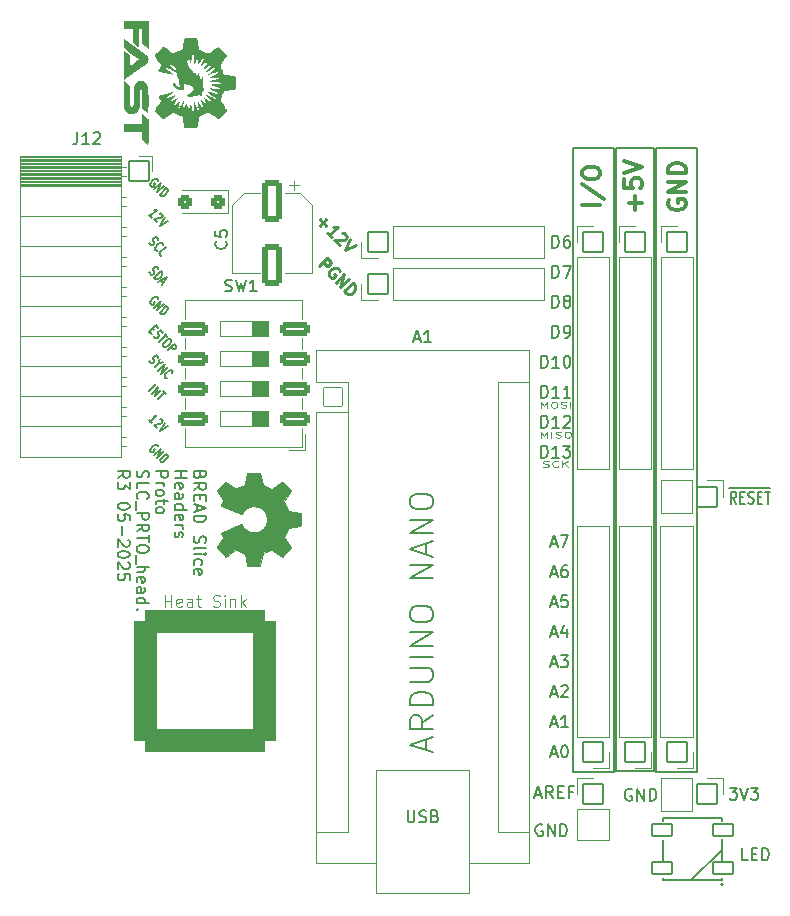
<source format=gbr>
%TF.GenerationSoftware,KiCad,Pcbnew,9.0.1*%
%TF.CreationDate,2025-05-07T09:52:16-04:00*%
%TF.ProjectId,BREAD_Slice,42524541-445f-4536-9c69-63655f686561,rev?*%
%TF.SameCoordinates,PX74eba40PY8552dc0*%
%TF.FileFunction,Legend,Top*%
%TF.FilePolarity,Positive*%
%FSLAX46Y46*%
G04 Gerber Fmt 4.6, Leading zero omitted, Abs format (unit mm)*
G04 Created by KiCad (PCBNEW 9.0.1) date 2025-05-07 09:52:16*
%MOMM*%
%LPD*%
G01*
G04 APERTURE LIST*
G04 Aperture macros list*
%AMRoundRect*
0 Rectangle with rounded corners*
0 $1 Rounding radius*
0 $2 $3 $4 $5 $6 $7 $8 $9 X,Y pos of 4 corners*
0 Add a 4 corners polygon primitive as box body*
4,1,4,$2,$3,$4,$5,$6,$7,$8,$9,$2,$3,0*
0 Add four circle primitives for the rounded corners*
1,1,$1+$1,$2,$3*
1,1,$1+$1,$4,$5*
1,1,$1+$1,$6,$7*
1,1,$1+$1,$8,$9*
0 Add four rect primitives between the rounded corners*
20,1,$1+$1,$2,$3,$4,$5,0*
20,1,$1+$1,$4,$5,$6,$7,0*
20,1,$1+$1,$6,$7,$8,$9,0*
20,1,$1+$1,$8,$9,$2,$3,0*%
G04 Aperture macros list end*
%ADD10C,0.150000*%
%ADD11C,0.200000*%
%ADD12C,0.375000*%
%ADD13C,0.125000*%
%ADD14C,0.250000*%
%ADD15C,0.100000*%
%ADD16C,0.120000*%
%ADD17C,0.177800*%
%ADD18C,0.058988*%
%ADD19C,0.000000*%
%ADD20RoundRect,0.050000X-0.850000X-0.850000X0.850000X-0.850000X0.850000X0.850000X-0.850000X0.850000X0*%
%ADD21C,1.800000*%
%ADD22RoundRect,0.265625X-0.584375X1.534375X-0.584375X-1.534375X0.584375X-1.534375X0.584375X1.534375X0*%
%ADD23C,5.100000*%
%ADD24RoundRect,0.272727X0.327273X0.327273X-0.327273X0.327273X-0.327273X-0.327273X0.327273X-0.327273X0*%
%ADD25RoundRect,0.101600X-0.825500X-0.500000X0.825500X-0.500000X0.825500X0.500000X-0.825500X0.500000X0*%
%ADD26RoundRect,0.050000X-0.800000X-0.800000X0.800000X-0.800000X0.800000X0.800000X-0.800000X0.800000X0*%
%ADD27O,1.700000X1.700000*%
%ADD28RoundRect,0.050000X0.850000X-0.850000X0.850000X0.850000X-0.850000X0.850000X-0.850000X-0.850000X0*%
%ADD29RoundRect,0.050000X-0.850000X0.850000X-0.850000X-0.850000X0.850000X-0.850000X0.850000X0.850000X0*%
%ADD30RoundRect,0.050000X0.850000X0.850000X-0.850000X0.850000X-0.850000X-0.850000X0.850000X-0.850000X0*%
%ADD31RoundRect,0.272321X0.997679X0.337679X-0.997679X0.337679X-0.997679X-0.337679X0.997679X-0.337679X0*%
%ADD32RoundRect,1.008333X-5.041667X-5.041667X5.041667X-5.041667X5.041667X5.041667X-5.041667X5.041667X0*%
%ADD33C,1.600000*%
G04 APERTURE END LIST*
D10*
X43970000Y63400000D02*
X47260000Y63400000D01*
X47260000Y10720000D01*
X43970000Y10720000D01*
X43970000Y63400000D01*
X47400000Y63400000D02*
X50840000Y63400000D01*
X50840000Y10600000D01*
X47400000Y10600000D01*
X47400000Y63400000D01*
X40390000Y63410000D02*
X43820000Y63410000D01*
X43820000Y10600000D01*
X40390000Y10600000D01*
X40390000Y63410000D01*
D11*
X45333482Y9135162D02*
X45238244Y9182781D01*
X45238244Y9182781D02*
X45095387Y9182781D01*
X45095387Y9182781D02*
X44952530Y9135162D01*
X44952530Y9135162D02*
X44857292Y9039924D01*
X44857292Y9039924D02*
X44809673Y8944686D01*
X44809673Y8944686D02*
X44762054Y8754210D01*
X44762054Y8754210D02*
X44762054Y8611353D01*
X44762054Y8611353D02*
X44809673Y8420877D01*
X44809673Y8420877D02*
X44857292Y8325639D01*
X44857292Y8325639D02*
X44952530Y8230400D01*
X44952530Y8230400D02*
X45095387Y8182781D01*
X45095387Y8182781D02*
X45190625Y8182781D01*
X45190625Y8182781D02*
X45333482Y8230400D01*
X45333482Y8230400D02*
X45381101Y8278020D01*
X45381101Y8278020D02*
X45381101Y8611353D01*
X45381101Y8611353D02*
X45190625Y8611353D01*
X45809673Y8182781D02*
X45809673Y9182781D01*
X45809673Y9182781D02*
X46381101Y8182781D01*
X46381101Y8182781D02*
X46381101Y9182781D01*
X46857292Y8182781D02*
X46857292Y9182781D01*
X46857292Y9182781D02*
X47095387Y9182781D01*
X47095387Y9182781D02*
X47238244Y9135162D01*
X47238244Y9135162D02*
X47333482Y9039924D01*
X47333482Y9039924D02*
X47381101Y8944686D01*
X47381101Y8944686D02*
X47428720Y8754210D01*
X47428720Y8754210D02*
X47428720Y8611353D01*
X47428720Y8611353D02*
X47381101Y8420877D01*
X47381101Y8420877D02*
X47333482Y8325639D01*
X47333482Y8325639D02*
X47238244Y8230400D01*
X47238244Y8230400D02*
X47095387Y8182781D01*
X47095387Y8182781D02*
X46857292Y8182781D01*
D10*
X5254669Y50668612D02*
X5241200Y50735956D01*
X5241200Y50735956D02*
X5180591Y50796565D01*
X5180591Y50796565D02*
X5093045Y50830237D01*
X5093045Y50830237D02*
X4998764Y50816768D01*
X4998764Y50816768D02*
X4924686Y50783096D01*
X4924686Y50783096D02*
X4796733Y50695550D01*
X4796733Y50695550D02*
X4715921Y50614737D01*
X4715921Y50614737D02*
X4628374Y50486785D01*
X4628374Y50486785D02*
X4594703Y50412707D01*
X4594703Y50412707D02*
X4581234Y50318426D01*
X4581234Y50318426D02*
X4614906Y50230879D01*
X4614906Y50230879D02*
X4655312Y50190473D01*
X4655312Y50190473D02*
X4742858Y50156802D01*
X4742858Y50156802D02*
X4789999Y50163536D01*
X4789999Y50163536D02*
X4978561Y50352098D01*
X4978561Y50352098D02*
X4897749Y50432910D01*
X4917952Y49927834D02*
X5483637Y50493519D01*
X5483637Y50493519D02*
X5160388Y49685397D01*
X5160388Y49685397D02*
X5726074Y50251082D01*
X5362418Y49483367D02*
X5928104Y50049052D01*
X5928104Y50049052D02*
X6029119Y49948037D01*
X6029119Y49948037D02*
X6062791Y49860490D01*
X6062791Y49860490D02*
X6049322Y49766210D01*
X6049322Y49766210D02*
X6015650Y49692132D01*
X6015650Y49692132D02*
X5928104Y49564179D01*
X5928104Y49564179D02*
X5847292Y49483367D01*
X5847292Y49483367D02*
X5719339Y49395820D01*
X5719339Y49395820D02*
X5645261Y49362149D01*
X5645261Y49362149D02*
X5550980Y49348680D01*
X5550980Y49348680D02*
X5463434Y49382352D01*
X5463434Y49382352D02*
X5362418Y49483367D01*
D12*
X45645500Y58223853D02*
X45645500Y59366710D01*
X46216928Y58795282D02*
X45074071Y58795282D01*
X44716928Y60795282D02*
X44716928Y60080996D01*
X44716928Y60080996D02*
X45431214Y60009568D01*
X45431214Y60009568D02*
X45359785Y60080996D01*
X45359785Y60080996D02*
X45288357Y60223853D01*
X45288357Y60223853D02*
X45288357Y60580996D01*
X45288357Y60580996D02*
X45359785Y60723853D01*
X45359785Y60723853D02*
X45431214Y60795282D01*
X45431214Y60795282D02*
X45574071Y60866711D01*
X45574071Y60866711D02*
X45931214Y60866711D01*
X45931214Y60866711D02*
X46074071Y60795282D01*
X46074071Y60795282D02*
X46145500Y60723853D01*
X46145500Y60723853D02*
X46216928Y60580996D01*
X46216928Y60580996D02*
X46216928Y60223853D01*
X46216928Y60223853D02*
X46145500Y60080996D01*
X46145500Y60080996D02*
X46074071Y60009568D01*
X44716928Y61295282D02*
X46216928Y61795282D01*
X46216928Y61795282D02*
X44716928Y62295282D01*
D11*
X38509374Y19768496D02*
X38985564Y19768496D01*
X38414136Y19482781D02*
X38747469Y20482781D01*
X38747469Y20482781D02*
X39080802Y19482781D01*
X39318898Y20482781D02*
X39937945Y20482781D01*
X39937945Y20482781D02*
X39604612Y20101829D01*
X39604612Y20101829D02*
X39747469Y20101829D01*
X39747469Y20101829D02*
X39842707Y20054210D01*
X39842707Y20054210D02*
X39890326Y20006591D01*
X39890326Y20006591D02*
X39937945Y19911353D01*
X39937945Y19911353D02*
X39937945Y19673258D01*
X39937945Y19673258D02*
X39890326Y19578020D01*
X39890326Y19578020D02*
X39842707Y19530400D01*
X39842707Y19530400D02*
X39747469Y19482781D01*
X39747469Y19482781D02*
X39461755Y19482781D01*
X39461755Y19482781D02*
X39366517Y19530400D01*
X39366517Y19530400D02*
X39318898Y19578020D01*
D12*
X42666928Y58603853D02*
X41166928Y58603853D01*
X41095500Y60389568D02*
X43024071Y59103854D01*
X41166928Y61175283D02*
X41166928Y61460997D01*
X41166928Y61460997D02*
X41238357Y61603854D01*
X41238357Y61603854D02*
X41381214Y61746711D01*
X41381214Y61746711D02*
X41666928Y61818140D01*
X41666928Y61818140D02*
X42166928Y61818140D01*
X42166928Y61818140D02*
X42452642Y61746711D01*
X42452642Y61746711D02*
X42595500Y61603854D01*
X42595500Y61603854D02*
X42666928Y61460997D01*
X42666928Y61460997D02*
X42666928Y61175283D01*
X42666928Y61175283D02*
X42595500Y61032425D01*
X42595500Y61032425D02*
X42452642Y60889568D01*
X42452642Y60889568D02*
X42166928Y60818140D01*
X42166928Y60818140D02*
X41666928Y60818140D01*
X41666928Y60818140D02*
X41381214Y60889568D01*
X41381214Y60889568D02*
X41238357Y61032425D01*
X41238357Y61032425D02*
X41166928Y61175283D01*
D11*
X38509374Y17228496D02*
X38985564Y17228496D01*
X38414136Y16942781D02*
X38747469Y17942781D01*
X38747469Y17942781D02*
X39080802Y16942781D01*
X39366517Y17847543D02*
X39414136Y17895162D01*
X39414136Y17895162D02*
X39509374Y17942781D01*
X39509374Y17942781D02*
X39747469Y17942781D01*
X39747469Y17942781D02*
X39842707Y17895162D01*
X39842707Y17895162D02*
X39890326Y17847543D01*
X39890326Y17847543D02*
X39937945Y17752305D01*
X39937945Y17752305D02*
X39937945Y17657067D01*
X39937945Y17657067D02*
X39890326Y17514210D01*
X39890326Y17514210D02*
X39318898Y16942781D01*
X39318898Y16942781D02*
X39937945Y16942781D01*
D13*
X37633002Y38922691D02*
X37633002Y39422691D01*
X37633002Y39422691D02*
X37899668Y39065548D01*
X37899668Y39065548D02*
X38166335Y39422691D01*
X38166335Y39422691D02*
X38166335Y38922691D01*
X38547288Y38922691D02*
X38547288Y39422691D01*
X38890144Y38946500D02*
X39004430Y38922691D01*
X39004430Y38922691D02*
X39194906Y38922691D01*
X39194906Y38922691D02*
X39271097Y38946500D01*
X39271097Y38946500D02*
X39309192Y38970310D01*
X39309192Y38970310D02*
X39347287Y39017929D01*
X39347287Y39017929D02*
X39347287Y39065548D01*
X39347287Y39065548D02*
X39309192Y39113167D01*
X39309192Y39113167D02*
X39271097Y39136977D01*
X39271097Y39136977D02*
X39194906Y39160786D01*
X39194906Y39160786D02*
X39042525Y39184596D01*
X39042525Y39184596D02*
X38966335Y39208405D01*
X38966335Y39208405D02*
X38928240Y39232215D01*
X38928240Y39232215D02*
X38890144Y39279834D01*
X38890144Y39279834D02*
X38890144Y39327453D01*
X38890144Y39327453D02*
X38928240Y39375072D01*
X38928240Y39375072D02*
X38966335Y39398881D01*
X38966335Y39398881D02*
X39042525Y39422691D01*
X39042525Y39422691D02*
X39233002Y39422691D01*
X39233002Y39422691D02*
X39347287Y39398881D01*
X39842526Y39422691D02*
X39994907Y39422691D01*
X39994907Y39422691D02*
X40071097Y39398881D01*
X40071097Y39398881D02*
X40147288Y39351262D01*
X40147288Y39351262D02*
X40185383Y39256024D01*
X40185383Y39256024D02*
X40185383Y39089358D01*
X40185383Y39089358D02*
X40147288Y38994120D01*
X40147288Y38994120D02*
X40071097Y38946500D01*
X40071097Y38946500D02*
X39994907Y38922691D01*
X39994907Y38922691D02*
X39842526Y38922691D01*
X39842526Y38922691D02*
X39766335Y38946500D01*
X39766335Y38946500D02*
X39690145Y38994120D01*
X39690145Y38994120D02*
X39652049Y39089358D01*
X39652049Y39089358D02*
X39652049Y39256024D01*
X39652049Y39256024D02*
X39690145Y39351262D01*
X39690145Y39351262D02*
X39766335Y39398881D01*
X39766335Y39398881D02*
X39842526Y39422691D01*
D11*
X38509374Y22308496D02*
X38985564Y22308496D01*
X38414136Y22022781D02*
X38747469Y23022781D01*
X38747469Y23022781D02*
X39080802Y22022781D01*
X39842707Y22689448D02*
X39842707Y22022781D01*
X39604612Y23070400D02*
X39366517Y22356115D01*
X39366517Y22356115D02*
X39985564Y22356115D01*
D10*
X55157142Y3145181D02*
X54680952Y3145181D01*
X54680952Y3145181D02*
X54680952Y4145181D01*
X55490476Y3668991D02*
X55823809Y3668991D01*
X55966666Y3145181D02*
X55490476Y3145181D01*
X55490476Y3145181D02*
X55490476Y4145181D01*
X55490476Y4145181D02*
X55966666Y4145181D01*
X56395238Y3145181D02*
X56395238Y4145181D01*
X56395238Y4145181D02*
X56633333Y4145181D01*
X56633333Y4145181D02*
X56776190Y4097562D01*
X56776190Y4097562D02*
X56871428Y4002324D01*
X56871428Y4002324D02*
X56919047Y3907086D01*
X56919047Y3907086D02*
X56966666Y3716610D01*
X56966666Y3716610D02*
X56966666Y3573753D01*
X56966666Y3573753D02*
X56919047Y3383277D01*
X56919047Y3383277D02*
X56871428Y3288039D01*
X56871428Y3288039D02*
X56776190Y3192800D01*
X56776190Y3192800D02*
X56633333Y3145181D01*
X56633333Y3145181D02*
X56395238Y3145181D01*
D11*
X38614136Y49922781D02*
X38614136Y50922781D01*
X38614136Y50922781D02*
X38852231Y50922781D01*
X38852231Y50922781D02*
X38995088Y50875162D01*
X38995088Y50875162D02*
X39090326Y50779924D01*
X39090326Y50779924D02*
X39137945Y50684686D01*
X39137945Y50684686D02*
X39185564Y50494210D01*
X39185564Y50494210D02*
X39185564Y50351353D01*
X39185564Y50351353D02*
X39137945Y50160877D01*
X39137945Y50160877D02*
X39090326Y50065639D01*
X39090326Y50065639D02*
X38995088Y49970400D01*
X38995088Y49970400D02*
X38852231Y49922781D01*
X38852231Y49922781D02*
X38614136Y49922781D01*
X39756993Y50494210D02*
X39661755Y50541829D01*
X39661755Y50541829D02*
X39614136Y50589448D01*
X39614136Y50589448D02*
X39566517Y50684686D01*
X39566517Y50684686D02*
X39566517Y50732305D01*
X39566517Y50732305D02*
X39614136Y50827543D01*
X39614136Y50827543D02*
X39661755Y50875162D01*
X39661755Y50875162D02*
X39756993Y50922781D01*
X39756993Y50922781D02*
X39947469Y50922781D01*
X39947469Y50922781D02*
X40042707Y50875162D01*
X40042707Y50875162D02*
X40090326Y50827543D01*
X40090326Y50827543D02*
X40137945Y50732305D01*
X40137945Y50732305D02*
X40137945Y50684686D01*
X40137945Y50684686D02*
X40090326Y50589448D01*
X40090326Y50589448D02*
X40042707Y50541829D01*
X40042707Y50541829D02*
X39947469Y50494210D01*
X39947469Y50494210D02*
X39756993Y50494210D01*
X39756993Y50494210D02*
X39661755Y50446591D01*
X39661755Y50446591D02*
X39614136Y50398972D01*
X39614136Y50398972D02*
X39566517Y50303734D01*
X39566517Y50303734D02*
X39566517Y50113258D01*
X39566517Y50113258D02*
X39614136Y50018020D01*
X39614136Y50018020D02*
X39661755Y49970400D01*
X39661755Y49970400D02*
X39756993Y49922781D01*
X39756993Y49922781D02*
X39947469Y49922781D01*
X39947469Y49922781D02*
X40042707Y49970400D01*
X40042707Y49970400D02*
X40090326Y50018020D01*
X40090326Y50018020D02*
X40137945Y50113258D01*
X40137945Y50113258D02*
X40137945Y50303734D01*
X40137945Y50303734D02*
X40090326Y50398972D01*
X40090326Y50398972D02*
X40042707Y50446591D01*
X40042707Y50446591D02*
X39947469Y50494210D01*
X37192054Y8678384D02*
X37668244Y8678384D01*
X37096816Y8392669D02*
X37430149Y9392669D01*
X37430149Y9392669D02*
X37763482Y8392669D01*
X38668244Y8392669D02*
X38334911Y8868860D01*
X38096816Y8392669D02*
X38096816Y9392669D01*
X38096816Y9392669D02*
X38477768Y9392669D01*
X38477768Y9392669D02*
X38573006Y9345050D01*
X38573006Y9345050D02*
X38620625Y9297431D01*
X38620625Y9297431D02*
X38668244Y9202193D01*
X38668244Y9202193D02*
X38668244Y9059336D01*
X38668244Y9059336D02*
X38620625Y8964098D01*
X38620625Y8964098D02*
X38573006Y8916479D01*
X38573006Y8916479D02*
X38477768Y8868860D01*
X38477768Y8868860D02*
X38096816Y8868860D01*
X39096816Y8916479D02*
X39430149Y8916479D01*
X39573006Y8392669D02*
X39096816Y8392669D01*
X39096816Y8392669D02*
X39096816Y9392669D01*
X39096816Y9392669D02*
X39573006Y9392669D01*
X40334911Y8916479D02*
X40001578Y8916479D01*
X40001578Y8392669D02*
X40001578Y9392669D01*
X40001578Y9392669D02*
X40477768Y9392669D01*
X37763482Y6125162D02*
X37668244Y6172781D01*
X37668244Y6172781D02*
X37525387Y6172781D01*
X37525387Y6172781D02*
X37382530Y6125162D01*
X37382530Y6125162D02*
X37287292Y6029924D01*
X37287292Y6029924D02*
X37239673Y5934686D01*
X37239673Y5934686D02*
X37192054Y5744210D01*
X37192054Y5744210D02*
X37192054Y5601353D01*
X37192054Y5601353D02*
X37239673Y5410877D01*
X37239673Y5410877D02*
X37287292Y5315639D01*
X37287292Y5315639D02*
X37382530Y5220400D01*
X37382530Y5220400D02*
X37525387Y5172781D01*
X37525387Y5172781D02*
X37620625Y5172781D01*
X37620625Y5172781D02*
X37763482Y5220400D01*
X37763482Y5220400D02*
X37811101Y5268020D01*
X37811101Y5268020D02*
X37811101Y5601353D01*
X37811101Y5601353D02*
X37620625Y5601353D01*
X38239673Y5172781D02*
X38239673Y6172781D01*
X38239673Y6172781D02*
X38811101Y5172781D01*
X38811101Y5172781D02*
X38811101Y6172781D01*
X39287292Y5172781D02*
X39287292Y6172781D01*
X39287292Y6172781D02*
X39525387Y6172781D01*
X39525387Y6172781D02*
X39668244Y6125162D01*
X39668244Y6125162D02*
X39763482Y6029924D01*
X39763482Y6029924D02*
X39811101Y5934686D01*
X39811101Y5934686D02*
X39858720Y5744210D01*
X39858720Y5744210D02*
X39858720Y5601353D01*
X39858720Y5601353D02*
X39811101Y5410877D01*
X39811101Y5410877D02*
X39763482Y5315639D01*
X39763482Y5315639D02*
X39668244Y5220400D01*
X39668244Y5220400D02*
X39525387Y5172781D01*
X39525387Y5172781D02*
X39287292Y5172781D01*
D10*
X4715921Y40129864D02*
X4473484Y40372301D01*
X4594703Y40251082D02*
X5160388Y40816768D01*
X5160388Y40816768D02*
X5039170Y40776362D01*
X5039170Y40776362D02*
X4944889Y40762893D01*
X4944889Y40762893D02*
X4877545Y40776362D01*
X5389356Y40480050D02*
X5436497Y40486784D01*
X5436497Y40486784D02*
X5503840Y40473316D01*
X5503840Y40473316D02*
X5604856Y40372300D01*
X5604856Y40372300D02*
X5618324Y40304957D01*
X5618324Y40304957D02*
X5611590Y40257817D01*
X5611590Y40257817D02*
X5577918Y40183739D01*
X5577918Y40183739D02*
X5524043Y40129864D01*
X5524043Y40129864D02*
X5423028Y40069255D01*
X5423028Y40069255D02*
X4857343Y39988443D01*
X4857343Y39988443D02*
X5119982Y39725803D01*
X5806886Y40170270D02*
X5382622Y39463163D01*
X5382622Y39463163D02*
X6089729Y39887427D01*
D14*
X18850387Y53451071D02*
X19557494Y54158177D01*
X19557494Y54158177D02*
X19826868Y53888803D01*
X19826868Y53888803D02*
X19860540Y53787788D01*
X19860540Y53787788D02*
X19860540Y53720445D01*
X19860540Y53720445D02*
X19826868Y53619429D01*
X19826868Y53619429D02*
X19725853Y53518414D01*
X19725853Y53518414D02*
X19624837Y53484742D01*
X19624837Y53484742D02*
X19557494Y53484742D01*
X19557494Y53484742D02*
X19456479Y53518414D01*
X19456479Y53518414D02*
X19187105Y53787788D01*
X20601318Y53047010D02*
X20567646Y53148025D01*
X20567646Y53148025D02*
X20466631Y53249040D01*
X20466631Y53249040D02*
X20331944Y53316384D01*
X20331944Y53316384D02*
X20197257Y53316384D01*
X20197257Y53316384D02*
X20096242Y53282712D01*
X20096242Y53282712D02*
X19927883Y53181697D01*
X19927883Y53181697D02*
X19826868Y53080681D01*
X19826868Y53080681D02*
X19725853Y52912323D01*
X19725853Y52912323D02*
X19692181Y52811307D01*
X19692181Y52811307D02*
X19692181Y52676620D01*
X19692181Y52676620D02*
X19759524Y52541933D01*
X19759524Y52541933D02*
X19826868Y52474590D01*
X19826868Y52474590D02*
X19961555Y52407246D01*
X19961555Y52407246D02*
X20028898Y52407246D01*
X20028898Y52407246D02*
X20264601Y52642949D01*
X20264601Y52642949D02*
X20129914Y52777636D01*
X20264601Y52036857D02*
X20971707Y52743964D01*
X20971707Y52743964D02*
X20668662Y51632796D01*
X20668662Y51632796D02*
X21375768Y52339903D01*
X21005379Y51296078D02*
X21712486Y52003185D01*
X21712486Y52003185D02*
X21880845Y51834827D01*
X21880845Y51834827D02*
X21948188Y51700140D01*
X21948188Y51700140D02*
X21948188Y51565453D01*
X21948188Y51565453D02*
X21914516Y51464437D01*
X21914516Y51464437D02*
X21813501Y51296078D01*
X21813501Y51296078D02*
X21712486Y51195063D01*
X21712486Y51195063D02*
X21544127Y51094048D01*
X21544127Y51094048D02*
X21443112Y51060376D01*
X21443112Y51060376D02*
X21308425Y51060376D01*
X21308425Y51060376D02*
X21173738Y51127720D01*
X21173738Y51127720D02*
X21005379Y51296078D01*
D11*
X38509374Y29928496D02*
X38985564Y29928496D01*
X38414136Y29642781D02*
X38747469Y30642781D01*
X38747469Y30642781D02*
X39080802Y29642781D01*
X39318898Y30642781D02*
X39985564Y30642781D01*
X39985564Y30642781D02*
X39556993Y29642781D01*
D10*
X4500422Y45399238D02*
X4534094Y45311692D01*
X4534094Y45311692D02*
X4635109Y45210676D01*
X4635109Y45210676D02*
X4702452Y45197208D01*
X4702452Y45197208D02*
X4749593Y45203942D01*
X4749593Y45203942D02*
X4823671Y45237614D01*
X4823671Y45237614D02*
X4877545Y45291489D01*
X4877545Y45291489D02*
X4911217Y45365566D01*
X4911217Y45365566D02*
X4917952Y45412707D01*
X4917952Y45412707D02*
X4904483Y45480050D01*
X4904483Y45480050D02*
X4850608Y45587800D01*
X4850608Y45587800D02*
X4837139Y45655143D01*
X4837139Y45655143D02*
X4843874Y45702284D01*
X4843874Y45702284D02*
X4877545Y45776362D01*
X4877545Y45776362D02*
X4931420Y45830237D01*
X4931420Y45830237D02*
X5005498Y45863908D01*
X5005498Y45863908D02*
X5052639Y45870643D01*
X5052639Y45870643D02*
X5119982Y45857174D01*
X5119982Y45857174D02*
X5220997Y45756159D01*
X5220997Y45756159D02*
X5254669Y45668612D01*
X5247935Y45136598D02*
X4978561Y44867224D01*
X5402825Y45574331D02*
X5247935Y45136598D01*
X5247935Y45136598D02*
X5685668Y45291488D01*
X5261404Y44584381D02*
X5827089Y45150067D01*
X5827089Y45150067D02*
X5503841Y44341945D01*
X5503841Y44341945D02*
X6069526Y44907630D01*
X6002182Y43951353D02*
X5955042Y43944618D01*
X5955042Y43944618D02*
X5867495Y43978290D01*
X5867495Y43978290D02*
X5827089Y44018696D01*
X5827089Y44018696D02*
X5793417Y44106243D01*
X5793417Y44106243D02*
X5806886Y44200524D01*
X5806886Y44200524D02*
X5840558Y44274601D01*
X5840558Y44274601D02*
X5928104Y44402554D01*
X5928104Y44402554D02*
X6008917Y44483366D01*
X6008917Y44483366D02*
X6136869Y44570913D01*
X6136869Y44570913D02*
X6210947Y44604585D01*
X6210947Y44604585D02*
X6305228Y44618053D01*
X6305228Y44618053D02*
X6392774Y44584382D01*
X6392774Y44584382D02*
X6433181Y44543975D01*
X6433181Y44543975D02*
X6466852Y44456429D01*
X6466852Y44456429D02*
X6460118Y44409288D01*
X5254669Y38168612D02*
X5241200Y38235956D01*
X5241200Y38235956D02*
X5180591Y38296565D01*
X5180591Y38296565D02*
X5093045Y38330237D01*
X5093045Y38330237D02*
X4998764Y38316768D01*
X4998764Y38316768D02*
X4924686Y38283096D01*
X4924686Y38283096D02*
X4796733Y38195550D01*
X4796733Y38195550D02*
X4715921Y38114737D01*
X4715921Y38114737D02*
X4628374Y37986785D01*
X4628374Y37986785D02*
X4594703Y37912707D01*
X4594703Y37912707D02*
X4581234Y37818426D01*
X4581234Y37818426D02*
X4614906Y37730879D01*
X4614906Y37730879D02*
X4655312Y37690473D01*
X4655312Y37690473D02*
X4742858Y37656802D01*
X4742858Y37656802D02*
X4789999Y37663536D01*
X4789999Y37663536D02*
X4978561Y37852098D01*
X4978561Y37852098D02*
X4897749Y37932910D01*
X4917952Y37427834D02*
X5483637Y37993519D01*
X5483637Y37993519D02*
X5160388Y37185397D01*
X5160388Y37185397D02*
X5726074Y37751082D01*
X5362418Y36983367D02*
X5928104Y37549052D01*
X5928104Y37549052D02*
X6029119Y37448037D01*
X6029119Y37448037D02*
X6062791Y37360490D01*
X6062791Y37360490D02*
X6049322Y37266210D01*
X6049322Y37266210D02*
X6015650Y37192132D01*
X6015650Y37192132D02*
X5928104Y37064179D01*
X5928104Y37064179D02*
X5847292Y36983367D01*
X5847292Y36983367D02*
X5719339Y36895820D01*
X5719339Y36895820D02*
X5645261Y36862149D01*
X5645261Y36862149D02*
X5550980Y36848680D01*
X5550980Y36848680D02*
X5463434Y36882352D01*
X5463434Y36882352D02*
X5362418Y36983367D01*
D11*
X38509374Y12148496D02*
X38985564Y12148496D01*
X38414136Y11862781D02*
X38747469Y12862781D01*
X38747469Y12862781D02*
X39080802Y11862781D01*
X39604612Y12862781D02*
X39699850Y12862781D01*
X39699850Y12862781D02*
X39795088Y12815162D01*
X39795088Y12815162D02*
X39842707Y12767543D01*
X39842707Y12767543D02*
X39890326Y12672305D01*
X39890326Y12672305D02*
X39937945Y12481829D01*
X39937945Y12481829D02*
X39937945Y12243734D01*
X39937945Y12243734D02*
X39890326Y12053258D01*
X39890326Y12053258D02*
X39842707Y11958020D01*
X39842707Y11958020D02*
X39795088Y11910400D01*
X39795088Y11910400D02*
X39699850Y11862781D01*
X39699850Y11862781D02*
X39604612Y11862781D01*
X39604612Y11862781D02*
X39509374Y11910400D01*
X39509374Y11910400D02*
X39461755Y11958020D01*
X39461755Y11958020D02*
X39414136Y12053258D01*
X39414136Y12053258D02*
X39366517Y12243734D01*
X39366517Y12243734D02*
X39366517Y12481829D01*
X39366517Y12481829D02*
X39414136Y12672305D01*
X39414136Y12672305D02*
X39461755Y12767543D01*
X39461755Y12767543D02*
X39509374Y12815162D01*
X39509374Y12815162D02*
X39604612Y12862781D01*
D10*
X8788878Y35729888D02*
X8741259Y35587031D01*
X8741259Y35587031D02*
X8693640Y35539412D01*
X8693640Y35539412D02*
X8598402Y35491793D01*
X8598402Y35491793D02*
X8455545Y35491793D01*
X8455545Y35491793D02*
X8360307Y35539412D01*
X8360307Y35539412D02*
X8312688Y35587031D01*
X8312688Y35587031D02*
X8265068Y35682269D01*
X8265068Y35682269D02*
X8265068Y36063221D01*
X8265068Y36063221D02*
X9265068Y36063221D01*
X9265068Y36063221D02*
X9265068Y35729888D01*
X9265068Y35729888D02*
X9217449Y35634650D01*
X9217449Y35634650D02*
X9169830Y35587031D01*
X9169830Y35587031D02*
X9074592Y35539412D01*
X9074592Y35539412D02*
X8979354Y35539412D01*
X8979354Y35539412D02*
X8884116Y35587031D01*
X8884116Y35587031D02*
X8836497Y35634650D01*
X8836497Y35634650D02*
X8788878Y35729888D01*
X8788878Y35729888D02*
X8788878Y36063221D01*
X8265068Y34491793D02*
X8741259Y34825126D01*
X8265068Y35063221D02*
X9265068Y35063221D01*
X9265068Y35063221D02*
X9265068Y34682269D01*
X9265068Y34682269D02*
X9217449Y34587031D01*
X9217449Y34587031D02*
X9169830Y34539412D01*
X9169830Y34539412D02*
X9074592Y34491793D01*
X9074592Y34491793D02*
X8931735Y34491793D01*
X8931735Y34491793D02*
X8836497Y34539412D01*
X8836497Y34539412D02*
X8788878Y34587031D01*
X8788878Y34587031D02*
X8741259Y34682269D01*
X8741259Y34682269D02*
X8741259Y35063221D01*
X8788878Y34063221D02*
X8788878Y33729888D01*
X8265068Y33587031D02*
X8265068Y34063221D01*
X8265068Y34063221D02*
X9265068Y34063221D01*
X9265068Y34063221D02*
X9265068Y33587031D01*
X8550783Y33206078D02*
X8550783Y32729888D01*
X8265068Y33301316D02*
X9265068Y32967983D01*
X9265068Y32967983D02*
X8265068Y32634650D01*
X8265068Y32301316D02*
X9265068Y32301316D01*
X9265068Y32301316D02*
X9265068Y32063221D01*
X9265068Y32063221D02*
X9217449Y31920364D01*
X9217449Y31920364D02*
X9122211Y31825126D01*
X9122211Y31825126D02*
X9026973Y31777507D01*
X9026973Y31777507D02*
X8836497Y31729888D01*
X8836497Y31729888D02*
X8693640Y31729888D01*
X8693640Y31729888D02*
X8503164Y31777507D01*
X8503164Y31777507D02*
X8407926Y31825126D01*
X8407926Y31825126D02*
X8312688Y31920364D01*
X8312688Y31920364D02*
X8265068Y32063221D01*
X8265068Y32063221D02*
X8265068Y32301316D01*
X8312688Y30587030D02*
X8265068Y30444173D01*
X8265068Y30444173D02*
X8265068Y30206078D01*
X8265068Y30206078D02*
X8312688Y30110840D01*
X8312688Y30110840D02*
X8360307Y30063221D01*
X8360307Y30063221D02*
X8455545Y30015602D01*
X8455545Y30015602D02*
X8550783Y30015602D01*
X8550783Y30015602D02*
X8646021Y30063221D01*
X8646021Y30063221D02*
X8693640Y30110840D01*
X8693640Y30110840D02*
X8741259Y30206078D01*
X8741259Y30206078D02*
X8788878Y30396554D01*
X8788878Y30396554D02*
X8836497Y30491792D01*
X8836497Y30491792D02*
X8884116Y30539411D01*
X8884116Y30539411D02*
X8979354Y30587030D01*
X8979354Y30587030D02*
X9074592Y30587030D01*
X9074592Y30587030D02*
X9169830Y30539411D01*
X9169830Y30539411D02*
X9217449Y30491792D01*
X9217449Y30491792D02*
X9265068Y30396554D01*
X9265068Y30396554D02*
X9265068Y30158459D01*
X9265068Y30158459D02*
X9217449Y30015602D01*
X8265068Y29444173D02*
X8312688Y29539411D01*
X8312688Y29539411D02*
X8407926Y29587030D01*
X8407926Y29587030D02*
X9265068Y29587030D01*
X8265068Y29063220D02*
X8931735Y29063220D01*
X9265068Y29063220D02*
X9217449Y29110839D01*
X9217449Y29110839D02*
X9169830Y29063220D01*
X9169830Y29063220D02*
X9217449Y29015601D01*
X9217449Y29015601D02*
X9265068Y29063220D01*
X9265068Y29063220D02*
X9169830Y29063220D01*
X8312688Y28158459D02*
X8265068Y28253697D01*
X8265068Y28253697D02*
X8265068Y28444173D01*
X8265068Y28444173D02*
X8312688Y28539411D01*
X8312688Y28539411D02*
X8360307Y28587030D01*
X8360307Y28587030D02*
X8455545Y28634649D01*
X8455545Y28634649D02*
X8741259Y28634649D01*
X8741259Y28634649D02*
X8836497Y28587030D01*
X8836497Y28587030D02*
X8884116Y28539411D01*
X8884116Y28539411D02*
X8931735Y28444173D01*
X8931735Y28444173D02*
X8931735Y28253697D01*
X8931735Y28253697D02*
X8884116Y28158459D01*
X8312688Y27348935D02*
X8265068Y27444173D01*
X8265068Y27444173D02*
X8265068Y27634649D01*
X8265068Y27634649D02*
X8312688Y27729887D01*
X8312688Y27729887D02*
X8407926Y27777506D01*
X8407926Y27777506D02*
X8788878Y27777506D01*
X8788878Y27777506D02*
X8884116Y27729887D01*
X8884116Y27729887D02*
X8931735Y27634649D01*
X8931735Y27634649D02*
X8931735Y27444173D01*
X8931735Y27444173D02*
X8884116Y27348935D01*
X8884116Y27348935D02*
X8788878Y27301316D01*
X8788878Y27301316D02*
X8693640Y27301316D01*
X8693640Y27301316D02*
X8598402Y27777506D01*
X6655124Y36063221D02*
X7655124Y36063221D01*
X7178934Y36063221D02*
X7178934Y35491793D01*
X6655124Y35491793D02*
X7655124Y35491793D01*
X6702744Y34634650D02*
X6655124Y34729888D01*
X6655124Y34729888D02*
X6655124Y34920364D01*
X6655124Y34920364D02*
X6702744Y35015602D01*
X6702744Y35015602D02*
X6797982Y35063221D01*
X6797982Y35063221D02*
X7178934Y35063221D01*
X7178934Y35063221D02*
X7274172Y35015602D01*
X7274172Y35015602D02*
X7321791Y34920364D01*
X7321791Y34920364D02*
X7321791Y34729888D01*
X7321791Y34729888D02*
X7274172Y34634650D01*
X7274172Y34634650D02*
X7178934Y34587031D01*
X7178934Y34587031D02*
X7083696Y34587031D01*
X7083696Y34587031D02*
X6988458Y35063221D01*
X6655124Y33729888D02*
X7178934Y33729888D01*
X7178934Y33729888D02*
X7274172Y33777507D01*
X7274172Y33777507D02*
X7321791Y33872745D01*
X7321791Y33872745D02*
X7321791Y34063221D01*
X7321791Y34063221D02*
X7274172Y34158459D01*
X6702744Y33729888D02*
X6655124Y33825126D01*
X6655124Y33825126D02*
X6655124Y34063221D01*
X6655124Y34063221D02*
X6702744Y34158459D01*
X6702744Y34158459D02*
X6797982Y34206078D01*
X6797982Y34206078D02*
X6893220Y34206078D01*
X6893220Y34206078D02*
X6988458Y34158459D01*
X6988458Y34158459D02*
X7036077Y34063221D01*
X7036077Y34063221D02*
X7036077Y33825126D01*
X7036077Y33825126D02*
X7083696Y33729888D01*
X6655124Y32825126D02*
X7655124Y32825126D01*
X6702744Y32825126D02*
X6655124Y32920364D01*
X6655124Y32920364D02*
X6655124Y33110840D01*
X6655124Y33110840D02*
X6702744Y33206078D01*
X6702744Y33206078D02*
X6750363Y33253697D01*
X6750363Y33253697D02*
X6845601Y33301316D01*
X6845601Y33301316D02*
X7131315Y33301316D01*
X7131315Y33301316D02*
X7226553Y33253697D01*
X7226553Y33253697D02*
X7274172Y33206078D01*
X7274172Y33206078D02*
X7321791Y33110840D01*
X7321791Y33110840D02*
X7321791Y32920364D01*
X7321791Y32920364D02*
X7274172Y32825126D01*
X6702744Y31967983D02*
X6655124Y32063221D01*
X6655124Y32063221D02*
X6655124Y32253697D01*
X6655124Y32253697D02*
X6702744Y32348935D01*
X6702744Y32348935D02*
X6797982Y32396554D01*
X6797982Y32396554D02*
X7178934Y32396554D01*
X7178934Y32396554D02*
X7274172Y32348935D01*
X7274172Y32348935D02*
X7321791Y32253697D01*
X7321791Y32253697D02*
X7321791Y32063221D01*
X7321791Y32063221D02*
X7274172Y31967983D01*
X7274172Y31967983D02*
X7178934Y31920364D01*
X7178934Y31920364D02*
X7083696Y31920364D01*
X7083696Y31920364D02*
X6988458Y32396554D01*
X6655124Y31491792D02*
X7321791Y31491792D01*
X7131315Y31491792D02*
X7226553Y31444173D01*
X7226553Y31444173D02*
X7274172Y31396554D01*
X7274172Y31396554D02*
X7321791Y31301316D01*
X7321791Y31301316D02*
X7321791Y31206078D01*
X6702744Y30920363D02*
X6655124Y30825125D01*
X6655124Y30825125D02*
X6655124Y30634649D01*
X6655124Y30634649D02*
X6702744Y30539411D01*
X6702744Y30539411D02*
X6797982Y30491792D01*
X6797982Y30491792D02*
X6845601Y30491792D01*
X6845601Y30491792D02*
X6940839Y30539411D01*
X6940839Y30539411D02*
X6988458Y30634649D01*
X6988458Y30634649D02*
X6988458Y30777506D01*
X6988458Y30777506D02*
X7036077Y30872744D01*
X7036077Y30872744D02*
X7131315Y30920363D01*
X7131315Y30920363D02*
X7178934Y30920363D01*
X7178934Y30920363D02*
X7274172Y30872744D01*
X7274172Y30872744D02*
X7321791Y30777506D01*
X7321791Y30777506D02*
X7321791Y30634649D01*
X7321791Y30634649D02*
X7274172Y30539411D01*
X5045180Y36063221D02*
X6045180Y36063221D01*
X6045180Y36063221D02*
X6045180Y35682269D01*
X6045180Y35682269D02*
X5997561Y35587031D01*
X5997561Y35587031D02*
X5949942Y35539412D01*
X5949942Y35539412D02*
X5854704Y35491793D01*
X5854704Y35491793D02*
X5711847Y35491793D01*
X5711847Y35491793D02*
X5616609Y35539412D01*
X5616609Y35539412D02*
X5568990Y35587031D01*
X5568990Y35587031D02*
X5521371Y35682269D01*
X5521371Y35682269D02*
X5521371Y36063221D01*
X5045180Y35063221D02*
X5711847Y35063221D01*
X5521371Y35063221D02*
X5616609Y35015602D01*
X5616609Y35015602D02*
X5664228Y34967983D01*
X5664228Y34967983D02*
X5711847Y34872745D01*
X5711847Y34872745D02*
X5711847Y34777507D01*
X5045180Y34301316D02*
X5092800Y34396554D01*
X5092800Y34396554D02*
X5140419Y34444173D01*
X5140419Y34444173D02*
X5235657Y34491792D01*
X5235657Y34491792D02*
X5521371Y34491792D01*
X5521371Y34491792D02*
X5616609Y34444173D01*
X5616609Y34444173D02*
X5664228Y34396554D01*
X5664228Y34396554D02*
X5711847Y34301316D01*
X5711847Y34301316D02*
X5711847Y34158459D01*
X5711847Y34158459D02*
X5664228Y34063221D01*
X5664228Y34063221D02*
X5616609Y34015602D01*
X5616609Y34015602D02*
X5521371Y33967983D01*
X5521371Y33967983D02*
X5235657Y33967983D01*
X5235657Y33967983D02*
X5140419Y34015602D01*
X5140419Y34015602D02*
X5092800Y34063221D01*
X5092800Y34063221D02*
X5045180Y34158459D01*
X5045180Y34158459D02*
X5045180Y34301316D01*
X5711847Y33682268D02*
X5711847Y33301316D01*
X6045180Y33539411D02*
X5188038Y33539411D01*
X5188038Y33539411D02*
X5092800Y33491792D01*
X5092800Y33491792D02*
X5045180Y33396554D01*
X5045180Y33396554D02*
X5045180Y33301316D01*
X5045180Y32825125D02*
X5092800Y32920363D01*
X5092800Y32920363D02*
X5140419Y32967982D01*
X5140419Y32967982D02*
X5235657Y33015601D01*
X5235657Y33015601D02*
X5521371Y33015601D01*
X5521371Y33015601D02*
X5616609Y32967982D01*
X5616609Y32967982D02*
X5664228Y32920363D01*
X5664228Y32920363D02*
X5711847Y32825125D01*
X5711847Y32825125D02*
X5711847Y32682268D01*
X5711847Y32682268D02*
X5664228Y32587030D01*
X5664228Y32587030D02*
X5616609Y32539411D01*
X5616609Y32539411D02*
X5521371Y32491792D01*
X5521371Y32491792D02*
X5235657Y32491792D01*
X5235657Y32491792D02*
X5140419Y32539411D01*
X5140419Y32539411D02*
X5092800Y32587030D01*
X5092800Y32587030D02*
X5045180Y32682268D01*
X5045180Y32682268D02*
X5045180Y32825125D01*
X3482856Y36110840D02*
X3435236Y35967983D01*
X3435236Y35967983D02*
X3435236Y35729888D01*
X3435236Y35729888D02*
X3482856Y35634650D01*
X3482856Y35634650D02*
X3530475Y35587031D01*
X3530475Y35587031D02*
X3625713Y35539412D01*
X3625713Y35539412D02*
X3720951Y35539412D01*
X3720951Y35539412D02*
X3816189Y35587031D01*
X3816189Y35587031D02*
X3863808Y35634650D01*
X3863808Y35634650D02*
X3911427Y35729888D01*
X3911427Y35729888D02*
X3959046Y35920364D01*
X3959046Y35920364D02*
X4006665Y36015602D01*
X4006665Y36015602D02*
X4054284Y36063221D01*
X4054284Y36063221D02*
X4149522Y36110840D01*
X4149522Y36110840D02*
X4244760Y36110840D01*
X4244760Y36110840D02*
X4339998Y36063221D01*
X4339998Y36063221D02*
X4387617Y36015602D01*
X4387617Y36015602D02*
X4435236Y35920364D01*
X4435236Y35920364D02*
X4435236Y35682269D01*
X4435236Y35682269D02*
X4387617Y35539412D01*
X3435236Y34634650D02*
X3435236Y35110840D01*
X3435236Y35110840D02*
X4435236Y35110840D01*
X3530475Y33729888D02*
X3482856Y33777507D01*
X3482856Y33777507D02*
X3435236Y33920364D01*
X3435236Y33920364D02*
X3435236Y34015602D01*
X3435236Y34015602D02*
X3482856Y34158459D01*
X3482856Y34158459D02*
X3578094Y34253697D01*
X3578094Y34253697D02*
X3673332Y34301316D01*
X3673332Y34301316D02*
X3863808Y34348935D01*
X3863808Y34348935D02*
X4006665Y34348935D01*
X4006665Y34348935D02*
X4197141Y34301316D01*
X4197141Y34301316D02*
X4292379Y34253697D01*
X4292379Y34253697D02*
X4387617Y34158459D01*
X4387617Y34158459D02*
X4435236Y34015602D01*
X4435236Y34015602D02*
X4435236Y33920364D01*
X4435236Y33920364D02*
X4387617Y33777507D01*
X4387617Y33777507D02*
X4339998Y33729888D01*
X3339998Y33539411D02*
X3339998Y32777507D01*
X3435236Y32539411D02*
X4435236Y32539411D01*
X4435236Y32539411D02*
X4435236Y32158459D01*
X4435236Y32158459D02*
X4387617Y32063221D01*
X4387617Y32063221D02*
X4339998Y32015602D01*
X4339998Y32015602D02*
X4244760Y31967983D01*
X4244760Y31967983D02*
X4101903Y31967983D01*
X4101903Y31967983D02*
X4006665Y32015602D01*
X4006665Y32015602D02*
X3959046Y32063221D01*
X3959046Y32063221D02*
X3911427Y32158459D01*
X3911427Y32158459D02*
X3911427Y32539411D01*
X3435236Y30967983D02*
X3911427Y31301316D01*
X3435236Y31539411D02*
X4435236Y31539411D01*
X4435236Y31539411D02*
X4435236Y31158459D01*
X4435236Y31158459D02*
X4387617Y31063221D01*
X4387617Y31063221D02*
X4339998Y31015602D01*
X4339998Y31015602D02*
X4244760Y30967983D01*
X4244760Y30967983D02*
X4101903Y30967983D01*
X4101903Y30967983D02*
X4006665Y31015602D01*
X4006665Y31015602D02*
X3959046Y31063221D01*
X3959046Y31063221D02*
X3911427Y31158459D01*
X3911427Y31158459D02*
X3911427Y31539411D01*
X4435236Y30682268D02*
X4435236Y30110840D01*
X3435236Y30396554D02*
X4435236Y30396554D01*
X4435236Y29587030D02*
X4435236Y29396554D01*
X4435236Y29396554D02*
X4387617Y29301316D01*
X4387617Y29301316D02*
X4292379Y29206078D01*
X4292379Y29206078D02*
X4101903Y29158459D01*
X4101903Y29158459D02*
X3768570Y29158459D01*
X3768570Y29158459D02*
X3578094Y29206078D01*
X3578094Y29206078D02*
X3482856Y29301316D01*
X3482856Y29301316D02*
X3435236Y29396554D01*
X3435236Y29396554D02*
X3435236Y29587030D01*
X3435236Y29587030D02*
X3482856Y29682268D01*
X3482856Y29682268D02*
X3578094Y29777506D01*
X3578094Y29777506D02*
X3768570Y29825125D01*
X3768570Y29825125D02*
X4101903Y29825125D01*
X4101903Y29825125D02*
X4292379Y29777506D01*
X4292379Y29777506D02*
X4387617Y29682268D01*
X4387617Y29682268D02*
X4435236Y29587030D01*
X3339998Y28967982D02*
X3339998Y28206078D01*
X3435236Y27967982D02*
X4435236Y27967982D01*
X3435236Y27539411D02*
X3959046Y27539411D01*
X3959046Y27539411D02*
X4054284Y27587030D01*
X4054284Y27587030D02*
X4101903Y27682268D01*
X4101903Y27682268D02*
X4101903Y27825125D01*
X4101903Y27825125D02*
X4054284Y27920363D01*
X4054284Y27920363D02*
X4006665Y27967982D01*
X3482856Y26682268D02*
X3435236Y26777506D01*
X3435236Y26777506D02*
X3435236Y26967982D01*
X3435236Y26967982D02*
X3482856Y27063220D01*
X3482856Y27063220D02*
X3578094Y27110839D01*
X3578094Y27110839D02*
X3959046Y27110839D01*
X3959046Y27110839D02*
X4054284Y27063220D01*
X4054284Y27063220D02*
X4101903Y26967982D01*
X4101903Y26967982D02*
X4101903Y26777506D01*
X4101903Y26777506D02*
X4054284Y26682268D01*
X4054284Y26682268D02*
X3959046Y26634649D01*
X3959046Y26634649D02*
X3863808Y26634649D01*
X3863808Y26634649D02*
X3768570Y27110839D01*
X3435236Y25777506D02*
X3959046Y25777506D01*
X3959046Y25777506D02*
X4054284Y25825125D01*
X4054284Y25825125D02*
X4101903Y25920363D01*
X4101903Y25920363D02*
X4101903Y26110839D01*
X4101903Y26110839D02*
X4054284Y26206077D01*
X3482856Y25777506D02*
X3435236Y25872744D01*
X3435236Y25872744D02*
X3435236Y26110839D01*
X3435236Y26110839D02*
X3482856Y26206077D01*
X3482856Y26206077D02*
X3578094Y26253696D01*
X3578094Y26253696D02*
X3673332Y26253696D01*
X3673332Y26253696D02*
X3768570Y26206077D01*
X3768570Y26206077D02*
X3816189Y26110839D01*
X3816189Y26110839D02*
X3816189Y25872744D01*
X3816189Y25872744D02*
X3863808Y25777506D01*
X3435236Y24872744D02*
X4435236Y24872744D01*
X3482856Y24872744D02*
X3435236Y24967982D01*
X3435236Y24967982D02*
X3435236Y25158458D01*
X3435236Y25158458D02*
X3482856Y25253696D01*
X3482856Y25253696D02*
X3530475Y25301315D01*
X3530475Y25301315D02*
X3625713Y25348934D01*
X3625713Y25348934D02*
X3911427Y25348934D01*
X3911427Y25348934D02*
X4006665Y25301315D01*
X4006665Y25301315D02*
X4054284Y25253696D01*
X4054284Y25253696D02*
X4101903Y25158458D01*
X4101903Y25158458D02*
X4101903Y24967982D01*
X4101903Y24967982D02*
X4054284Y24872744D01*
X3530475Y24396553D02*
X3482856Y24348934D01*
X3482856Y24348934D02*
X3435236Y24396553D01*
X3435236Y24396553D02*
X3482856Y24444172D01*
X3482856Y24444172D02*
X3530475Y24396553D01*
X3530475Y24396553D02*
X3435236Y24396553D01*
X1825292Y35491793D02*
X2301483Y35825126D01*
X1825292Y36063221D02*
X2825292Y36063221D01*
X2825292Y36063221D02*
X2825292Y35682269D01*
X2825292Y35682269D02*
X2777673Y35587031D01*
X2777673Y35587031D02*
X2730054Y35539412D01*
X2730054Y35539412D02*
X2634816Y35491793D01*
X2634816Y35491793D02*
X2491959Y35491793D01*
X2491959Y35491793D02*
X2396721Y35539412D01*
X2396721Y35539412D02*
X2349102Y35587031D01*
X2349102Y35587031D02*
X2301483Y35682269D01*
X2301483Y35682269D02*
X2301483Y36063221D01*
X2825292Y35158459D02*
X2825292Y34539412D01*
X2825292Y34539412D02*
X2444340Y34872745D01*
X2444340Y34872745D02*
X2444340Y34729888D01*
X2444340Y34729888D02*
X2396721Y34634650D01*
X2396721Y34634650D02*
X2349102Y34587031D01*
X2349102Y34587031D02*
X2253864Y34539412D01*
X2253864Y34539412D02*
X2015769Y34539412D01*
X2015769Y34539412D02*
X1920531Y34587031D01*
X1920531Y34587031D02*
X1872912Y34634650D01*
X1872912Y34634650D02*
X1825292Y34729888D01*
X1825292Y34729888D02*
X1825292Y35015602D01*
X1825292Y35015602D02*
X1872912Y35110840D01*
X1872912Y35110840D02*
X1920531Y35158459D01*
X2825292Y33158459D02*
X2825292Y33063221D01*
X2825292Y33063221D02*
X2777673Y32967983D01*
X2777673Y32967983D02*
X2730054Y32920364D01*
X2730054Y32920364D02*
X2634816Y32872745D01*
X2634816Y32872745D02*
X2444340Y32825126D01*
X2444340Y32825126D02*
X2206245Y32825126D01*
X2206245Y32825126D02*
X2015769Y32872745D01*
X2015769Y32872745D02*
X1920531Y32920364D01*
X1920531Y32920364D02*
X1872912Y32967983D01*
X1872912Y32967983D02*
X1825292Y33063221D01*
X1825292Y33063221D02*
X1825292Y33158459D01*
X1825292Y33158459D02*
X1872912Y33253697D01*
X1872912Y33253697D02*
X1920531Y33301316D01*
X1920531Y33301316D02*
X2015769Y33348935D01*
X2015769Y33348935D02*
X2206245Y33396554D01*
X2206245Y33396554D02*
X2444340Y33396554D01*
X2444340Y33396554D02*
X2634816Y33348935D01*
X2634816Y33348935D02*
X2730054Y33301316D01*
X2730054Y33301316D02*
X2777673Y33253697D01*
X2777673Y33253697D02*
X2825292Y33158459D01*
X2825292Y31920364D02*
X2825292Y32396554D01*
X2825292Y32396554D02*
X2349102Y32444173D01*
X2349102Y32444173D02*
X2396721Y32396554D01*
X2396721Y32396554D02*
X2444340Y32301316D01*
X2444340Y32301316D02*
X2444340Y32063221D01*
X2444340Y32063221D02*
X2396721Y31967983D01*
X2396721Y31967983D02*
X2349102Y31920364D01*
X2349102Y31920364D02*
X2253864Y31872745D01*
X2253864Y31872745D02*
X2015769Y31872745D01*
X2015769Y31872745D02*
X1920531Y31920364D01*
X1920531Y31920364D02*
X1872912Y31967983D01*
X1872912Y31967983D02*
X1825292Y32063221D01*
X1825292Y32063221D02*
X1825292Y32301316D01*
X1825292Y32301316D02*
X1872912Y32396554D01*
X1872912Y32396554D02*
X1920531Y32444173D01*
X2206245Y31444173D02*
X2206245Y30682268D01*
X2730054Y30253697D02*
X2777673Y30206078D01*
X2777673Y30206078D02*
X2825292Y30110840D01*
X2825292Y30110840D02*
X2825292Y29872745D01*
X2825292Y29872745D02*
X2777673Y29777507D01*
X2777673Y29777507D02*
X2730054Y29729888D01*
X2730054Y29729888D02*
X2634816Y29682269D01*
X2634816Y29682269D02*
X2539578Y29682269D01*
X2539578Y29682269D02*
X2396721Y29729888D01*
X2396721Y29729888D02*
X1825292Y30301316D01*
X1825292Y30301316D02*
X1825292Y29682269D01*
X2825292Y29063221D02*
X2825292Y28967983D01*
X2825292Y28967983D02*
X2777673Y28872745D01*
X2777673Y28872745D02*
X2730054Y28825126D01*
X2730054Y28825126D02*
X2634816Y28777507D01*
X2634816Y28777507D02*
X2444340Y28729888D01*
X2444340Y28729888D02*
X2206245Y28729888D01*
X2206245Y28729888D02*
X2015769Y28777507D01*
X2015769Y28777507D02*
X1920531Y28825126D01*
X1920531Y28825126D02*
X1872912Y28872745D01*
X1872912Y28872745D02*
X1825292Y28967983D01*
X1825292Y28967983D02*
X1825292Y29063221D01*
X1825292Y29063221D02*
X1872912Y29158459D01*
X1872912Y29158459D02*
X1920531Y29206078D01*
X1920531Y29206078D02*
X2015769Y29253697D01*
X2015769Y29253697D02*
X2206245Y29301316D01*
X2206245Y29301316D02*
X2444340Y29301316D01*
X2444340Y29301316D02*
X2634816Y29253697D01*
X2634816Y29253697D02*
X2730054Y29206078D01*
X2730054Y29206078D02*
X2777673Y29158459D01*
X2777673Y29158459D02*
X2825292Y29063221D01*
X2730054Y28348935D02*
X2777673Y28301316D01*
X2777673Y28301316D02*
X2825292Y28206078D01*
X2825292Y28206078D02*
X2825292Y27967983D01*
X2825292Y27967983D02*
X2777673Y27872745D01*
X2777673Y27872745D02*
X2730054Y27825126D01*
X2730054Y27825126D02*
X2634816Y27777507D01*
X2634816Y27777507D02*
X2539578Y27777507D01*
X2539578Y27777507D02*
X2396721Y27825126D01*
X2396721Y27825126D02*
X1825292Y28396554D01*
X1825292Y28396554D02*
X1825292Y27777507D01*
X2825292Y26872745D02*
X2825292Y27348935D01*
X2825292Y27348935D02*
X2349102Y27396554D01*
X2349102Y27396554D02*
X2396721Y27348935D01*
X2396721Y27348935D02*
X2444340Y27253697D01*
X2444340Y27253697D02*
X2444340Y27015602D01*
X2444340Y27015602D02*
X2396721Y26920364D01*
X2396721Y26920364D02*
X2349102Y26872745D01*
X2349102Y26872745D02*
X2253864Y26825126D01*
X2253864Y26825126D02*
X2015769Y26825126D01*
X2015769Y26825126D02*
X1920531Y26872745D01*
X1920531Y26872745D02*
X1872912Y26920364D01*
X1872912Y26920364D02*
X1825292Y27015602D01*
X1825292Y27015602D02*
X1825292Y27253697D01*
X1825292Y27253697D02*
X1872912Y27348935D01*
X1872912Y27348935D02*
X1920531Y27396554D01*
X5254669Y60668612D02*
X5241200Y60735956D01*
X5241200Y60735956D02*
X5180591Y60796565D01*
X5180591Y60796565D02*
X5093045Y60830237D01*
X5093045Y60830237D02*
X4998764Y60816768D01*
X4998764Y60816768D02*
X4924686Y60783096D01*
X4924686Y60783096D02*
X4796733Y60695550D01*
X4796733Y60695550D02*
X4715921Y60614737D01*
X4715921Y60614737D02*
X4628374Y60486785D01*
X4628374Y60486785D02*
X4594703Y60412707D01*
X4594703Y60412707D02*
X4581234Y60318426D01*
X4581234Y60318426D02*
X4614906Y60230879D01*
X4614906Y60230879D02*
X4655312Y60190473D01*
X4655312Y60190473D02*
X4742858Y60156802D01*
X4742858Y60156802D02*
X4789999Y60163536D01*
X4789999Y60163536D02*
X4978561Y60352098D01*
X4978561Y60352098D02*
X4897749Y60432910D01*
X4917952Y59927834D02*
X5483637Y60493519D01*
X5483637Y60493519D02*
X5160388Y59685397D01*
X5160388Y59685397D02*
X5726074Y60251082D01*
X5362418Y59483367D02*
X5928104Y60049052D01*
X5928104Y60049052D02*
X6029119Y59948037D01*
X6029119Y59948037D02*
X6062791Y59860490D01*
X6062791Y59860490D02*
X6049322Y59766210D01*
X6049322Y59766210D02*
X6015650Y59692132D01*
X6015650Y59692132D02*
X5928104Y59564179D01*
X5928104Y59564179D02*
X5847292Y59483367D01*
X5847292Y59483367D02*
X5719339Y59395820D01*
X5719339Y59395820D02*
X5645261Y59362149D01*
X5645261Y59362149D02*
X5550980Y59348680D01*
X5550980Y59348680D02*
X5463434Y59382352D01*
X5463434Y59382352D02*
X5362418Y59483367D01*
D11*
X38509374Y27388496D02*
X38985564Y27388496D01*
X38414136Y27102781D02*
X38747469Y28102781D01*
X38747469Y28102781D02*
X39080802Y27102781D01*
X39842707Y28102781D02*
X39652231Y28102781D01*
X39652231Y28102781D02*
X39556993Y28055162D01*
X39556993Y28055162D02*
X39509374Y28007543D01*
X39509374Y28007543D02*
X39414136Y27864686D01*
X39414136Y27864686D02*
X39366517Y27674210D01*
X39366517Y27674210D02*
X39366517Y27293258D01*
X39366517Y27293258D02*
X39414136Y27198020D01*
X39414136Y27198020D02*
X39461755Y27150400D01*
X39461755Y27150400D02*
X39556993Y27102781D01*
X39556993Y27102781D02*
X39747469Y27102781D01*
X39747469Y27102781D02*
X39842707Y27150400D01*
X39842707Y27150400D02*
X39890326Y27198020D01*
X39890326Y27198020D02*
X39937945Y27293258D01*
X39937945Y27293258D02*
X39937945Y27531353D01*
X39937945Y27531353D02*
X39890326Y27626591D01*
X39890326Y27626591D02*
X39842707Y27674210D01*
X39842707Y27674210D02*
X39747469Y27721829D01*
X39747469Y27721829D02*
X39556993Y27721829D01*
X39556993Y27721829D02*
X39461755Y27674210D01*
X39461755Y27674210D02*
X39414136Y27626591D01*
X39414136Y27626591D02*
X39366517Y27531353D01*
X37661755Y39762781D02*
X37661755Y40762781D01*
X37661755Y40762781D02*
X37899850Y40762781D01*
X37899850Y40762781D02*
X38042707Y40715162D01*
X38042707Y40715162D02*
X38137945Y40619924D01*
X38137945Y40619924D02*
X38185564Y40524686D01*
X38185564Y40524686D02*
X38233183Y40334210D01*
X38233183Y40334210D02*
X38233183Y40191353D01*
X38233183Y40191353D02*
X38185564Y40000877D01*
X38185564Y40000877D02*
X38137945Y39905639D01*
X38137945Y39905639D02*
X38042707Y39810400D01*
X38042707Y39810400D02*
X37899850Y39762781D01*
X37899850Y39762781D02*
X37661755Y39762781D01*
X39185564Y39762781D02*
X38614136Y39762781D01*
X38899850Y39762781D02*
X38899850Y40762781D01*
X38899850Y40762781D02*
X38804612Y40619924D01*
X38804612Y40619924D02*
X38709374Y40524686D01*
X38709374Y40524686D02*
X38614136Y40477067D01*
X39566517Y40667543D02*
X39614136Y40715162D01*
X39614136Y40715162D02*
X39709374Y40762781D01*
X39709374Y40762781D02*
X39947469Y40762781D01*
X39947469Y40762781D02*
X40042707Y40715162D01*
X40042707Y40715162D02*
X40090326Y40667543D01*
X40090326Y40667543D02*
X40137945Y40572305D01*
X40137945Y40572305D02*
X40137945Y40477067D01*
X40137945Y40477067D02*
X40090326Y40334210D01*
X40090326Y40334210D02*
X39518898Y39762781D01*
X39518898Y39762781D02*
X40137945Y39762781D01*
D14*
X18959761Y57390445D02*
X19498509Y56851697D01*
X18959761Y56851697D02*
X19498509Y57390445D01*
X19936242Y55875216D02*
X19532181Y56279277D01*
X19734211Y56077246D02*
X20441318Y56784353D01*
X20441318Y56784353D02*
X20272959Y56750681D01*
X20272959Y56750681D02*
X20138272Y56750681D01*
X20138272Y56750681D02*
X20037257Y56784353D01*
X20845379Y56245605D02*
X20912722Y56245605D01*
X20912722Y56245605D02*
X21013738Y56211933D01*
X21013738Y56211933D02*
X21182096Y56043575D01*
X21182096Y56043575D02*
X21215768Y55942559D01*
X21215768Y55942559D02*
X21215768Y55875216D01*
X21215768Y55875216D02*
X21182096Y55774201D01*
X21182096Y55774201D02*
X21114753Y55706857D01*
X21114753Y55706857D02*
X20980066Y55639514D01*
X20980066Y55639514D02*
X20171944Y55639514D01*
X20171944Y55639514D02*
X20609677Y55201781D01*
X21518814Y55706857D02*
X21047410Y54764048D01*
X21047410Y54764048D02*
X21990219Y55235453D01*
D11*
X38614136Y52462781D02*
X38614136Y53462781D01*
X38614136Y53462781D02*
X38852231Y53462781D01*
X38852231Y53462781D02*
X38995088Y53415162D01*
X38995088Y53415162D02*
X39090326Y53319924D01*
X39090326Y53319924D02*
X39137945Y53224686D01*
X39137945Y53224686D02*
X39185564Y53034210D01*
X39185564Y53034210D02*
X39185564Y52891353D01*
X39185564Y52891353D02*
X39137945Y52700877D01*
X39137945Y52700877D02*
X39090326Y52605639D01*
X39090326Y52605639D02*
X38995088Y52510400D01*
X38995088Y52510400D02*
X38852231Y52462781D01*
X38852231Y52462781D02*
X38614136Y52462781D01*
X39518898Y53462781D02*
X40185564Y53462781D01*
X40185564Y53462781D02*
X39756993Y52462781D01*
D12*
X48498357Y59019568D02*
X48426928Y58876710D01*
X48426928Y58876710D02*
X48426928Y58662425D01*
X48426928Y58662425D02*
X48498357Y58448139D01*
X48498357Y58448139D02*
X48641214Y58305282D01*
X48641214Y58305282D02*
X48784071Y58233853D01*
X48784071Y58233853D02*
X49069785Y58162425D01*
X49069785Y58162425D02*
X49284071Y58162425D01*
X49284071Y58162425D02*
X49569785Y58233853D01*
X49569785Y58233853D02*
X49712642Y58305282D01*
X49712642Y58305282D02*
X49855500Y58448139D01*
X49855500Y58448139D02*
X49926928Y58662425D01*
X49926928Y58662425D02*
X49926928Y58805282D01*
X49926928Y58805282D02*
X49855500Y59019568D01*
X49855500Y59019568D02*
X49784071Y59090996D01*
X49784071Y59090996D02*
X49284071Y59090996D01*
X49284071Y59090996D02*
X49284071Y58805282D01*
X49926928Y59733853D02*
X48426928Y59733853D01*
X48426928Y59733853D02*
X49926928Y60590996D01*
X49926928Y60590996D02*
X48426928Y60590996D01*
X49926928Y61305282D02*
X48426928Y61305282D01*
X48426928Y61305282D02*
X48426928Y61662425D01*
X48426928Y61662425D02*
X48498357Y61876711D01*
X48498357Y61876711D02*
X48641214Y62019568D01*
X48641214Y62019568D02*
X48784071Y62090997D01*
X48784071Y62090997D02*
X49069785Y62162425D01*
X49069785Y62162425D02*
X49284071Y62162425D01*
X49284071Y62162425D02*
X49569785Y62090997D01*
X49569785Y62090997D02*
X49712642Y62019568D01*
X49712642Y62019568D02*
X49855500Y61876711D01*
X49855500Y61876711D02*
X49926928Y61662425D01*
X49926928Y61662425D02*
X49926928Y61305282D01*
D10*
X4789999Y48148409D02*
X4931420Y48006988D01*
X4695718Y47650067D02*
X4493687Y47852098D01*
X4493687Y47852098D02*
X5059373Y48417783D01*
X5059373Y48417783D02*
X5261403Y48215753D01*
X4884280Y47515380D02*
X4917951Y47427834D01*
X4917951Y47427834D02*
X5018967Y47326819D01*
X5018967Y47326819D02*
X5086310Y47313350D01*
X5086310Y47313350D02*
X5133451Y47320084D01*
X5133451Y47320084D02*
X5207529Y47353756D01*
X5207529Y47353756D02*
X5261403Y47407631D01*
X5261403Y47407631D02*
X5295075Y47481709D01*
X5295075Y47481709D02*
X5301809Y47528849D01*
X5301809Y47528849D02*
X5288341Y47596193D01*
X5288341Y47596193D02*
X5234466Y47703942D01*
X5234466Y47703942D02*
X5220997Y47771286D01*
X5220997Y47771286D02*
X5227732Y47818426D01*
X5227732Y47818426D02*
X5261403Y47892504D01*
X5261403Y47892504D02*
X5315278Y47946379D01*
X5315278Y47946379D02*
X5389356Y47980050D01*
X5389356Y47980050D02*
X5436496Y47986785D01*
X5436496Y47986785D02*
X5503840Y47973316D01*
X5503840Y47973316D02*
X5604855Y47872301D01*
X5604855Y47872301D02*
X5638527Y47784754D01*
X5786683Y47690473D02*
X6029120Y47448037D01*
X5342216Y47003569D02*
X5907901Y47569255D01*
X6251353Y47225803D02*
X6332165Y47144991D01*
X6332165Y47144991D02*
X6345634Y47077647D01*
X6345634Y47077647D02*
X6332165Y46983366D01*
X6332165Y46983366D02*
X6244619Y46855414D01*
X6244619Y46855414D02*
X6056057Y46666852D01*
X6056057Y46666852D02*
X5928104Y46579305D01*
X5928104Y46579305D02*
X5833823Y46565837D01*
X5833823Y46565837D02*
X5766480Y46579305D01*
X5766480Y46579305D02*
X5685668Y46660117D01*
X5685668Y46660117D02*
X5672199Y46727461D01*
X5672199Y46727461D02*
X5685668Y46821742D01*
X5685668Y46821742D02*
X5773214Y46949694D01*
X5773214Y46949694D02*
X5961776Y47138256D01*
X5961776Y47138256D02*
X6089729Y47225803D01*
X6089729Y47225803D02*
X6184010Y47239272D01*
X6184010Y47239272D02*
X6251353Y47225803D01*
X6049322Y46296463D02*
X6615008Y46862148D01*
X6615008Y46862148D02*
X6776632Y46700524D01*
X6776632Y46700524D02*
X6790101Y46633180D01*
X6790101Y46633180D02*
X6783367Y46586040D01*
X6783367Y46586040D02*
X6749695Y46511962D01*
X6749695Y46511962D02*
X6668883Y46431150D01*
X6668883Y46431150D02*
X6594805Y46397478D01*
X6594805Y46397478D02*
X6547664Y46390744D01*
X6547664Y46390744D02*
X6480321Y46404212D01*
X6480321Y46404212D02*
X6318696Y46565837D01*
D13*
X37643002Y41442691D02*
X37643002Y41942691D01*
X37643002Y41942691D02*
X37909668Y41585548D01*
X37909668Y41585548D02*
X38176335Y41942691D01*
X38176335Y41942691D02*
X38176335Y41442691D01*
X38709669Y41942691D02*
X38862050Y41942691D01*
X38862050Y41942691D02*
X38938240Y41918881D01*
X38938240Y41918881D02*
X39014431Y41871262D01*
X39014431Y41871262D02*
X39052526Y41776024D01*
X39052526Y41776024D02*
X39052526Y41609358D01*
X39052526Y41609358D02*
X39014431Y41514120D01*
X39014431Y41514120D02*
X38938240Y41466500D01*
X38938240Y41466500D02*
X38862050Y41442691D01*
X38862050Y41442691D02*
X38709669Y41442691D01*
X38709669Y41442691D02*
X38633478Y41466500D01*
X38633478Y41466500D02*
X38557288Y41514120D01*
X38557288Y41514120D02*
X38519192Y41609358D01*
X38519192Y41609358D02*
X38519192Y41776024D01*
X38519192Y41776024D02*
X38557288Y41871262D01*
X38557288Y41871262D02*
X38633478Y41918881D01*
X38633478Y41918881D02*
X38709669Y41942691D01*
X39357287Y41466500D02*
X39471573Y41442691D01*
X39471573Y41442691D02*
X39662049Y41442691D01*
X39662049Y41442691D02*
X39738240Y41466500D01*
X39738240Y41466500D02*
X39776335Y41490310D01*
X39776335Y41490310D02*
X39814430Y41537929D01*
X39814430Y41537929D02*
X39814430Y41585548D01*
X39814430Y41585548D02*
X39776335Y41633167D01*
X39776335Y41633167D02*
X39738240Y41656977D01*
X39738240Y41656977D02*
X39662049Y41680786D01*
X39662049Y41680786D02*
X39509668Y41704596D01*
X39509668Y41704596D02*
X39433478Y41728405D01*
X39433478Y41728405D02*
X39395383Y41752215D01*
X39395383Y41752215D02*
X39357287Y41799834D01*
X39357287Y41799834D02*
X39357287Y41847453D01*
X39357287Y41847453D02*
X39395383Y41895072D01*
X39395383Y41895072D02*
X39433478Y41918881D01*
X39433478Y41918881D02*
X39509668Y41942691D01*
X39509668Y41942691D02*
X39700145Y41942691D01*
X39700145Y41942691D02*
X39814430Y41918881D01*
X40157288Y41442691D02*
X40157288Y41942691D01*
D10*
X4493687Y42852098D02*
X5059373Y43417783D01*
X4695718Y42650067D02*
X5261403Y43215753D01*
X5261403Y43215753D02*
X4938154Y42407631D01*
X4938154Y42407631D02*
X5503840Y42973316D01*
X5645261Y42831895D02*
X5887697Y42589459D01*
X5200794Y42144991D02*
X5766479Y42710677D01*
D11*
X38614136Y55002781D02*
X38614136Y56002781D01*
X38614136Y56002781D02*
X38852231Y56002781D01*
X38852231Y56002781D02*
X38995088Y55955162D01*
X38995088Y55955162D02*
X39090326Y55859924D01*
X39090326Y55859924D02*
X39137945Y55764686D01*
X39137945Y55764686D02*
X39185564Y55574210D01*
X39185564Y55574210D02*
X39185564Y55431353D01*
X39185564Y55431353D02*
X39137945Y55240877D01*
X39137945Y55240877D02*
X39090326Y55145639D01*
X39090326Y55145639D02*
X38995088Y55050400D01*
X38995088Y55050400D02*
X38852231Y55002781D01*
X38852231Y55002781D02*
X38614136Y55002781D01*
X40042707Y56002781D02*
X39852231Y56002781D01*
X39852231Y56002781D02*
X39756993Y55955162D01*
X39756993Y55955162D02*
X39709374Y55907543D01*
X39709374Y55907543D02*
X39614136Y55764686D01*
X39614136Y55764686D02*
X39566517Y55574210D01*
X39566517Y55574210D02*
X39566517Y55193258D01*
X39566517Y55193258D02*
X39614136Y55098020D01*
X39614136Y55098020D02*
X39661755Y55050400D01*
X39661755Y55050400D02*
X39756993Y55002781D01*
X39756993Y55002781D02*
X39947469Y55002781D01*
X39947469Y55002781D02*
X40042707Y55050400D01*
X40042707Y55050400D02*
X40090326Y55098020D01*
X40090326Y55098020D02*
X40137945Y55193258D01*
X40137945Y55193258D02*
X40137945Y55431353D01*
X40137945Y55431353D02*
X40090326Y55526591D01*
X40090326Y55526591D02*
X40042707Y55574210D01*
X40042707Y55574210D02*
X39947469Y55621829D01*
X39947469Y55621829D02*
X39756993Y55621829D01*
X39756993Y55621829D02*
X39661755Y55574210D01*
X39661755Y55574210D02*
X39614136Y55526591D01*
X39614136Y55526591D02*
X39566517Y55431353D01*
D10*
X4500422Y52899238D02*
X4534094Y52811692D01*
X4534094Y52811692D02*
X4635109Y52710676D01*
X4635109Y52710676D02*
X4702452Y52697208D01*
X4702452Y52697208D02*
X4749593Y52703942D01*
X4749593Y52703942D02*
X4823671Y52737614D01*
X4823671Y52737614D02*
X4877545Y52791489D01*
X4877545Y52791489D02*
X4911217Y52865566D01*
X4911217Y52865566D02*
X4917952Y52912707D01*
X4917952Y52912707D02*
X4904483Y52980050D01*
X4904483Y52980050D02*
X4850608Y53087800D01*
X4850608Y53087800D02*
X4837139Y53155143D01*
X4837139Y53155143D02*
X4843874Y53202284D01*
X4843874Y53202284D02*
X4877545Y53276362D01*
X4877545Y53276362D02*
X4931420Y53330237D01*
X4931420Y53330237D02*
X5005498Y53363908D01*
X5005498Y53363908D02*
X5052639Y53370643D01*
X5052639Y53370643D02*
X5119982Y53357174D01*
X5119982Y53357174D02*
X5220997Y53256159D01*
X5220997Y53256159D02*
X5254669Y53168612D01*
X4897749Y52448036D02*
X5463434Y53013722D01*
X5463434Y53013722D02*
X5564449Y52912707D01*
X5564449Y52912707D02*
X5598121Y52825160D01*
X5598121Y52825160D02*
X5584653Y52730879D01*
X5584653Y52730879D02*
X5550981Y52656801D01*
X5550981Y52656801D02*
X5463434Y52528849D01*
X5463434Y52528849D02*
X5382622Y52448036D01*
X5382622Y52448036D02*
X5254669Y52360490D01*
X5254669Y52360490D02*
X5180592Y52326818D01*
X5180592Y52326818D02*
X5086311Y52313349D01*
X5086311Y52313349D02*
X4998764Y52347021D01*
X4998764Y52347021D02*
X4897749Y52448036D01*
X5463434Y52205600D02*
X5665465Y52003569D01*
X5261404Y52084381D02*
X5968511Y52508646D01*
X5968511Y52508646D02*
X5544246Y51801539D01*
D11*
X37661755Y44842781D02*
X37661755Y45842781D01*
X37661755Y45842781D02*
X37899850Y45842781D01*
X37899850Y45842781D02*
X38042707Y45795162D01*
X38042707Y45795162D02*
X38137945Y45699924D01*
X38137945Y45699924D02*
X38185564Y45604686D01*
X38185564Y45604686D02*
X38233183Y45414210D01*
X38233183Y45414210D02*
X38233183Y45271353D01*
X38233183Y45271353D02*
X38185564Y45080877D01*
X38185564Y45080877D02*
X38137945Y44985639D01*
X38137945Y44985639D02*
X38042707Y44890400D01*
X38042707Y44890400D02*
X37899850Y44842781D01*
X37899850Y44842781D02*
X37661755Y44842781D01*
X39185564Y44842781D02*
X38614136Y44842781D01*
X38899850Y44842781D02*
X38899850Y45842781D01*
X38899850Y45842781D02*
X38804612Y45699924D01*
X38804612Y45699924D02*
X38709374Y45604686D01*
X38709374Y45604686D02*
X38614136Y45557067D01*
X39804612Y45842781D02*
X39899850Y45842781D01*
X39899850Y45842781D02*
X39995088Y45795162D01*
X39995088Y45795162D02*
X40042707Y45747543D01*
X40042707Y45747543D02*
X40090326Y45652305D01*
X40090326Y45652305D02*
X40137945Y45461829D01*
X40137945Y45461829D02*
X40137945Y45223734D01*
X40137945Y45223734D02*
X40090326Y45033258D01*
X40090326Y45033258D02*
X40042707Y44938020D01*
X40042707Y44938020D02*
X39995088Y44890400D01*
X39995088Y44890400D02*
X39899850Y44842781D01*
X39899850Y44842781D02*
X39804612Y44842781D01*
X39804612Y44842781D02*
X39709374Y44890400D01*
X39709374Y44890400D02*
X39661755Y44938020D01*
X39661755Y44938020D02*
X39614136Y45033258D01*
X39614136Y45033258D02*
X39566517Y45223734D01*
X39566517Y45223734D02*
X39566517Y45461829D01*
X39566517Y45461829D02*
X39614136Y45652305D01*
X39614136Y45652305D02*
X39661755Y45747543D01*
X39661755Y45747543D02*
X39709374Y45795162D01*
X39709374Y45795162D02*
X39804612Y45842781D01*
X37661755Y42302781D02*
X37661755Y43302781D01*
X37661755Y43302781D02*
X37899850Y43302781D01*
X37899850Y43302781D02*
X38042707Y43255162D01*
X38042707Y43255162D02*
X38137945Y43159924D01*
X38137945Y43159924D02*
X38185564Y43064686D01*
X38185564Y43064686D02*
X38233183Y42874210D01*
X38233183Y42874210D02*
X38233183Y42731353D01*
X38233183Y42731353D02*
X38185564Y42540877D01*
X38185564Y42540877D02*
X38137945Y42445639D01*
X38137945Y42445639D02*
X38042707Y42350400D01*
X38042707Y42350400D02*
X37899850Y42302781D01*
X37899850Y42302781D02*
X37661755Y42302781D01*
X39185564Y42302781D02*
X38614136Y42302781D01*
X38899850Y42302781D02*
X38899850Y43302781D01*
X38899850Y43302781D02*
X38804612Y43159924D01*
X38804612Y43159924D02*
X38709374Y43064686D01*
X38709374Y43064686D02*
X38614136Y43017067D01*
X40137945Y42302781D02*
X39566517Y42302781D01*
X39852231Y42302781D02*
X39852231Y43302781D01*
X39852231Y43302781D02*
X39756993Y43159924D01*
X39756993Y43159924D02*
X39661755Y43064686D01*
X39661755Y43064686D02*
X39566517Y43017067D01*
X38509374Y14688496D02*
X38985564Y14688496D01*
X38414136Y14402781D02*
X38747469Y15402781D01*
X38747469Y15402781D02*
X39080802Y14402781D01*
X39937945Y14402781D02*
X39366517Y14402781D01*
X39652231Y14402781D02*
X39652231Y15402781D01*
X39652231Y15402781D02*
X39556993Y15259924D01*
X39556993Y15259924D02*
X39461755Y15164686D01*
X39461755Y15164686D02*
X39366517Y15117067D01*
D10*
X4500422Y55399238D02*
X4534094Y55311692D01*
X4534094Y55311692D02*
X4635109Y55210676D01*
X4635109Y55210676D02*
X4702452Y55197208D01*
X4702452Y55197208D02*
X4749593Y55203942D01*
X4749593Y55203942D02*
X4823671Y55237614D01*
X4823671Y55237614D02*
X4877545Y55291489D01*
X4877545Y55291489D02*
X4911217Y55365566D01*
X4911217Y55365566D02*
X4917952Y55412707D01*
X4917952Y55412707D02*
X4904483Y55480050D01*
X4904483Y55480050D02*
X4850608Y55587800D01*
X4850608Y55587800D02*
X4837139Y55655143D01*
X4837139Y55655143D02*
X4843874Y55702284D01*
X4843874Y55702284D02*
X4877545Y55776362D01*
X4877545Y55776362D02*
X4931420Y55830237D01*
X4931420Y55830237D02*
X5005498Y55863908D01*
X5005498Y55863908D02*
X5052639Y55870643D01*
X5052639Y55870643D02*
X5119982Y55857174D01*
X5119982Y55857174D02*
X5220997Y55756159D01*
X5220997Y55756159D02*
X5254669Y55668612D01*
X5194060Y54759475D02*
X5146920Y54752740D01*
X5146920Y54752740D02*
X5059373Y54786412D01*
X5059373Y54786412D02*
X5018967Y54826818D01*
X5018967Y54826818D02*
X4985295Y54914365D01*
X4985295Y54914365D02*
X4998764Y55008646D01*
X4998764Y55008646D02*
X5032436Y55082723D01*
X5032436Y55082723D02*
X5119982Y55210676D01*
X5119982Y55210676D02*
X5200795Y55291488D01*
X5200795Y55291488D02*
X5328747Y55379035D01*
X5328747Y55379035D02*
X5402825Y55412707D01*
X5402825Y55412707D02*
X5497106Y55426175D01*
X5497106Y55426175D02*
X5584653Y55392504D01*
X5584653Y55392504D02*
X5625059Y55352097D01*
X5625059Y55352097D02*
X5658730Y55264551D01*
X5658730Y55264551D02*
X5651996Y55217410D01*
X5524043Y54321742D02*
X5322013Y54523772D01*
X5322013Y54523772D02*
X5887698Y55089458D01*
D11*
X38614136Y47382781D02*
X38614136Y48382781D01*
X38614136Y48382781D02*
X38852231Y48382781D01*
X38852231Y48382781D02*
X38995088Y48335162D01*
X38995088Y48335162D02*
X39090326Y48239924D01*
X39090326Y48239924D02*
X39137945Y48144686D01*
X39137945Y48144686D02*
X39185564Y47954210D01*
X39185564Y47954210D02*
X39185564Y47811353D01*
X39185564Y47811353D02*
X39137945Y47620877D01*
X39137945Y47620877D02*
X39090326Y47525639D01*
X39090326Y47525639D02*
X38995088Y47430400D01*
X38995088Y47430400D02*
X38852231Y47382781D01*
X38852231Y47382781D02*
X38614136Y47382781D01*
X39661755Y47382781D02*
X39852231Y47382781D01*
X39852231Y47382781D02*
X39947469Y47430400D01*
X39947469Y47430400D02*
X39995088Y47478020D01*
X39995088Y47478020D02*
X40090326Y47620877D01*
X40090326Y47620877D02*
X40137945Y47811353D01*
X40137945Y47811353D02*
X40137945Y48192305D01*
X40137945Y48192305D02*
X40090326Y48287543D01*
X40090326Y48287543D02*
X40042707Y48335162D01*
X40042707Y48335162D02*
X39947469Y48382781D01*
X39947469Y48382781D02*
X39756993Y48382781D01*
X39756993Y48382781D02*
X39661755Y48335162D01*
X39661755Y48335162D02*
X39614136Y48287543D01*
X39614136Y48287543D02*
X39566517Y48192305D01*
X39566517Y48192305D02*
X39566517Y47954210D01*
X39566517Y47954210D02*
X39614136Y47858972D01*
X39614136Y47858972D02*
X39661755Y47811353D01*
X39661755Y47811353D02*
X39756993Y47763734D01*
X39756993Y47763734D02*
X39947469Y47763734D01*
X39947469Y47763734D02*
X40042707Y47811353D01*
X40042707Y47811353D02*
X40090326Y47858972D01*
X40090326Y47858972D02*
X40137945Y47954210D01*
X37661755Y37222781D02*
X37661755Y38222781D01*
X37661755Y38222781D02*
X37899850Y38222781D01*
X37899850Y38222781D02*
X38042707Y38175162D01*
X38042707Y38175162D02*
X38137945Y38079924D01*
X38137945Y38079924D02*
X38185564Y37984686D01*
X38185564Y37984686D02*
X38233183Y37794210D01*
X38233183Y37794210D02*
X38233183Y37651353D01*
X38233183Y37651353D02*
X38185564Y37460877D01*
X38185564Y37460877D02*
X38137945Y37365639D01*
X38137945Y37365639D02*
X38042707Y37270400D01*
X38042707Y37270400D02*
X37899850Y37222781D01*
X37899850Y37222781D02*
X37661755Y37222781D01*
X39185564Y37222781D02*
X38614136Y37222781D01*
X38899850Y37222781D02*
X38899850Y38222781D01*
X38899850Y38222781D02*
X38804612Y38079924D01*
X38804612Y38079924D02*
X38709374Y37984686D01*
X38709374Y37984686D02*
X38614136Y37937067D01*
X39518898Y38222781D02*
X40137945Y38222781D01*
X40137945Y38222781D02*
X39804612Y37841829D01*
X39804612Y37841829D02*
X39947469Y37841829D01*
X39947469Y37841829D02*
X40042707Y37794210D01*
X40042707Y37794210D02*
X40090326Y37746591D01*
X40090326Y37746591D02*
X40137945Y37651353D01*
X40137945Y37651353D02*
X40137945Y37413258D01*
X40137945Y37413258D02*
X40090326Y37318020D01*
X40090326Y37318020D02*
X40042707Y37270400D01*
X40042707Y37270400D02*
X39947469Y37222781D01*
X39947469Y37222781D02*
X39661755Y37222781D01*
X39661755Y37222781D02*
X39566517Y37270400D01*
X39566517Y37270400D02*
X39518898Y37318020D01*
D10*
X27966009Y12452858D02*
X27966009Y13405239D01*
X28537438Y12262382D02*
X26537438Y12929048D01*
X26537438Y12929048D02*
X28537438Y13595715D01*
X28537438Y15405239D02*
X27585057Y14738572D01*
X28537438Y14262382D02*
X26537438Y14262382D01*
X26537438Y14262382D02*
X26537438Y15024287D01*
X26537438Y15024287D02*
X26632676Y15214763D01*
X26632676Y15214763D02*
X26727914Y15310001D01*
X26727914Y15310001D02*
X26918390Y15405239D01*
X26918390Y15405239D02*
X27204104Y15405239D01*
X27204104Y15405239D02*
X27394580Y15310001D01*
X27394580Y15310001D02*
X27489819Y15214763D01*
X27489819Y15214763D02*
X27585057Y15024287D01*
X27585057Y15024287D02*
X27585057Y14262382D01*
X28537438Y16262382D02*
X26537438Y16262382D01*
X26537438Y16262382D02*
X26537438Y16738572D01*
X26537438Y16738572D02*
X26632676Y17024287D01*
X26632676Y17024287D02*
X26823152Y17214763D01*
X26823152Y17214763D02*
X27013628Y17310001D01*
X27013628Y17310001D02*
X27394580Y17405239D01*
X27394580Y17405239D02*
X27680295Y17405239D01*
X27680295Y17405239D02*
X28061247Y17310001D01*
X28061247Y17310001D02*
X28251723Y17214763D01*
X28251723Y17214763D02*
X28442200Y17024287D01*
X28442200Y17024287D02*
X28537438Y16738572D01*
X28537438Y16738572D02*
X28537438Y16262382D01*
X26537438Y18262382D02*
X28156485Y18262382D01*
X28156485Y18262382D02*
X28346961Y18357620D01*
X28346961Y18357620D02*
X28442200Y18452858D01*
X28442200Y18452858D02*
X28537438Y18643334D01*
X28537438Y18643334D02*
X28537438Y19024287D01*
X28537438Y19024287D02*
X28442200Y19214763D01*
X28442200Y19214763D02*
X28346961Y19310001D01*
X28346961Y19310001D02*
X28156485Y19405239D01*
X28156485Y19405239D02*
X26537438Y19405239D01*
X28537438Y20357620D02*
X26537438Y20357620D01*
X28537438Y21310001D02*
X26537438Y21310001D01*
X26537438Y21310001D02*
X28537438Y22452858D01*
X28537438Y22452858D02*
X26537438Y22452858D01*
X26537438Y23786191D02*
X26537438Y24167144D01*
X26537438Y24167144D02*
X26632676Y24357620D01*
X26632676Y24357620D02*
X26823152Y24548096D01*
X26823152Y24548096D02*
X27204104Y24643334D01*
X27204104Y24643334D02*
X27870771Y24643334D01*
X27870771Y24643334D02*
X28251723Y24548096D01*
X28251723Y24548096D02*
X28442200Y24357620D01*
X28442200Y24357620D02*
X28537438Y24167144D01*
X28537438Y24167144D02*
X28537438Y23786191D01*
X28537438Y23786191D02*
X28442200Y23595715D01*
X28442200Y23595715D02*
X28251723Y23405239D01*
X28251723Y23405239D02*
X27870771Y23310001D01*
X27870771Y23310001D02*
X27204104Y23310001D01*
X27204104Y23310001D02*
X26823152Y23405239D01*
X26823152Y23405239D02*
X26632676Y23595715D01*
X26632676Y23595715D02*
X26537438Y23786191D01*
X28537438Y27024287D02*
X26537438Y27024287D01*
X26537438Y27024287D02*
X28537438Y28167144D01*
X28537438Y28167144D02*
X26537438Y28167144D01*
X27966009Y29024287D02*
X27966009Y29976668D01*
X28537438Y28833811D02*
X26537438Y29500477D01*
X26537438Y29500477D02*
X28537438Y30167144D01*
X28537438Y30833811D02*
X26537438Y30833811D01*
X26537438Y30833811D02*
X28537438Y31976668D01*
X28537438Y31976668D02*
X26537438Y31976668D01*
X26537438Y33310001D02*
X26537438Y33690954D01*
X26537438Y33690954D02*
X26632676Y33881430D01*
X26632676Y33881430D02*
X26823152Y34071906D01*
X26823152Y34071906D02*
X27204104Y34167144D01*
X27204104Y34167144D02*
X27870771Y34167144D01*
X27870771Y34167144D02*
X28251723Y34071906D01*
X28251723Y34071906D02*
X28442200Y33881430D01*
X28442200Y33881430D02*
X28537438Y33690954D01*
X28537438Y33690954D02*
X28537438Y33310001D01*
X28537438Y33310001D02*
X28442200Y33119525D01*
X28442200Y33119525D02*
X28251723Y32929049D01*
X28251723Y32929049D02*
X27870771Y32833811D01*
X27870771Y32833811D02*
X27204104Y32833811D01*
X27204104Y32833811D02*
X26823152Y32929049D01*
X26823152Y32929049D02*
X26632676Y33119525D01*
X26632676Y33119525D02*
X26537438Y33310001D01*
X4715921Y57533864D02*
X4473484Y57776301D01*
X4594703Y57655082D02*
X5160388Y58220768D01*
X5160388Y58220768D02*
X5039170Y58180362D01*
X5039170Y58180362D02*
X4944889Y58166893D01*
X4944889Y58166893D02*
X4877545Y58180362D01*
X5389356Y57884050D02*
X5436497Y57890784D01*
X5436497Y57890784D02*
X5503840Y57877316D01*
X5503840Y57877316D02*
X5604856Y57776300D01*
X5604856Y57776300D02*
X5618324Y57708957D01*
X5618324Y57708957D02*
X5611590Y57661817D01*
X5611590Y57661817D02*
X5577918Y57587739D01*
X5577918Y57587739D02*
X5524043Y57533864D01*
X5524043Y57533864D02*
X5423028Y57473255D01*
X5423028Y57473255D02*
X4857343Y57392443D01*
X4857343Y57392443D02*
X5119982Y57129803D01*
X5806886Y57574270D02*
X5382622Y56867163D01*
X5382622Y56867163D02*
X6089729Y57291427D01*
D11*
X38509374Y24848496D02*
X38985564Y24848496D01*
X38414136Y24562781D02*
X38747469Y25562781D01*
X38747469Y25562781D02*
X39080802Y24562781D01*
X39890326Y25562781D02*
X39414136Y25562781D01*
X39414136Y25562781D02*
X39366517Y25086591D01*
X39366517Y25086591D02*
X39414136Y25134210D01*
X39414136Y25134210D02*
X39509374Y25181829D01*
X39509374Y25181829D02*
X39747469Y25181829D01*
X39747469Y25181829D02*
X39842707Y25134210D01*
X39842707Y25134210D02*
X39890326Y25086591D01*
X39890326Y25086591D02*
X39937945Y24991353D01*
X39937945Y24991353D02*
X39937945Y24753258D01*
X39937945Y24753258D02*
X39890326Y24658020D01*
X39890326Y24658020D02*
X39842707Y24610400D01*
X39842707Y24610400D02*
X39747469Y24562781D01*
X39747469Y24562781D02*
X39509374Y24562781D01*
X39509374Y24562781D02*
X39414136Y24610400D01*
X39414136Y24610400D02*
X39366517Y24658020D01*
X53624435Y9272781D02*
X54243482Y9272781D01*
X54243482Y9272781D02*
X53910149Y8891829D01*
X53910149Y8891829D02*
X54053006Y8891829D01*
X54053006Y8891829D02*
X54148244Y8844210D01*
X54148244Y8844210D02*
X54195863Y8796591D01*
X54195863Y8796591D02*
X54243482Y8701353D01*
X54243482Y8701353D02*
X54243482Y8463258D01*
X54243482Y8463258D02*
X54195863Y8368020D01*
X54195863Y8368020D02*
X54148244Y8320400D01*
X54148244Y8320400D02*
X54053006Y8272781D01*
X54053006Y8272781D02*
X53767292Y8272781D01*
X53767292Y8272781D02*
X53672054Y8320400D01*
X53672054Y8320400D02*
X53624435Y8368020D01*
X54529197Y9272781D02*
X54862530Y8272781D01*
X54862530Y8272781D02*
X55195863Y9272781D01*
X55433959Y9272781D02*
X56053006Y9272781D01*
X56053006Y9272781D02*
X55719673Y8891829D01*
X55719673Y8891829D02*
X55862530Y8891829D01*
X55862530Y8891829D02*
X55957768Y8844210D01*
X55957768Y8844210D02*
X56005387Y8796591D01*
X56005387Y8796591D02*
X56053006Y8701353D01*
X56053006Y8701353D02*
X56053006Y8463258D01*
X56053006Y8463258D02*
X56005387Y8368020D01*
X56005387Y8368020D02*
X55957768Y8320400D01*
X55957768Y8320400D02*
X55862530Y8272781D01*
X55862530Y8272781D02*
X55576816Y8272781D01*
X55576816Y8272781D02*
X55481578Y8320400D01*
X55481578Y8320400D02*
X55433959Y8368020D01*
X54179197Y33332781D02*
X53912530Y33808972D01*
X53722054Y33332781D02*
X53722054Y34332781D01*
X53722054Y34332781D02*
X54026816Y34332781D01*
X54026816Y34332781D02*
X54103006Y34285162D01*
X54103006Y34285162D02*
X54141101Y34237543D01*
X54141101Y34237543D02*
X54179197Y34142305D01*
X54179197Y34142305D02*
X54179197Y33999448D01*
X54179197Y33999448D02*
X54141101Y33904210D01*
X54141101Y33904210D02*
X54103006Y33856591D01*
X54103006Y33856591D02*
X54026816Y33808972D01*
X54026816Y33808972D02*
X53722054Y33808972D01*
X54522054Y33856591D02*
X54788720Y33856591D01*
X54903006Y33332781D02*
X54522054Y33332781D01*
X54522054Y33332781D02*
X54522054Y34332781D01*
X54522054Y34332781D02*
X54903006Y34332781D01*
X55207768Y33380400D02*
X55322054Y33332781D01*
X55322054Y33332781D02*
X55512530Y33332781D01*
X55512530Y33332781D02*
X55588721Y33380400D01*
X55588721Y33380400D02*
X55626816Y33428020D01*
X55626816Y33428020D02*
X55664911Y33523258D01*
X55664911Y33523258D02*
X55664911Y33618496D01*
X55664911Y33618496D02*
X55626816Y33713734D01*
X55626816Y33713734D02*
X55588721Y33761353D01*
X55588721Y33761353D02*
X55512530Y33808972D01*
X55512530Y33808972D02*
X55360149Y33856591D01*
X55360149Y33856591D02*
X55283959Y33904210D01*
X55283959Y33904210D02*
X55245864Y33951829D01*
X55245864Y33951829D02*
X55207768Y34047067D01*
X55207768Y34047067D02*
X55207768Y34142305D01*
X55207768Y34142305D02*
X55245864Y34237543D01*
X55245864Y34237543D02*
X55283959Y34285162D01*
X55283959Y34285162D02*
X55360149Y34332781D01*
X55360149Y34332781D02*
X55550626Y34332781D01*
X55550626Y34332781D02*
X55664911Y34285162D01*
X56007769Y33856591D02*
X56274435Y33856591D01*
X56388721Y33332781D02*
X56007769Y33332781D01*
X56007769Y33332781D02*
X56007769Y34332781D01*
X56007769Y34332781D02*
X56388721Y34332781D01*
X56617293Y34332781D02*
X57074436Y34332781D01*
X56845864Y33332781D02*
X56845864Y34332781D01*
X53611578Y34610400D02*
X57070627Y34610400D01*
D13*
X37858239Y36466500D02*
X37972525Y36442691D01*
X37972525Y36442691D02*
X38163001Y36442691D01*
X38163001Y36442691D02*
X38239192Y36466500D01*
X38239192Y36466500D02*
X38277287Y36490310D01*
X38277287Y36490310D02*
X38315382Y36537929D01*
X38315382Y36537929D02*
X38315382Y36585548D01*
X38315382Y36585548D02*
X38277287Y36633167D01*
X38277287Y36633167D02*
X38239192Y36656977D01*
X38239192Y36656977D02*
X38163001Y36680786D01*
X38163001Y36680786D02*
X38010620Y36704596D01*
X38010620Y36704596D02*
X37934430Y36728405D01*
X37934430Y36728405D02*
X37896335Y36752215D01*
X37896335Y36752215D02*
X37858239Y36799834D01*
X37858239Y36799834D02*
X37858239Y36847453D01*
X37858239Y36847453D02*
X37896335Y36895072D01*
X37896335Y36895072D02*
X37934430Y36918881D01*
X37934430Y36918881D02*
X38010620Y36942691D01*
X38010620Y36942691D02*
X38201097Y36942691D01*
X38201097Y36942691D02*
X38315382Y36918881D01*
X39115383Y36490310D02*
X39077287Y36466500D01*
X39077287Y36466500D02*
X38963002Y36442691D01*
X38963002Y36442691D02*
X38886811Y36442691D01*
X38886811Y36442691D02*
X38772525Y36466500D01*
X38772525Y36466500D02*
X38696335Y36514120D01*
X38696335Y36514120D02*
X38658240Y36561739D01*
X38658240Y36561739D02*
X38620144Y36656977D01*
X38620144Y36656977D02*
X38620144Y36728405D01*
X38620144Y36728405D02*
X38658240Y36823643D01*
X38658240Y36823643D02*
X38696335Y36871262D01*
X38696335Y36871262D02*
X38772525Y36918881D01*
X38772525Y36918881D02*
X38886811Y36942691D01*
X38886811Y36942691D02*
X38963002Y36942691D01*
X38963002Y36942691D02*
X39077287Y36918881D01*
X39077287Y36918881D02*
X39115383Y36895072D01*
X39458240Y36442691D02*
X39458240Y36942691D01*
X39915383Y36442691D02*
X39572525Y36728405D01*
X39915383Y36942691D02*
X39458240Y36656977D01*
D10*
X10979580Y55526115D02*
X11027200Y55478496D01*
X11027200Y55478496D02*
X11074819Y55335639D01*
X11074819Y55335639D02*
X11074819Y55240401D01*
X11074819Y55240401D02*
X11027200Y55097544D01*
X11027200Y55097544D02*
X10931961Y55002306D01*
X10931961Y55002306D02*
X10836723Y54954687D01*
X10836723Y54954687D02*
X10646247Y54907068D01*
X10646247Y54907068D02*
X10503390Y54907068D01*
X10503390Y54907068D02*
X10312914Y54954687D01*
X10312914Y54954687D02*
X10217676Y55002306D01*
X10217676Y55002306D02*
X10122438Y55097544D01*
X10122438Y55097544D02*
X10074819Y55240401D01*
X10074819Y55240401D02*
X10074819Y55335639D01*
X10074819Y55335639D02*
X10122438Y55478496D01*
X10122438Y55478496D02*
X10170057Y55526115D01*
X10074819Y56430877D02*
X10074819Y55954687D01*
X10074819Y55954687D02*
X10551009Y55907068D01*
X10551009Y55907068D02*
X10503390Y55954687D01*
X10503390Y55954687D02*
X10455771Y56049925D01*
X10455771Y56049925D02*
X10455771Y56288020D01*
X10455771Y56288020D02*
X10503390Y56383258D01*
X10503390Y56383258D02*
X10551009Y56430877D01*
X10551009Y56430877D02*
X10646247Y56478496D01*
X10646247Y56478496D02*
X10884342Y56478496D01*
X10884342Y56478496D02*
X10979580Y56430877D01*
X10979580Y56430877D02*
X11027200Y56383258D01*
X11027200Y56383258D02*
X11074819Y56288020D01*
X11074819Y56288020D02*
X11074819Y56049925D01*
X11074819Y56049925D02*
X11027200Y55954687D01*
X11027200Y55954687D02*
X10979580Y55907068D01*
X26915714Y47270896D02*
X27391904Y47270896D01*
X26820476Y46985181D02*
X27153809Y47985181D01*
X27153809Y47985181D02*
X27487142Y46985181D01*
X28344285Y46985181D02*
X27772857Y46985181D01*
X28058571Y46985181D02*
X28058571Y47985181D01*
X28058571Y47985181D02*
X27963333Y47842324D01*
X27963333Y47842324D02*
X27868095Y47747086D01*
X27868095Y47747086D02*
X27772857Y47699467D01*
X26368095Y7345181D02*
X26368095Y6535658D01*
X26368095Y6535658D02*
X26415714Y6440420D01*
X26415714Y6440420D02*
X26463333Y6392800D01*
X26463333Y6392800D02*
X26558571Y6345181D01*
X26558571Y6345181D02*
X26749047Y6345181D01*
X26749047Y6345181D02*
X26844285Y6392800D01*
X26844285Y6392800D02*
X26891904Y6440420D01*
X26891904Y6440420D02*
X26939523Y6535658D01*
X26939523Y6535658D02*
X26939523Y7345181D01*
X27368095Y6392800D02*
X27510952Y6345181D01*
X27510952Y6345181D02*
X27749047Y6345181D01*
X27749047Y6345181D02*
X27844285Y6392800D01*
X27844285Y6392800D02*
X27891904Y6440420D01*
X27891904Y6440420D02*
X27939523Y6535658D01*
X27939523Y6535658D02*
X27939523Y6630896D01*
X27939523Y6630896D02*
X27891904Y6726134D01*
X27891904Y6726134D02*
X27844285Y6773753D01*
X27844285Y6773753D02*
X27749047Y6821372D01*
X27749047Y6821372D02*
X27558571Y6868991D01*
X27558571Y6868991D02*
X27463333Y6916610D01*
X27463333Y6916610D02*
X27415714Y6964229D01*
X27415714Y6964229D02*
X27368095Y7059467D01*
X27368095Y7059467D02*
X27368095Y7154705D01*
X27368095Y7154705D02*
X27415714Y7249943D01*
X27415714Y7249943D02*
X27463333Y7297562D01*
X27463333Y7297562D02*
X27558571Y7345181D01*
X27558571Y7345181D02*
X27796666Y7345181D01*
X27796666Y7345181D02*
X27939523Y7297562D01*
X28701428Y6868991D02*
X28844285Y6821372D01*
X28844285Y6821372D02*
X28891904Y6773753D01*
X28891904Y6773753D02*
X28939523Y6678515D01*
X28939523Y6678515D02*
X28939523Y6535658D01*
X28939523Y6535658D02*
X28891904Y6440420D01*
X28891904Y6440420D02*
X28844285Y6392800D01*
X28844285Y6392800D02*
X28749047Y6345181D01*
X28749047Y6345181D02*
X28368095Y6345181D01*
X28368095Y6345181D02*
X28368095Y7345181D01*
X28368095Y7345181D02*
X28701428Y7345181D01*
X28701428Y7345181D02*
X28796666Y7297562D01*
X28796666Y7297562D02*
X28844285Y7249943D01*
X28844285Y7249943D02*
X28891904Y7154705D01*
X28891904Y7154705D02*
X28891904Y7059467D01*
X28891904Y7059467D02*
X28844285Y6964229D01*
X28844285Y6964229D02*
X28796666Y6916610D01*
X28796666Y6916610D02*
X28701428Y6868991D01*
X28701428Y6868991D02*
X28368095Y6868991D01*
X-1589524Y64765181D02*
X-1589524Y64050896D01*
X-1589524Y64050896D02*
X-1637143Y63908039D01*
X-1637143Y63908039D02*
X-1732381Y63812800D01*
X-1732381Y63812800D02*
X-1875238Y63765181D01*
X-1875238Y63765181D02*
X-1970476Y63765181D01*
X-589524Y63765181D02*
X-1160952Y63765181D01*
X-875238Y63765181D02*
X-875238Y64765181D01*
X-875238Y64765181D02*
X-970476Y64622324D01*
X-970476Y64622324D02*
X-1065714Y64527086D01*
X-1065714Y64527086D02*
X-1160952Y64479467D01*
X-208571Y64669943D02*
X-160952Y64717562D01*
X-160952Y64717562D02*
X-65714Y64765181D01*
X-65714Y64765181D02*
X172381Y64765181D01*
X172381Y64765181D02*
X267619Y64717562D01*
X267619Y64717562D02*
X315238Y64669943D01*
X315238Y64669943D02*
X362857Y64574705D01*
X362857Y64574705D02*
X362857Y64479467D01*
X362857Y64479467D02*
X315238Y64336610D01*
X315238Y64336610D02*
X-256190Y63765181D01*
X-256190Y63765181D02*
X362857Y63765181D01*
X10916667Y51342800D02*
X11059524Y51295181D01*
X11059524Y51295181D02*
X11297619Y51295181D01*
X11297619Y51295181D02*
X11392857Y51342800D01*
X11392857Y51342800D02*
X11440476Y51390420D01*
X11440476Y51390420D02*
X11488095Y51485658D01*
X11488095Y51485658D02*
X11488095Y51580896D01*
X11488095Y51580896D02*
X11440476Y51676134D01*
X11440476Y51676134D02*
X11392857Y51723753D01*
X11392857Y51723753D02*
X11297619Y51771372D01*
X11297619Y51771372D02*
X11107143Y51818991D01*
X11107143Y51818991D02*
X11011905Y51866610D01*
X11011905Y51866610D02*
X10964286Y51914229D01*
X10964286Y51914229D02*
X10916667Y52009467D01*
X10916667Y52009467D02*
X10916667Y52104705D01*
X10916667Y52104705D02*
X10964286Y52199943D01*
X10964286Y52199943D02*
X11011905Y52247562D01*
X11011905Y52247562D02*
X11107143Y52295181D01*
X11107143Y52295181D02*
X11345238Y52295181D01*
X11345238Y52295181D02*
X11488095Y52247562D01*
X11821429Y52295181D02*
X12059524Y51295181D01*
X12059524Y51295181D02*
X12250000Y52009467D01*
X12250000Y52009467D02*
X12440476Y51295181D01*
X12440476Y51295181D02*
X12678572Y52295181D01*
X13583333Y51295181D02*
X13011905Y51295181D01*
X13297619Y51295181D02*
X13297619Y52295181D01*
X13297619Y52295181D02*
X13202381Y52152324D01*
X13202381Y52152324D02*
X13107143Y52057086D01*
X13107143Y52057086D02*
X13011905Y52009467D01*
D15*
X5795238Y24592581D02*
X5795238Y25592581D01*
X5795238Y25116391D02*
X6366666Y25116391D01*
X6366666Y24592581D02*
X6366666Y25592581D01*
X7223809Y24640200D02*
X7128571Y24592581D01*
X7128571Y24592581D02*
X6938095Y24592581D01*
X6938095Y24592581D02*
X6842857Y24640200D01*
X6842857Y24640200D02*
X6795238Y24735439D01*
X6795238Y24735439D02*
X6795238Y25116391D01*
X6795238Y25116391D02*
X6842857Y25211629D01*
X6842857Y25211629D02*
X6938095Y25259248D01*
X6938095Y25259248D02*
X7128571Y25259248D01*
X7128571Y25259248D02*
X7223809Y25211629D01*
X7223809Y25211629D02*
X7271428Y25116391D01*
X7271428Y25116391D02*
X7271428Y25021153D01*
X7271428Y25021153D02*
X6795238Y24925915D01*
X8128571Y24592581D02*
X8128571Y25116391D01*
X8128571Y25116391D02*
X8080952Y25211629D01*
X8080952Y25211629D02*
X7985714Y25259248D01*
X7985714Y25259248D02*
X7795238Y25259248D01*
X7795238Y25259248D02*
X7700000Y25211629D01*
X8128571Y24640200D02*
X8033333Y24592581D01*
X8033333Y24592581D02*
X7795238Y24592581D01*
X7795238Y24592581D02*
X7700000Y24640200D01*
X7700000Y24640200D02*
X7652381Y24735439D01*
X7652381Y24735439D02*
X7652381Y24830677D01*
X7652381Y24830677D02*
X7700000Y24925915D01*
X7700000Y24925915D02*
X7795238Y24973534D01*
X7795238Y24973534D02*
X8033333Y24973534D01*
X8033333Y24973534D02*
X8128571Y25021153D01*
X8461905Y25259248D02*
X8842857Y25259248D01*
X8604762Y25592581D02*
X8604762Y24735439D01*
X8604762Y24735439D02*
X8652381Y24640200D01*
X8652381Y24640200D02*
X8747619Y24592581D01*
X8747619Y24592581D02*
X8842857Y24592581D01*
X9890477Y24640200D02*
X10033334Y24592581D01*
X10033334Y24592581D02*
X10271429Y24592581D01*
X10271429Y24592581D02*
X10366667Y24640200D01*
X10366667Y24640200D02*
X10414286Y24687820D01*
X10414286Y24687820D02*
X10461905Y24783058D01*
X10461905Y24783058D02*
X10461905Y24878296D01*
X10461905Y24878296D02*
X10414286Y24973534D01*
X10414286Y24973534D02*
X10366667Y25021153D01*
X10366667Y25021153D02*
X10271429Y25068772D01*
X10271429Y25068772D02*
X10080953Y25116391D01*
X10080953Y25116391D02*
X9985715Y25164010D01*
X9985715Y25164010D02*
X9938096Y25211629D01*
X9938096Y25211629D02*
X9890477Y25306867D01*
X9890477Y25306867D02*
X9890477Y25402105D01*
X9890477Y25402105D02*
X9938096Y25497343D01*
X9938096Y25497343D02*
X9985715Y25544962D01*
X9985715Y25544962D02*
X10080953Y25592581D01*
X10080953Y25592581D02*
X10319048Y25592581D01*
X10319048Y25592581D02*
X10461905Y25544962D01*
X10890477Y24592581D02*
X10890477Y25259248D01*
X10890477Y25592581D02*
X10842858Y25544962D01*
X10842858Y25544962D02*
X10890477Y25497343D01*
X10890477Y25497343D02*
X10938096Y25544962D01*
X10938096Y25544962D02*
X10890477Y25592581D01*
X10890477Y25592581D02*
X10890477Y25497343D01*
X11366667Y25259248D02*
X11366667Y24592581D01*
X11366667Y25164010D02*
X11414286Y25211629D01*
X11414286Y25211629D02*
X11509524Y25259248D01*
X11509524Y25259248D02*
X11652381Y25259248D01*
X11652381Y25259248D02*
X11747619Y25211629D01*
X11747619Y25211629D02*
X11795238Y25116391D01*
X11795238Y25116391D02*
X11795238Y24592581D01*
X12271429Y24592581D02*
X12271429Y25592581D01*
X12366667Y24973534D02*
X12652381Y24592581D01*
X12652381Y25259248D02*
X12271429Y24878296D01*
D16*
%TO.C,J7*%
X44240000Y56820000D02*
X45620000Y56820000D01*
X44240000Y55440000D02*
X44240000Y56820000D01*
X44240000Y54170000D02*
X44240000Y36280000D01*
X44240000Y54170000D02*
X47000000Y54170000D01*
X44240000Y36280000D02*
X47000000Y36280000D01*
X47000000Y54170000D02*
X47000000Y36280000D01*
%TO.C,D1*%
X11160000Y59900000D02*
X7300000Y59900000D01*
X11160000Y57900000D02*
X7300000Y57900000D01*
X11160000Y57900000D02*
X11160000Y59900000D01*
%TO.C,C5*%
X11490000Y58570563D02*
X11490000Y52815000D01*
X11490000Y52815000D02*
X13840000Y52815000D01*
X12554437Y59635000D02*
X11490000Y58570563D01*
X12554437Y59635000D02*
X13840000Y59635000D01*
X16747500Y60662500D02*
X16747500Y59875000D01*
X17141250Y60268750D02*
X16353750Y60268750D01*
X17245563Y59635000D02*
X15960000Y59635000D01*
X17245563Y59635000D02*
X18310000Y58570563D01*
X18310000Y58570563D02*
X18310000Y52815000D01*
X18310000Y52815000D02*
X15960000Y52815000D01*
D17*
%TO.C,D2*%
X48000000Y6667231D02*
X53000000Y6667231D01*
X48000000Y6467231D02*
X48000000Y6667231D01*
X48000000Y3167231D02*
X48000000Y4867231D01*
X48000000Y1667231D02*
X48000000Y1467231D01*
X48000000Y1467231D02*
X53000000Y1467231D01*
X53000000Y6667231D02*
X53000000Y6467231D01*
X53000000Y4967231D02*
X53000000Y3967231D01*
X53000000Y3967231D02*
X50400000Y1467231D01*
X53000000Y3967231D02*
X53000000Y3167231D01*
X53000000Y1467231D02*
X53000000Y1667231D01*
D11*
X53075000Y1073481D02*
G75*
G02*
X52875000Y1073481I-100000J0D01*
G01*
X52875000Y1073481D02*
G75*
G02*
X53075000Y1073481I100000J0D01*
G01*
D16*
%TO.C,A1*%
X18610000Y46300000D02*
X18610000Y43630000D01*
X18610000Y41090000D02*
X18610000Y2860000D01*
X18610000Y2860000D02*
X23690000Y2860000D01*
X21280000Y43630000D02*
X18610000Y43630000D01*
X21280000Y41090000D02*
X18610000Y41090000D01*
X21280000Y41090000D02*
X21280000Y43630000D01*
X21280000Y41090000D02*
X21280000Y5530000D01*
X21280000Y5530000D02*
X18610000Y5530000D01*
X23690000Y10740000D02*
X31570000Y10740000D01*
X23690000Y320000D02*
X23690000Y10740000D01*
X31570000Y10740000D02*
X31570000Y320000D01*
X31570000Y320000D02*
X23690000Y320000D01*
X33980000Y43630000D02*
X33980000Y5530000D01*
X33980000Y43630000D02*
X36650000Y43630000D01*
X33980000Y5530000D02*
X36650000Y5530000D01*
X36650000Y46300000D02*
X18610000Y46300000D01*
X36650000Y2860000D02*
X31570000Y2860000D01*
X36650000Y2860000D02*
X36650000Y46300000D01*
%TO.C,J1*%
X40690000Y10130000D02*
X42070000Y10130000D01*
X40690000Y8750000D02*
X40690000Y10130000D01*
X40690000Y7480000D02*
X40690000Y4830000D01*
X40690000Y7480000D02*
X43450000Y7480000D01*
X40690000Y4830000D02*
X43450000Y4830000D01*
X43450000Y7480000D02*
X43450000Y4830000D01*
D18*
%TO.C,Ref\u002A\u002A*%
X13856903Y35948848D02*
X13859148Y35948682D01*
X13861382Y35948408D01*
X13863601Y35948029D01*
X13865802Y35947548D01*
X13867982Y35946968D01*
X13870137Y35946291D01*
X13872265Y35945520D01*
X13874361Y35944658D01*
X13876423Y35943707D01*
X13878448Y35942670D01*
X13880431Y35941551D01*
X13882370Y35940351D01*
X13884262Y35939073D01*
X13886103Y35937720D01*
X13887890Y35936296D01*
X13889619Y35934801D01*
X13891288Y35933240D01*
X13892892Y35931615D01*
X13894430Y35929929D01*
X13895897Y35928184D01*
X13897290Y35926383D01*
X13898606Y35924529D01*
X13899842Y35922625D01*
X13900994Y35920673D01*
X13902060Y35918676D01*
X13903035Y35916637D01*
X13903916Y35914558D01*
X13904701Y35912442D01*
X13905386Y35910293D01*
X13905967Y35908112D01*
X13906442Y35905902D01*
X14086769Y34936254D01*
X14087235Y34934025D01*
X14087802Y34931788D01*
X14089226Y34927304D01*
X14091017Y34922829D01*
X14093148Y34918393D01*
X14095594Y34914026D01*
X14098331Y34909757D01*
X14101333Y34905614D01*
X14104576Y34901628D01*
X14108033Y34897826D01*
X14111680Y34894239D01*
X14115492Y34890896D01*
X14119444Y34887826D01*
X14123510Y34885058D01*
X14127665Y34882621D01*
X14131884Y34880544D01*
X14134010Y34879650D01*
X14136142Y34878857D01*
X14829607Y34581558D01*
X14833759Y34579643D01*
X14838158Y34578034D01*
X14842768Y34576728D01*
X14847551Y34575724D01*
X14852468Y34575017D01*
X14857481Y34574607D01*
X14862554Y34574489D01*
X14867646Y34574663D01*
X14872722Y34575124D01*
X14877742Y34575872D01*
X14882669Y34576902D01*
X14887465Y34578214D01*
X14892093Y34579804D01*
X14896513Y34581669D01*
X14900688Y34583808D01*
X14904581Y34586217D01*
X15728055Y35151266D01*
X15729943Y35152495D01*
X15731887Y35153628D01*
X15733882Y35154666D01*
X15735926Y35155609D01*
X15738013Y35156457D01*
X15740138Y35157210D01*
X15742299Y35157870D01*
X15744490Y35158436D01*
X15746707Y35158909D01*
X15748946Y35159290D01*
X15753473Y35159774D01*
X15758036Y35159893D01*
X15762600Y35159650D01*
X15767132Y35159049D01*
X15771598Y35158091D01*
X15775962Y35156782D01*
X15778095Y35155996D01*
X15780191Y35155124D01*
X15782244Y35154165D01*
X15784250Y35153121D01*
X15786205Y35151991D01*
X15788105Y35150776D01*
X15789945Y35149476D01*
X15791722Y35148092D01*
X15793430Y35146624D01*
X15795066Y35145073D01*
X16500741Y34439338D01*
X16502297Y34437707D01*
X16503769Y34436004D01*
X16505157Y34434232D01*
X16506460Y34432396D01*
X16507678Y34430501D01*
X16508811Y34428549D01*
X16510817Y34424496D01*
X16512476Y34420272D01*
X16513785Y34415912D01*
X16514741Y34411449D01*
X16515341Y34406917D01*
X16515581Y34402352D01*
X16515459Y34397787D01*
X16514970Y34393257D01*
X16514114Y34388796D01*
X16512885Y34384438D01*
X16512130Y34382309D01*
X16511281Y34380218D01*
X16510337Y34378171D01*
X16509299Y34376170D01*
X16508165Y34374221D01*
X16506935Y34372328D01*
X15931918Y33534460D01*
X15929494Y33530594D01*
X15927336Y33526435D01*
X15925446Y33522020D01*
X15923827Y33517389D01*
X15922481Y33512580D01*
X15921412Y33507634D01*
X15920621Y33502588D01*
X15920111Y33497481D01*
X15919886Y33492353D01*
X15919948Y33487243D01*
X15920299Y33482189D01*
X15920942Y33477231D01*
X15921880Y33472407D01*
X15923115Y33467757D01*
X15924651Y33463319D01*
X15926490Y33459132D01*
X16201669Y32786843D01*
X16203291Y32782564D01*
X16205305Y32778327D01*
X16207683Y32774155D01*
X16210395Y32770076D01*
X16213412Y32766112D01*
X16216706Y32762289D01*
X16220246Y32758632D01*
X16224004Y32755166D01*
X16227951Y32751915D01*
X16232057Y32748906D01*
X16236294Y32746161D01*
X16240632Y32743707D01*
X16245042Y32741568D01*
X16249496Y32739770D01*
X16253963Y32738336D01*
X16258416Y32737292D01*
X17261392Y32550653D01*
X17263596Y32550189D01*
X17265773Y32549617D01*
X17267919Y32548941D01*
X17270031Y32548165D01*
X17272107Y32547290D01*
X17274144Y32546321D01*
X17276140Y32545261D01*
X17278090Y32544114D01*
X17279994Y32542883D01*
X17281847Y32541570D01*
X17285393Y32538716D01*
X17288706Y32535578D01*
X17291764Y32532183D01*
X17294544Y32528558D01*
X17297025Y32524729D01*
X17299185Y32520724D01*
X17300138Y32518663D01*
X17301002Y32516568D01*
X17301774Y32514443D01*
X17302453Y32512289D01*
X17303035Y32510112D01*
X17303517Y32507914D01*
X17303897Y32505698D01*
X17304171Y32503468D01*
X17304338Y32501228D01*
X17304394Y32498980D01*
X17304394Y31500899D01*
X17304338Y31498645D01*
X17304171Y31496400D01*
X17303897Y31494165D01*
X17303517Y31491945D01*
X17303035Y31489743D01*
X17302453Y31487562D01*
X17301774Y31485405D01*
X17301002Y31483276D01*
X17300138Y31481178D01*
X17299185Y31479115D01*
X17298147Y31477089D01*
X17297025Y31475105D01*
X17295823Y31473165D01*
X17294544Y31471272D01*
X17293190Y31469431D01*
X17291764Y31467644D01*
X17290268Y31465915D01*
X17288706Y31464247D01*
X17287080Y31462643D01*
X17285393Y31461107D01*
X17283648Y31459642D01*
X17281847Y31458251D01*
X17279994Y31456938D01*
X17278090Y31455706D01*
X17276140Y31454558D01*
X17274144Y31453498D01*
X17272107Y31452529D01*
X17270031Y31451654D01*
X17267919Y31450877D01*
X17265773Y31450201D01*
X17263596Y31449629D01*
X17261392Y31449165D01*
X16258415Y31262467D01*
X16256192Y31261995D01*
X16253962Y31261422D01*
X16249495Y31259987D01*
X16245041Y31258186D01*
X16240631Y31256044D01*
X16236293Y31253586D01*
X16232056Y31250838D01*
X16227949Y31247825D01*
X16224003Y31244571D01*
X16220245Y31241103D01*
X16216704Y31237445D01*
X16213411Y31233622D01*
X16210394Y31229659D01*
X16207682Y31225582D01*
X16205304Y31221416D01*
X16204250Y31219308D01*
X16203290Y31217186D01*
X16202428Y31215055D01*
X16201668Y31212917D01*
X15926488Y30540687D01*
X15924650Y30536511D01*
X15923114Y30532081D01*
X15921879Y30527439D01*
X15920941Y30522621D01*
X15920298Y30517667D01*
X15919947Y30512617D01*
X15919885Y30507509D01*
X15920111Y30502381D01*
X15920620Y30497274D01*
X15921411Y30492226D01*
X15922480Y30487276D01*
X15923826Y30482463D01*
X15925445Y30477825D01*
X15927335Y30473403D01*
X15929493Y30469234D01*
X15931917Y30465358D01*
X16506934Y29627430D01*
X16508164Y29625543D01*
X16509297Y29623600D01*
X16510336Y29621605D01*
X16511279Y29619562D01*
X16512128Y29617477D01*
X16512883Y29615353D01*
X16513544Y29613194D01*
X16514112Y29611005D01*
X16514587Y29608790D01*
X16514969Y29606554D01*
X16515457Y29602032D01*
X16515580Y29597475D01*
X16515340Y29592916D01*
X16514740Y29588390D01*
X16513784Y29583930D01*
X16512475Y29579571D01*
X16511689Y29577439D01*
X16510816Y29575346D01*
X16509856Y29573295D01*
X16508810Y29571291D01*
X16507677Y29569337D01*
X16506460Y29567439D01*
X16505156Y29565600D01*
X16503769Y29563824D01*
X16502296Y29562116D01*
X16500740Y29560480D01*
X15795065Y28854805D01*
X15793429Y28853249D01*
X15791721Y28851778D01*
X15789944Y28850392D01*
X15788104Y28849092D01*
X15786204Y28847876D01*
X15784249Y28846747D01*
X15780190Y28844748D01*
X15775961Y28843096D01*
X15771597Y28841795D01*
X15767132Y28840846D01*
X15762600Y28840253D01*
X15758035Y28840018D01*
X15753472Y28840143D01*
X15748945Y28840631D01*
X15744489Y28841486D01*
X15740138Y28842708D01*
X15738012Y28843459D01*
X15735925Y28844302D01*
X15733882Y28845239D01*
X15731886Y28846269D01*
X15729942Y28847394D01*
X15728054Y28848613D01*
X14904579Y29413601D01*
X14900687Y29416033D01*
X14896512Y29418191D01*
X14892092Y29420072D01*
X14887465Y29421676D01*
X14882669Y29422998D01*
X14877742Y29424037D01*
X14872721Y29424791D01*
X14867646Y29425256D01*
X14862553Y29425431D01*
X14857481Y29425313D01*
X14852467Y29424900D01*
X14847550Y29424190D01*
X14842767Y29423179D01*
X14838157Y29421866D01*
X14833757Y29420249D01*
X14829606Y29418324D01*
X14136141Y29121082D01*
X14131883Y29119385D01*
X14127663Y29117298D01*
X14123508Y29114851D01*
X14119442Y29112073D01*
X14115491Y29108995D01*
X14111679Y29105645D01*
X14108032Y29102053D01*
X14104574Y29098248D01*
X14101332Y29094260D01*
X14098330Y29090118D01*
X14095593Y29085852D01*
X14093146Y29081491D01*
X14091015Y29077064D01*
X14089225Y29072602D01*
X14087801Y29068134D01*
X14086767Y29063688D01*
X13906440Y28093980D01*
X13906440Y28093981D01*
X13905966Y28091782D01*
X13905384Y28089610D01*
X13904699Y28087469D01*
X13903915Y28085362D01*
X13903033Y28083290D01*
X13902058Y28081257D01*
X13900992Y28079265D01*
X13899840Y28077318D01*
X13897287Y28073568D01*
X13894425Y28070028D01*
X13891281Y28066721D01*
X13887881Y28063669D01*
X13884250Y28060894D01*
X13880415Y28058418D01*
X13876403Y28056264D01*
X13874338Y28055315D01*
X13872239Y28054454D01*
X13870108Y28053685D01*
X13867949Y28053010D01*
X13865765Y28052432D01*
X13863560Y28051954D01*
X13861337Y28051579D01*
X13859098Y28051309D01*
X13856848Y28051147D01*
X13854589Y28051096D01*
X12856567Y28051214D01*
X12854314Y28051271D01*
X12852067Y28051438D01*
X12849831Y28051713D01*
X12847609Y28052094D01*
X12845404Y28052577D01*
X12843220Y28053161D01*
X12841060Y28053841D01*
X12838927Y28054615D01*
X12836825Y28055481D01*
X12834758Y28056435D01*
X12832728Y28057475D01*
X12830739Y28058599D01*
X12828794Y28059802D01*
X12826898Y28061083D01*
X12825052Y28062439D01*
X12823261Y28063866D01*
X12821527Y28065363D01*
X12819855Y28066926D01*
X12818248Y28068553D01*
X12816709Y28070240D01*
X12815241Y28071986D01*
X12813848Y28073786D01*
X12812533Y28075639D01*
X12811300Y28077542D01*
X12810151Y28079492D01*
X12809091Y28081485D01*
X12808123Y28083520D01*
X12807250Y28085593D01*
X12806475Y28087702D01*
X12805802Y28089844D01*
X12805234Y28092016D01*
X12804775Y28094216D01*
X12628755Y29040091D01*
X12628298Y29042318D01*
X12627739Y29044549D01*
X12627079Y29046782D01*
X12626323Y29049013D01*
X12624533Y29053453D01*
X12622395Y29057841D01*
X12619935Y29062150D01*
X12617179Y29066351D01*
X12614152Y29070415D01*
X12610881Y29074314D01*
X12607392Y29078021D01*
X12603710Y29081506D01*
X12599862Y29084742D01*
X12595873Y29087700D01*
X12591769Y29090353D01*
X12587576Y29092670D01*
X12583321Y29094625D01*
X12581178Y29095458D01*
X12579028Y29096190D01*
X11841381Y29391483D01*
X11837185Y29393310D01*
X11832742Y29394834D01*
X11828089Y29396056D01*
X11823265Y29396980D01*
X11818309Y29397610D01*
X11813259Y29397948D01*
X11808154Y29397997D01*
X11803032Y29397760D01*
X11797931Y29397240D01*
X11792890Y29396441D01*
X11787947Y29395364D01*
X11783141Y29394015D01*
X11778510Y29392394D01*
X11774093Y29390506D01*
X11769928Y29388353D01*
X11766054Y29385939D01*
X10983103Y28848616D01*
X10981215Y28847387D01*
X10979271Y28846253D01*
X10977274Y28845214D01*
X10975230Y28844270D01*
X10973142Y28843421D01*
X10971015Y28842666D01*
X10968852Y28842005D01*
X10966659Y28841437D01*
X10964440Y28840962D01*
X10962199Y28840579D01*
X10957667Y28840091D01*
X10953099Y28839968D01*
X10948529Y28840208D01*
X10943991Y28840808D01*
X10939521Y28841764D01*
X10935151Y28843073D01*
X10933016Y28843859D01*
X10930918Y28844732D01*
X10928863Y28845692D01*
X10926855Y28846738D01*
X10924899Y28847871D01*
X10922997Y28849089D01*
X10921156Y28850392D01*
X10919379Y28851780D01*
X10917670Y28853252D01*
X10916034Y28854808D01*
X10210358Y29560603D01*
X10208812Y29562228D01*
X10207349Y29563927D01*
X10205971Y29565695D01*
X10204676Y29567527D01*
X10203466Y29569420D01*
X10202341Y29571370D01*
X10200348Y29575419D01*
X10198698Y29579641D01*
X10197397Y29584000D01*
X10196445Y29588463D01*
X10195848Y29592994D01*
X10195607Y29597559D01*
X10195726Y29602124D01*
X10196207Y29606653D01*
X10197055Y29611112D01*
X10198272Y29615466D01*
X10199019Y29617593D01*
X10199860Y29619681D01*
X10200795Y29621725D01*
X10201824Y29623721D01*
X10202948Y29625666D01*
X10204167Y29627553D01*
X10732052Y30396701D01*
X10734460Y30400567D01*
X10736571Y30404708D01*
X10738385Y30409086D01*
X10739901Y30413663D01*
X10741119Y30418403D01*
X10742037Y30423266D01*
X10742655Y30428216D01*
X10742972Y30433214D01*
X10742988Y30438224D01*
X10742701Y30443207D01*
X10742112Y30448125D01*
X10741219Y30452942D01*
X10740021Y30457619D01*
X10738518Y30462119D01*
X10736710Y30466404D01*
X10734594Y30470436D01*
X10553501Y30809618D01*
X10552537Y30811646D01*
X10551689Y30813691D01*
X10550956Y30815749D01*
X10550338Y30817817D01*
X10549832Y30819891D01*
X10549437Y30821968D01*
X10549153Y30824045D01*
X10548977Y30826117D01*
X10548909Y30828181D01*
X10548947Y30830233D01*
X10549090Y30832271D01*
X10549336Y30834291D01*
X10549685Y30836288D01*
X10550135Y30838260D01*
X10550685Y30840202D01*
X10551333Y30842113D01*
X10552078Y30843987D01*
X10552919Y30845821D01*
X10553854Y30847612D01*
X10554883Y30849357D01*
X10556004Y30851051D01*
X10557215Y30852691D01*
X10558516Y30854275D01*
X10559905Y30855797D01*
X10561380Y30857255D01*
X10562941Y30858645D01*
X10564586Y30859963D01*
X10566314Y30861207D01*
X10568124Y30862372D01*
X10570014Y30863455D01*
X10571983Y30864453D01*
X10574029Y30865361D01*
X12263923Y31564666D01*
X12266025Y31565475D01*
X12268159Y31566177D01*
X12270322Y31566772D01*
X12272508Y31567264D01*
X12274713Y31567652D01*
X12276935Y31567938D01*
X12279169Y31568124D01*
X12281410Y31568212D01*
X12283655Y31568201D01*
X12285900Y31568094D01*
X12288141Y31567892D01*
X12290373Y31567597D01*
X12292593Y31567210D01*
X12294797Y31566731D01*
X12296981Y31566163D01*
X12299140Y31565508D01*
X12301271Y31564765D01*
X12303369Y31563937D01*
X12305431Y31563025D01*
X12307453Y31562030D01*
X12309430Y31560954D01*
X12311359Y31559798D01*
X12313236Y31558563D01*
X12315056Y31557251D01*
X12316815Y31555863D01*
X12318510Y31554401D01*
X12320136Y31552866D01*
X12321690Y31551259D01*
X12323167Y31549581D01*
X12324564Y31547834D01*
X12325876Y31546020D01*
X12327100Y31544139D01*
X12379068Y31459255D01*
X12382959Y31453145D01*
X12387400Y31446622D01*
X12392295Y31439809D01*
X12397546Y31432828D01*
X12403058Y31425803D01*
X12408732Y31418857D01*
X12414473Y31412113D01*
X12420183Y31405693D01*
X12458645Y31349501D01*
X12500405Y31295874D01*
X12545318Y31244958D01*
X12593239Y31196899D01*
X12644022Y31151843D01*
X12697521Y31109937D01*
X12753590Y31071328D01*
X12812085Y31036161D01*
X12872860Y31004584D01*
X12935769Y30976742D01*
X13000667Y30952781D01*
X13067409Y30932849D01*
X13135847Y30917091D01*
X13205839Y30905655D01*
X13277237Y30898686D01*
X13349896Y30896330D01*
X13406694Y30897766D01*
X13462747Y30902028D01*
X13517985Y30909047D01*
X13572338Y30918753D01*
X13625738Y30931077D01*
X13678114Y30945950D01*
X13729398Y30963302D01*
X13779521Y30983064D01*
X13828412Y31005166D01*
X13876002Y31029540D01*
X13922223Y31056115D01*
X13967005Y31084823D01*
X14010278Y31115594D01*
X14051973Y31148359D01*
X14092021Y31183048D01*
X14130353Y31219592D01*
X14166898Y31257922D01*
X14201589Y31297969D01*
X14234355Y31339662D01*
X14265126Y31382933D01*
X14293835Y31427713D01*
X14320411Y31473931D01*
X14344785Y31521519D01*
X14366888Y31570407D01*
X14386650Y31620526D01*
X14404002Y31671807D01*
X14418875Y31724180D01*
X14431199Y31777575D01*
X14440906Y31831924D01*
X14447925Y31887158D01*
X14452187Y31943206D01*
X14453623Y31999999D01*
X14452187Y32056793D01*
X14447925Y32112841D01*
X14440906Y32168075D01*
X14431200Y32222426D01*
X14418875Y32275823D01*
X14404002Y32328197D01*
X14386650Y32379479D01*
X14366888Y32429601D01*
X14344785Y32478491D01*
X14320411Y32526081D01*
X14293835Y32572302D01*
X14265127Y32617084D01*
X14234355Y32660358D01*
X14201589Y32702054D01*
X14166899Y32742103D01*
X14130353Y32780436D01*
X14092022Y32816983D01*
X14051974Y32851675D01*
X14010278Y32884442D01*
X13967005Y32915216D01*
X13922224Y32943926D01*
X13876003Y32970504D01*
X13828412Y32994880D01*
X13779521Y33016984D01*
X13729399Y33036748D01*
X13678115Y33054102D01*
X13625738Y33068976D01*
X13572339Y33081302D01*
X13517985Y33091009D01*
X13462747Y33098028D01*
X13406694Y33102291D01*
X13349896Y33103727D01*
X13313418Y33103135D01*
X13277237Y33101371D01*
X13241371Y33098453D01*
X13205839Y33094400D01*
X13170658Y33089230D01*
X13135847Y33082961D01*
X13101425Y33075611D01*
X13067409Y33067200D01*
X13033817Y33057745D01*
X13000667Y33047264D01*
X12967979Y33035777D01*
X12935769Y33023300D01*
X12904057Y33009854D01*
X12872860Y32995455D01*
X12812085Y32963874D01*
X12753590Y32928705D01*
X12697521Y32890094D01*
X12644022Y32848189D01*
X12593239Y32803134D01*
X12545318Y32755078D01*
X12500405Y32704167D01*
X12458645Y32650547D01*
X12420183Y32594365D01*
X12414472Y32587909D01*
X12408731Y32581142D01*
X12403057Y32574182D01*
X12397546Y32567150D01*
X12392295Y32560164D01*
X12387400Y32553345D01*
X12382959Y32546812D01*
X12379068Y32540685D01*
X12327100Y32455802D01*
X12325876Y32453910D01*
X12324564Y32452087D01*
X12323167Y32450331D01*
X12321690Y32448646D01*
X12320136Y32447032D01*
X12318509Y32445491D01*
X12315055Y32442632D01*
X12311359Y32440079D01*
X12307452Y32437843D01*
X12303369Y32435936D01*
X12299139Y32434367D01*
X12294796Y32433147D01*
X12290372Y32432286D01*
X12285899Y32431796D01*
X12281409Y32431687D01*
X12276935Y32431970D01*
X12274713Y32432261D01*
X12272507Y32432655D01*
X12270321Y32433151D01*
X12268159Y32433752D01*
X12266025Y32434459D01*
X12263923Y32435274D01*
X10574090Y33134638D01*
X10572043Y33135547D01*
X10570074Y33136545D01*
X10568184Y33137628D01*
X10566374Y33138794D01*
X10564645Y33140039D01*
X10562998Y33141359D01*
X10561436Y33142751D01*
X10559958Y33144210D01*
X10558568Y33145734D01*
X10557265Y33147319D01*
X10556052Y33148962D01*
X10554929Y33150658D01*
X10553898Y33152404D01*
X10552961Y33154197D01*
X10552118Y33156033D01*
X10551371Y33157908D01*
X10550721Y33159820D01*
X10550170Y33161764D01*
X10549719Y33163736D01*
X10549370Y33165734D01*
X10549123Y33167754D01*
X10548980Y33169791D01*
X10548942Y33171844D01*
X10549011Y33173907D01*
X10549188Y33175978D01*
X10549474Y33178052D01*
X10549871Y33180127D01*
X10550380Y33182199D01*
X10551002Y33184263D01*
X10551738Y33186318D01*
X10552591Y33188358D01*
X10553561Y33190381D01*
X10734655Y33529563D01*
X10736767Y33533585D01*
X10738571Y33537863D01*
X10740070Y33542357D01*
X10741263Y33547031D01*
X10742152Y33551847D01*
X10742738Y33556766D01*
X10743021Y33561750D01*
X10743003Y33566762D01*
X10742684Y33571763D01*
X10742065Y33576717D01*
X10741148Y33581584D01*
X10739933Y33586327D01*
X10738421Y33590907D01*
X10736613Y33595288D01*
X10734509Y33599431D01*
X10732112Y33603298D01*
X10204227Y34372386D01*
X10203008Y34374279D01*
X10201884Y34376228D01*
X10200854Y34378228D01*
X10199919Y34380276D01*
X10199078Y34382367D01*
X10198330Y34384496D01*
X10197675Y34386660D01*
X10197113Y34388854D01*
X10196644Y34391073D01*
X10196266Y34393315D01*
X10195784Y34397845D01*
X10195666Y34402410D01*
X10195907Y34406975D01*
X10196505Y34411506D01*
X10197457Y34415969D01*
X10198759Y34420330D01*
X10199541Y34422461D01*
X10200409Y34424554D01*
X10201363Y34426604D01*
X10202402Y34428607D01*
X10203527Y34430559D01*
X10204737Y34432454D01*
X10206032Y34434290D01*
X10207410Y34436062D01*
X10208872Y34437765D01*
X10210418Y34439396D01*
X10916094Y35145189D01*
X10917730Y35146740D01*
X10919439Y35148207D01*
X10921216Y35149591D01*
X10923058Y35150889D01*
X10924959Y35152103D01*
X10926916Y35153232D01*
X10930978Y35155231D01*
X10935212Y35156886D01*
X10939581Y35158191D01*
X10944051Y35159145D01*
X10948589Y35159744D01*
X10953159Y35159985D01*
X10957727Y35159864D01*
X10962259Y35159380D01*
X10966719Y35158528D01*
X10971074Y35157305D01*
X10973202Y35156554D01*
X10975290Y35155709D01*
X10977334Y35154770D01*
X10979331Y35153736D01*
X10981275Y35152607D01*
X10983163Y35151383D01*
X11766114Y34614118D01*
X11769988Y34611684D01*
X11774153Y34609515D01*
X11778570Y34607614D01*
X11783201Y34605984D01*
X11788007Y34604627D01*
X11792950Y34603547D01*
X11797991Y34602745D01*
X11803092Y34602224D01*
X11808214Y34601988D01*
X11813320Y34602038D01*
X11818370Y34602378D01*
X11823326Y34603010D01*
X11828149Y34603937D01*
X11832802Y34605162D01*
X11837246Y34606686D01*
X11841442Y34608514D01*
X12579089Y34903809D01*
X12581238Y34904537D01*
X12583381Y34905366D01*
X12587637Y34907319D01*
X12591829Y34909638D01*
X12595933Y34912294D01*
X12599922Y34915259D01*
X12603771Y34918504D01*
X12607453Y34921999D01*
X12610942Y34925717D01*
X12614213Y34929627D01*
X12617240Y34933701D01*
X12619996Y34937910D01*
X12622456Y34942225D01*
X12624594Y34946617D01*
X12626384Y34951057D01*
X12627800Y34955516D01*
X12628360Y34957744D01*
X12628816Y34959966D01*
X12804837Y35905843D01*
X12805296Y35908047D01*
X12805864Y35910224D01*
X12806537Y35912370D01*
X12807311Y35914482D01*
X12808185Y35916558D01*
X12809153Y35918595D01*
X12810213Y35920591D01*
X12811361Y35922541D01*
X12812595Y35924445D01*
X12813909Y35926298D01*
X12816770Y35929844D01*
X12819917Y35933157D01*
X12823322Y35936215D01*
X12826959Y35938995D01*
X12830800Y35941476D01*
X12834819Y35943636D01*
X12838988Y35945453D01*
X12841121Y35946225D01*
X12843281Y35946904D01*
X12845465Y35947486D01*
X12847670Y35947968D01*
X12849892Y35948348D01*
X12852128Y35948622D01*
X12854375Y35948789D01*
X12856629Y35948845D01*
X13854650Y35948904D01*
X13856903Y35948848D01*
G36*
X13856903Y35948848D02*
G01*
X13859148Y35948682D01*
X13861382Y35948408D01*
X13863601Y35948029D01*
X13865802Y35947548D01*
X13867982Y35946968D01*
X13870137Y35946291D01*
X13872265Y35945520D01*
X13874361Y35944658D01*
X13876423Y35943707D01*
X13878448Y35942670D01*
X13880431Y35941551D01*
X13882370Y35940351D01*
X13884262Y35939073D01*
X13886103Y35937720D01*
X13887890Y35936296D01*
X13889619Y35934801D01*
X13891288Y35933240D01*
X13892892Y35931615D01*
X13894430Y35929929D01*
X13895897Y35928184D01*
X13897290Y35926383D01*
X13898606Y35924529D01*
X13899842Y35922625D01*
X13900994Y35920673D01*
X13902060Y35918676D01*
X13903035Y35916637D01*
X13903916Y35914558D01*
X13904701Y35912442D01*
X13905386Y35910293D01*
X13905967Y35908112D01*
X13906442Y35905902D01*
X14086769Y34936254D01*
X14087235Y34934025D01*
X14087802Y34931788D01*
X14089226Y34927304D01*
X14091017Y34922829D01*
X14093148Y34918393D01*
X14095594Y34914026D01*
X14098331Y34909757D01*
X14101333Y34905614D01*
X14104576Y34901628D01*
X14108033Y34897826D01*
X14111680Y34894239D01*
X14115492Y34890896D01*
X14119444Y34887826D01*
X14123510Y34885058D01*
X14127665Y34882621D01*
X14131884Y34880544D01*
X14134010Y34879650D01*
X14136142Y34878857D01*
X14829607Y34581558D01*
X14833759Y34579643D01*
X14838158Y34578034D01*
X14842768Y34576728D01*
X14847551Y34575724D01*
X14852468Y34575017D01*
X14857481Y34574607D01*
X14862554Y34574489D01*
X14867646Y34574663D01*
X14872722Y34575124D01*
X14877742Y34575872D01*
X14882669Y34576902D01*
X14887465Y34578214D01*
X14892093Y34579804D01*
X14896513Y34581669D01*
X14900688Y34583808D01*
X14904581Y34586217D01*
X15728055Y35151266D01*
X15729943Y35152495D01*
X15731887Y35153628D01*
X15733882Y35154666D01*
X15735926Y35155609D01*
X15738013Y35156457D01*
X15740138Y35157210D01*
X15742299Y35157870D01*
X15744490Y35158436D01*
X15746707Y35158909D01*
X15748946Y35159290D01*
X15753473Y35159774D01*
X15758036Y35159893D01*
X15762600Y35159650D01*
X15767132Y35159049D01*
X15771598Y35158091D01*
X15775962Y35156782D01*
X15778095Y35155996D01*
X15780191Y35155124D01*
X15782244Y35154165D01*
X15784250Y35153121D01*
X15786205Y35151991D01*
X15788105Y35150776D01*
X15789945Y35149476D01*
X15791722Y35148092D01*
X15793430Y35146624D01*
X15795066Y35145073D01*
X16500741Y34439338D01*
X16502297Y34437707D01*
X16503769Y34436004D01*
X16505157Y34434232D01*
X16506460Y34432396D01*
X16507678Y34430501D01*
X16508811Y34428549D01*
X16510817Y34424496D01*
X16512476Y34420272D01*
X16513785Y34415912D01*
X16514741Y34411449D01*
X16515341Y34406917D01*
X16515581Y34402352D01*
X16515459Y34397787D01*
X16514970Y34393257D01*
X16514114Y34388796D01*
X16512885Y34384438D01*
X16512130Y34382309D01*
X16511281Y34380218D01*
X16510337Y34378171D01*
X16509299Y34376170D01*
X16508165Y34374221D01*
X16506935Y34372328D01*
X15931918Y33534460D01*
X15929494Y33530594D01*
X15927336Y33526435D01*
X15925446Y33522020D01*
X15923827Y33517389D01*
X15922481Y33512580D01*
X15921412Y33507634D01*
X15920621Y33502588D01*
X15920111Y33497481D01*
X15919886Y33492353D01*
X15919948Y33487243D01*
X15920299Y33482189D01*
X15920942Y33477231D01*
X15921880Y33472407D01*
X15923115Y33467757D01*
X15924651Y33463319D01*
X15926490Y33459132D01*
X16201669Y32786843D01*
X16203291Y32782564D01*
X16205305Y32778327D01*
X16207683Y32774155D01*
X16210395Y32770076D01*
X16213412Y32766112D01*
X16216706Y32762289D01*
X16220246Y32758632D01*
X16224004Y32755166D01*
X16227951Y32751915D01*
X16232057Y32748906D01*
X16236294Y32746161D01*
X16240632Y32743707D01*
X16245042Y32741568D01*
X16249496Y32739770D01*
X16253963Y32738336D01*
X16258416Y32737292D01*
X17261392Y32550653D01*
X17263596Y32550189D01*
X17265773Y32549617D01*
X17267919Y32548941D01*
X17270031Y32548165D01*
X17272107Y32547290D01*
X17274144Y32546321D01*
X17276140Y32545261D01*
X17278090Y32544114D01*
X17279994Y32542883D01*
X17281847Y32541570D01*
X17285393Y32538716D01*
X17288706Y32535578D01*
X17291764Y32532183D01*
X17294544Y32528558D01*
X17297025Y32524729D01*
X17299185Y32520724D01*
X17300138Y32518663D01*
X17301002Y32516568D01*
X17301774Y32514443D01*
X17302453Y32512289D01*
X17303035Y32510112D01*
X17303517Y32507914D01*
X17303897Y32505698D01*
X17304171Y32503468D01*
X17304338Y32501228D01*
X17304394Y32498980D01*
X17304394Y31500899D01*
X17304338Y31498645D01*
X17304171Y31496400D01*
X17303897Y31494165D01*
X17303517Y31491945D01*
X17303035Y31489743D01*
X17302453Y31487562D01*
X17301774Y31485405D01*
X17301002Y31483276D01*
X17300138Y31481178D01*
X17299185Y31479115D01*
X17298147Y31477089D01*
X17297025Y31475105D01*
X17295823Y31473165D01*
X17294544Y31471272D01*
X17293190Y31469431D01*
X17291764Y31467644D01*
X17290268Y31465915D01*
X17288706Y31464247D01*
X17287080Y31462643D01*
X17285393Y31461107D01*
X17283648Y31459642D01*
X17281847Y31458251D01*
X17279994Y31456938D01*
X17278090Y31455706D01*
X17276140Y31454558D01*
X17274144Y31453498D01*
X17272107Y31452529D01*
X17270031Y31451654D01*
X17267919Y31450877D01*
X17265773Y31450201D01*
X17263596Y31449629D01*
X17261392Y31449165D01*
X16258415Y31262467D01*
X16256192Y31261995D01*
X16253962Y31261422D01*
X16249495Y31259987D01*
X16245041Y31258186D01*
X16240631Y31256044D01*
X16236293Y31253586D01*
X16232056Y31250838D01*
X16227949Y31247825D01*
X16224003Y31244571D01*
X16220245Y31241103D01*
X16216704Y31237445D01*
X16213411Y31233622D01*
X16210394Y31229659D01*
X16207682Y31225582D01*
X16205304Y31221416D01*
X16204250Y31219308D01*
X16203290Y31217186D01*
X16202428Y31215055D01*
X16201668Y31212917D01*
X15926488Y30540687D01*
X15924650Y30536511D01*
X15923114Y30532081D01*
X15921879Y30527439D01*
X15920941Y30522621D01*
X15920298Y30517667D01*
X15919947Y30512617D01*
X15919885Y30507509D01*
X15920111Y30502381D01*
X15920620Y30497274D01*
X15921411Y30492226D01*
X15922480Y30487276D01*
X15923826Y30482463D01*
X15925445Y30477825D01*
X15927335Y30473403D01*
X15929493Y30469234D01*
X15931917Y30465358D01*
X16506934Y29627430D01*
X16508164Y29625543D01*
X16509297Y29623600D01*
X16510336Y29621605D01*
X16511279Y29619562D01*
X16512128Y29617477D01*
X16512883Y29615353D01*
X16513544Y29613194D01*
X16514112Y29611005D01*
X16514587Y29608790D01*
X16514969Y29606554D01*
X16515457Y29602032D01*
X16515580Y29597475D01*
X16515340Y29592916D01*
X16514740Y29588390D01*
X16513784Y29583930D01*
X16512475Y29579571D01*
X16511689Y29577439D01*
X16510816Y29575346D01*
X16509856Y29573295D01*
X16508810Y29571291D01*
X16507677Y29569337D01*
X16506460Y29567439D01*
X16505156Y29565600D01*
X16503769Y29563824D01*
X16502296Y29562116D01*
X16500740Y29560480D01*
X15795065Y28854805D01*
X15793429Y28853249D01*
X15791721Y28851778D01*
X15789944Y28850392D01*
X15788104Y28849092D01*
X15786204Y28847876D01*
X15784249Y28846747D01*
X15780190Y28844748D01*
X15775961Y28843096D01*
X15771597Y28841795D01*
X15767132Y28840846D01*
X15762600Y28840253D01*
X15758035Y28840018D01*
X15753472Y28840143D01*
X15748945Y28840631D01*
X15744489Y28841486D01*
X15740138Y28842708D01*
X15738012Y28843459D01*
X15735925Y28844302D01*
X15733882Y28845239D01*
X15731886Y28846269D01*
X15729942Y28847394D01*
X15728054Y28848613D01*
X14904579Y29413601D01*
X14900687Y29416033D01*
X14896512Y29418191D01*
X14892092Y29420072D01*
X14887465Y29421676D01*
X14882669Y29422998D01*
X14877742Y29424037D01*
X14872721Y29424791D01*
X14867646Y29425256D01*
X14862553Y29425431D01*
X14857481Y29425313D01*
X14852467Y29424900D01*
X14847550Y29424190D01*
X14842767Y29423179D01*
X14838157Y29421866D01*
X14833757Y29420249D01*
X14829606Y29418324D01*
X14136141Y29121082D01*
X14131883Y29119385D01*
X14127663Y29117298D01*
X14123508Y29114851D01*
X14119442Y29112073D01*
X14115491Y29108995D01*
X14111679Y29105645D01*
X14108032Y29102053D01*
X14104574Y29098248D01*
X14101332Y29094260D01*
X14098330Y29090118D01*
X14095593Y29085852D01*
X14093146Y29081491D01*
X14091015Y29077064D01*
X14089225Y29072602D01*
X14087801Y29068134D01*
X14086767Y29063688D01*
X13906440Y28093980D01*
X13906440Y28093981D01*
X13905966Y28091782D01*
X13905384Y28089610D01*
X13904699Y28087469D01*
X13903915Y28085362D01*
X13903033Y28083290D01*
X13902058Y28081257D01*
X13900992Y28079265D01*
X13899840Y28077318D01*
X13897287Y28073568D01*
X13894425Y28070028D01*
X13891281Y28066721D01*
X13887881Y28063669D01*
X13884250Y28060894D01*
X13880415Y28058418D01*
X13876403Y28056264D01*
X13874338Y28055315D01*
X13872239Y28054454D01*
X13870108Y28053685D01*
X13867949Y28053010D01*
X13865765Y28052432D01*
X13863560Y28051954D01*
X13861337Y28051579D01*
X13859098Y28051309D01*
X13856848Y28051147D01*
X13854589Y28051096D01*
X12856567Y28051214D01*
X12854314Y28051271D01*
X12852067Y28051438D01*
X12849831Y28051713D01*
X12847609Y28052094D01*
X12845404Y28052577D01*
X12843220Y28053161D01*
X12841060Y28053841D01*
X12838927Y28054615D01*
X12836825Y28055481D01*
X12834758Y28056435D01*
X12832728Y28057475D01*
X12830739Y28058599D01*
X12828794Y28059802D01*
X12826898Y28061083D01*
X12825052Y28062439D01*
X12823261Y28063866D01*
X12821527Y28065363D01*
X12819855Y28066926D01*
X12818248Y28068553D01*
X12816709Y28070240D01*
X12815241Y28071986D01*
X12813848Y28073786D01*
X12812533Y28075639D01*
X12811300Y28077542D01*
X12810151Y28079492D01*
X12809091Y28081485D01*
X12808123Y28083520D01*
X12807250Y28085593D01*
X12806475Y28087702D01*
X12805802Y28089844D01*
X12805234Y28092016D01*
X12804775Y28094216D01*
X12628755Y29040091D01*
X12628298Y29042318D01*
X12627739Y29044549D01*
X12627079Y29046782D01*
X12626323Y29049013D01*
X12624533Y29053453D01*
X12622395Y29057841D01*
X12619935Y29062150D01*
X12617179Y29066351D01*
X12614152Y29070415D01*
X12610881Y29074314D01*
X12607392Y29078021D01*
X12603710Y29081506D01*
X12599862Y29084742D01*
X12595873Y29087700D01*
X12591769Y29090353D01*
X12587576Y29092670D01*
X12583321Y29094625D01*
X12581178Y29095458D01*
X12579028Y29096190D01*
X11841381Y29391483D01*
X11837185Y29393310D01*
X11832742Y29394834D01*
X11828089Y29396056D01*
X11823265Y29396980D01*
X11818309Y29397610D01*
X11813259Y29397948D01*
X11808154Y29397997D01*
X11803032Y29397760D01*
X11797931Y29397240D01*
X11792890Y29396441D01*
X11787947Y29395364D01*
X11783141Y29394015D01*
X11778510Y29392394D01*
X11774093Y29390506D01*
X11769928Y29388353D01*
X11766054Y29385939D01*
X10983103Y28848616D01*
X10981215Y28847387D01*
X10979271Y28846253D01*
X10977274Y28845214D01*
X10975230Y28844270D01*
X10973142Y28843421D01*
X10971015Y28842666D01*
X10968852Y28842005D01*
X10966659Y28841437D01*
X10964440Y28840962D01*
X10962199Y28840579D01*
X10957667Y28840091D01*
X10953099Y28839968D01*
X10948529Y28840208D01*
X10943991Y28840808D01*
X10939521Y28841764D01*
X10935151Y28843073D01*
X10933016Y28843859D01*
X10930918Y28844732D01*
X10928863Y28845692D01*
X10926855Y28846738D01*
X10924899Y28847871D01*
X10922997Y28849089D01*
X10921156Y28850392D01*
X10919379Y28851780D01*
X10917670Y28853252D01*
X10916034Y28854808D01*
X10210358Y29560603D01*
X10208812Y29562228D01*
X10207349Y29563927D01*
X10205971Y29565695D01*
X10204676Y29567527D01*
X10203466Y29569420D01*
X10202341Y29571370D01*
X10200348Y29575419D01*
X10198698Y29579641D01*
X10197397Y29584000D01*
X10196445Y29588463D01*
X10195848Y29592994D01*
X10195607Y29597559D01*
X10195726Y29602124D01*
X10196207Y29606653D01*
X10197055Y29611112D01*
X10198272Y29615466D01*
X10199019Y29617593D01*
X10199860Y29619681D01*
X10200795Y29621725D01*
X10201824Y29623721D01*
X10202948Y29625666D01*
X10204167Y29627553D01*
X10732052Y30396701D01*
X10734460Y30400567D01*
X10736571Y30404708D01*
X10738385Y30409086D01*
X10739901Y30413663D01*
X10741119Y30418403D01*
X10742037Y30423266D01*
X10742655Y30428216D01*
X10742972Y30433214D01*
X10742988Y30438224D01*
X10742701Y30443207D01*
X10742112Y30448125D01*
X10741219Y30452942D01*
X10740021Y30457619D01*
X10738518Y30462119D01*
X10736710Y30466404D01*
X10734594Y30470436D01*
X10553501Y30809618D01*
X10552537Y30811646D01*
X10551689Y30813691D01*
X10550956Y30815749D01*
X10550338Y30817817D01*
X10549832Y30819891D01*
X10549437Y30821968D01*
X10549153Y30824045D01*
X10548977Y30826117D01*
X10548909Y30828181D01*
X10548947Y30830233D01*
X10549090Y30832271D01*
X10549336Y30834291D01*
X10549685Y30836288D01*
X10550135Y30838260D01*
X10550685Y30840202D01*
X10551333Y30842113D01*
X10552078Y30843987D01*
X10552919Y30845821D01*
X10553854Y30847612D01*
X10554883Y30849357D01*
X10556004Y30851051D01*
X10557215Y30852691D01*
X10558516Y30854275D01*
X10559905Y30855797D01*
X10561380Y30857255D01*
X10562941Y30858645D01*
X10564586Y30859963D01*
X10566314Y30861207D01*
X10568124Y30862372D01*
X10570014Y30863455D01*
X10571983Y30864453D01*
X10574029Y30865361D01*
X12263923Y31564666D01*
X12266025Y31565475D01*
X12268159Y31566177D01*
X12270322Y31566772D01*
X12272508Y31567264D01*
X12274713Y31567652D01*
X12276935Y31567938D01*
X12279169Y31568124D01*
X12281410Y31568212D01*
X12283655Y31568201D01*
X12285900Y31568094D01*
X12288141Y31567892D01*
X12290373Y31567597D01*
X12292593Y31567210D01*
X12294797Y31566731D01*
X12296981Y31566163D01*
X12299140Y31565508D01*
X12301271Y31564765D01*
X12303369Y31563937D01*
X12305431Y31563025D01*
X12307453Y31562030D01*
X12309430Y31560954D01*
X12311359Y31559798D01*
X12313236Y31558563D01*
X12315056Y31557251D01*
X12316815Y31555863D01*
X12318510Y31554401D01*
X12320136Y31552866D01*
X12321690Y31551259D01*
X12323167Y31549581D01*
X12324564Y31547834D01*
X12325876Y31546020D01*
X12327100Y31544139D01*
X12379068Y31459255D01*
X12382959Y31453145D01*
X12387400Y31446622D01*
X12392295Y31439809D01*
X12397546Y31432828D01*
X12403058Y31425803D01*
X12408732Y31418857D01*
X12414473Y31412113D01*
X12420183Y31405693D01*
X12458645Y31349501D01*
X12500405Y31295874D01*
X12545318Y31244958D01*
X12593239Y31196899D01*
X12644022Y31151843D01*
X12697521Y31109937D01*
X12753590Y31071328D01*
X12812085Y31036161D01*
X12872860Y31004584D01*
X12935769Y30976742D01*
X13000667Y30952781D01*
X13067409Y30932849D01*
X13135847Y30917091D01*
X13205839Y30905655D01*
X13277237Y30898686D01*
X13349896Y30896330D01*
X13406694Y30897766D01*
X13462747Y30902028D01*
X13517985Y30909047D01*
X13572338Y30918753D01*
X13625738Y30931077D01*
X13678114Y30945950D01*
X13729398Y30963302D01*
X13779521Y30983064D01*
X13828412Y31005166D01*
X13876002Y31029540D01*
X13922223Y31056115D01*
X13967005Y31084823D01*
X14010278Y31115594D01*
X14051973Y31148359D01*
X14092021Y31183048D01*
X14130353Y31219592D01*
X14166898Y31257922D01*
X14201589Y31297969D01*
X14234355Y31339662D01*
X14265126Y31382933D01*
X14293835Y31427713D01*
X14320411Y31473931D01*
X14344785Y31521519D01*
X14366888Y31570407D01*
X14386650Y31620526D01*
X14404002Y31671807D01*
X14418875Y31724180D01*
X14431199Y31777575D01*
X14440906Y31831924D01*
X14447925Y31887158D01*
X14452187Y31943206D01*
X14453623Y31999999D01*
X14452187Y32056793D01*
X14447925Y32112841D01*
X14440906Y32168075D01*
X14431200Y32222426D01*
X14418875Y32275823D01*
X14404002Y32328197D01*
X14386650Y32379479D01*
X14366888Y32429601D01*
X14344785Y32478491D01*
X14320411Y32526081D01*
X14293835Y32572302D01*
X14265127Y32617084D01*
X14234355Y32660358D01*
X14201589Y32702054D01*
X14166899Y32742103D01*
X14130353Y32780436D01*
X14092022Y32816983D01*
X14051974Y32851675D01*
X14010278Y32884442D01*
X13967005Y32915216D01*
X13922224Y32943926D01*
X13876003Y32970504D01*
X13828412Y32994880D01*
X13779521Y33016984D01*
X13729399Y33036748D01*
X13678115Y33054102D01*
X13625738Y33068976D01*
X13572339Y33081302D01*
X13517985Y33091009D01*
X13462747Y33098028D01*
X13406694Y33102291D01*
X13349896Y33103727D01*
X13313418Y33103135D01*
X13277237Y33101371D01*
X13241371Y33098453D01*
X13205839Y33094400D01*
X13170658Y33089230D01*
X13135847Y33082961D01*
X13101425Y33075611D01*
X13067409Y33067200D01*
X13033817Y33057745D01*
X13000667Y33047264D01*
X12967979Y33035777D01*
X12935769Y33023300D01*
X12904057Y33009854D01*
X12872860Y32995455D01*
X12812085Y32963874D01*
X12753590Y32928705D01*
X12697521Y32890094D01*
X12644022Y32848189D01*
X12593239Y32803134D01*
X12545318Y32755078D01*
X12500405Y32704167D01*
X12458645Y32650547D01*
X12420183Y32594365D01*
X12414472Y32587909D01*
X12408731Y32581142D01*
X12403057Y32574182D01*
X12397546Y32567150D01*
X12392295Y32560164D01*
X12387400Y32553345D01*
X12382959Y32546812D01*
X12379068Y32540685D01*
X12327100Y32455802D01*
X12325876Y32453910D01*
X12324564Y32452087D01*
X12323167Y32450331D01*
X12321690Y32448646D01*
X12320136Y32447032D01*
X12318509Y32445491D01*
X12315055Y32442632D01*
X12311359Y32440079D01*
X12307452Y32437843D01*
X12303369Y32435936D01*
X12299139Y32434367D01*
X12294796Y32433147D01*
X12290372Y32432286D01*
X12285899Y32431796D01*
X12281409Y32431687D01*
X12276935Y32431970D01*
X12274713Y32432261D01*
X12272507Y32432655D01*
X12270321Y32433151D01*
X12268159Y32433752D01*
X12266025Y32434459D01*
X12263923Y32435274D01*
X10574090Y33134638D01*
X10572043Y33135547D01*
X10570074Y33136545D01*
X10568184Y33137628D01*
X10566374Y33138794D01*
X10564645Y33140039D01*
X10562998Y33141359D01*
X10561436Y33142751D01*
X10559958Y33144210D01*
X10558568Y33145734D01*
X10557265Y33147319D01*
X10556052Y33148962D01*
X10554929Y33150658D01*
X10553898Y33152404D01*
X10552961Y33154197D01*
X10552118Y33156033D01*
X10551371Y33157908D01*
X10550721Y33159820D01*
X10550170Y33161764D01*
X10549719Y33163736D01*
X10549370Y33165734D01*
X10549123Y33167754D01*
X10548980Y33169791D01*
X10548942Y33171844D01*
X10549011Y33173907D01*
X10549188Y33175978D01*
X10549474Y33178052D01*
X10549871Y33180127D01*
X10550380Y33182199D01*
X10551002Y33184263D01*
X10551738Y33186318D01*
X10552591Y33188358D01*
X10553561Y33190381D01*
X10734655Y33529563D01*
X10736767Y33533585D01*
X10738571Y33537863D01*
X10740070Y33542357D01*
X10741263Y33547031D01*
X10742152Y33551847D01*
X10742738Y33556766D01*
X10743021Y33561750D01*
X10743003Y33566762D01*
X10742684Y33571763D01*
X10742065Y33576717D01*
X10741148Y33581584D01*
X10739933Y33586327D01*
X10738421Y33590907D01*
X10736613Y33595288D01*
X10734509Y33599431D01*
X10732112Y33603298D01*
X10204227Y34372386D01*
X10203008Y34374279D01*
X10201884Y34376228D01*
X10200854Y34378228D01*
X10199919Y34380276D01*
X10199078Y34382367D01*
X10198330Y34384496D01*
X10197675Y34386660D01*
X10197113Y34388854D01*
X10196644Y34391073D01*
X10196266Y34393315D01*
X10195784Y34397845D01*
X10195666Y34402410D01*
X10195907Y34406975D01*
X10196505Y34411506D01*
X10197457Y34415969D01*
X10198759Y34420330D01*
X10199541Y34422461D01*
X10200409Y34424554D01*
X10201363Y34426604D01*
X10202402Y34428607D01*
X10203527Y34430559D01*
X10204737Y34432454D01*
X10206032Y34434290D01*
X10207410Y34436062D01*
X10208872Y34437765D01*
X10210418Y34439396D01*
X10916094Y35145189D01*
X10917730Y35146740D01*
X10919439Y35148207D01*
X10921216Y35149591D01*
X10923058Y35150889D01*
X10924959Y35152103D01*
X10926916Y35153232D01*
X10930978Y35155231D01*
X10935212Y35156886D01*
X10939581Y35158191D01*
X10944051Y35159145D01*
X10948589Y35159744D01*
X10953159Y35159985D01*
X10957727Y35159864D01*
X10962259Y35159380D01*
X10966719Y35158528D01*
X10971074Y35157305D01*
X10973202Y35156554D01*
X10975290Y35155709D01*
X10977334Y35154770D01*
X10979331Y35153736D01*
X10981275Y35152607D01*
X10983163Y35151383D01*
X11766114Y34614118D01*
X11769988Y34611684D01*
X11774153Y34609515D01*
X11778570Y34607614D01*
X11783201Y34605984D01*
X11788007Y34604627D01*
X11792950Y34603547D01*
X11797991Y34602745D01*
X11803092Y34602224D01*
X11808214Y34601988D01*
X11813320Y34602038D01*
X11818370Y34602378D01*
X11823326Y34603010D01*
X11828149Y34603937D01*
X11832802Y34605162D01*
X11837246Y34606686D01*
X11841442Y34608514D01*
X12579089Y34903809D01*
X12581238Y34904537D01*
X12583381Y34905366D01*
X12587637Y34907319D01*
X12591829Y34909638D01*
X12595933Y34912294D01*
X12599922Y34915259D01*
X12603771Y34918504D01*
X12607453Y34921999D01*
X12610942Y34925717D01*
X12614213Y34929627D01*
X12617240Y34933701D01*
X12619996Y34937910D01*
X12622456Y34942225D01*
X12624594Y34946617D01*
X12626384Y34951057D01*
X12627800Y34955516D01*
X12628360Y34957744D01*
X12628816Y34959966D01*
X12804837Y35905843D01*
X12805296Y35908047D01*
X12805864Y35910224D01*
X12806537Y35912370D01*
X12807311Y35914482D01*
X12808185Y35916558D01*
X12809153Y35918595D01*
X12810213Y35920591D01*
X12811361Y35922541D01*
X12812595Y35924445D01*
X12813909Y35926298D01*
X12816770Y35929844D01*
X12819917Y35933157D01*
X12823322Y35936215D01*
X12826959Y35938995D01*
X12830800Y35941476D01*
X12834819Y35943636D01*
X12838988Y35945453D01*
X12841121Y35946225D01*
X12843281Y35946904D01*
X12845465Y35947486D01*
X12847670Y35947968D01*
X12849892Y35948348D01*
X12852128Y35948622D01*
X12854375Y35948789D01*
X12856629Y35948845D01*
X13854650Y35948904D01*
X13856903Y35948848D01*
G37*
D19*
%TO.C,G\u002A\u002A\u002A*%
G36*
X4430932Y72999271D02*
G01*
X4430932Y71850979D01*
X4160000Y72060000D01*
X3888536Y72268492D01*
X3885891Y72878621D01*
X3883245Y73488221D01*
X3773707Y73489808D01*
X3663641Y73490867D01*
X3663641Y72723046D01*
X3663327Y72376144D01*
X3662318Y72137787D01*
X3661522Y72057019D01*
X3660515Y72000634D01*
X3659285Y71967714D01*
X3658583Y71959767D01*
X3657820Y71957342D01*
X3575005Y72019916D01*
X3382654Y72167421D01*
X3113307Y72376442D01*
X3113307Y72933654D01*
X3113307Y73490867D01*
X2716433Y73490867D01*
X2319557Y73490867D01*
X2319557Y73818950D01*
X2319557Y74147033D01*
X3375245Y74147033D01*
X4430932Y74147033D01*
X4430932Y72999271D01*
G37*
G36*
X4126662Y66121692D02*
G01*
X4304660Y65984836D01*
X4398124Y65912671D01*
X4430932Y65886742D01*
X4430932Y64804067D01*
X4430668Y64252038D01*
X4430263Y64062986D01*
X4429609Y63923202D01*
X4428659Y63826157D01*
X4427361Y63765321D01*
X4426566Y63746440D01*
X4425665Y63734163D01*
X4424654Y63727673D01*
X4424104Y63726343D01*
X4423524Y63726154D01*
X4340709Y63789522D01*
X4151532Y63936234D01*
X3885891Y64142079D01*
X3884832Y64460109D01*
X3883245Y64778137D01*
X3101665Y64779725D01*
X2319557Y64780783D01*
X2319557Y65108867D01*
X2319557Y65436950D01*
X3102724Y65436950D01*
X3885891Y65436950D01*
X3886949Y65870867D01*
X3888536Y66304783D01*
X4126662Y66121692D01*
G37*
G36*
X2587845Y72518787D02*
G01*
X3544578Y71829812D01*
X3856464Y71604726D01*
X4077118Y71443984D01*
X4155171Y71386330D01*
X4212742Y71343070D01*
X4250605Y71313638D01*
X4262389Y71303932D01*
X4269536Y71297471D01*
X4285570Y71280843D01*
X4301094Y71263367D01*
X4316057Y71245137D01*
X4330407Y71226248D01*
X4344094Y71206796D01*
X4357066Y71186873D01*
X4369272Y71166575D01*
X4380662Y71145997D01*
X4391183Y71125233D01*
X4400784Y71104377D01*
X4409416Y71083524D01*
X4417025Y71062769D01*
X4423562Y71042206D01*
X4428975Y71021930D01*
X4433213Y71002035D01*
X4436224Y70982617D01*
X4438116Y70963356D01*
X4439028Y70944069D01*
X4438962Y70924756D01*
X4437919Y70905416D01*
X4435899Y70886048D01*
X4432903Y70866652D01*
X4428932Y70847225D01*
X4423987Y70827769D01*
X4418068Y70808282D01*
X4411176Y70788763D01*
X4403313Y70769211D01*
X4394478Y70749626D01*
X4384672Y70730007D01*
X4373897Y70710353D01*
X4362153Y70690663D01*
X4349440Y70670937D01*
X4326723Y70637651D01*
X4299459Y70605569D01*
X4253977Y70564432D01*
X4176602Y70503985D01*
X4053660Y70413971D01*
X3871479Y70284133D01*
X3274703Y69863958D01*
X2322203Y69194034D01*
X2320615Y69816333D01*
X2320615Y71056700D01*
X2322203Y71674767D01*
X2592078Y71480033D01*
X2861953Y71284771D01*
X2864599Y70842387D01*
X2867245Y70399475D01*
X3244012Y70670937D01*
X3390301Y70776903D01*
X3509852Y70864215D01*
X3590409Y70923945D01*
X3612236Y70940676D01*
X3617866Y70945270D01*
X3619719Y70947162D01*
X3428624Y71088648D01*
X2970432Y71423412D01*
X2322203Y71895958D01*
X2320615Y72303946D01*
X2319557Y72712462D01*
X2587845Y72518787D01*
G37*
G36*
X2360303Y69109896D02*
G01*
X2632824Y68899287D01*
X2864070Y68720429D01*
X2865657Y67918741D01*
X2866864Y67484354D01*
X2867611Y67341707D01*
X2868568Y67239225D01*
X2869152Y67200812D01*
X2869822Y67169759D01*
X2870588Y67145172D01*
X2871462Y67126157D01*
X2872452Y67111822D01*
X2873572Y67101271D01*
X2874831Y67093612D01*
X2876241Y67087950D01*
X2882398Y67068241D01*
X2888587Y67049962D01*
X2894842Y67033065D01*
X2901194Y67017505D01*
X2907677Y67003234D01*
X2910977Y66996568D01*
X2914322Y66990207D01*
X2917716Y66984145D01*
X2921163Y66978377D01*
X2924667Y66972896D01*
X2928232Y66967697D01*
X2931861Y66962774D01*
X2935561Y66958121D01*
X2939333Y66953732D01*
X2943182Y66949602D01*
X2947114Y66945724D01*
X2951130Y66942094D01*
X2955236Y66938704D01*
X2959436Y66935550D01*
X2963733Y66932625D01*
X2968132Y66929924D01*
X2972637Y66927441D01*
X2977252Y66925169D01*
X2981980Y66923104D01*
X2986827Y66921239D01*
X2991796Y66919569D01*
X2996891Y66918087D01*
X3003119Y66916667D01*
X3009300Y66915676D01*
X3015430Y66915112D01*
X3021505Y66914970D01*
X3027521Y66915247D01*
X3033475Y66915939D01*
X3039361Y66917041D01*
X3045177Y66918550D01*
X3050919Y66920463D01*
X3056582Y66922774D01*
X3062163Y66925481D01*
X3067659Y66928580D01*
X3073064Y66932066D01*
X3078375Y66935935D01*
X3083589Y66940185D01*
X3088701Y66944810D01*
X3093708Y66949808D01*
X3098605Y66955173D01*
X3108057Y66966994D01*
X3117025Y66980241D01*
X3125478Y66994883D01*
X3133386Y67010889D01*
X3140716Y67028228D01*
X3147439Y67046870D01*
X3153524Y67066783D01*
X3156523Y67080618D01*
X3158865Y67102155D01*
X3162123Y67193783D01*
X3166753Y67749408D01*
X3168539Y68037333D01*
X3170722Y68247817D01*
X3173302Y68382002D01*
X3174740Y68420839D01*
X3176278Y68441029D01*
X3182642Y68483126D01*
X3190030Y68523907D01*
X3198451Y68563396D01*
X3207913Y68601614D01*
X3218422Y68638586D01*
X3229987Y68674335D01*
X3242615Y68708885D01*
X3256315Y68742257D01*
X3271093Y68774476D01*
X3286959Y68805565D01*
X3303919Y68835547D01*
X3321981Y68864445D01*
X3341153Y68892283D01*
X3361443Y68919084D01*
X3382858Y68944870D01*
X3405407Y68969667D01*
X3428562Y68992648D01*
X3452382Y69013964D01*
X3476864Y69033612D01*
X3502005Y69051588D01*
X3527800Y69067891D01*
X3554245Y69082516D01*
X3581336Y69095460D01*
X3609070Y69106721D01*
X3637443Y69116295D01*
X3666451Y69124179D01*
X3696089Y69130370D01*
X3726355Y69134866D01*
X3757244Y69137662D01*
X3788753Y69138756D01*
X3820876Y69138145D01*
X3853612Y69135825D01*
X3879134Y69132955D01*
X3903750Y69129287D01*
X3927523Y69124791D01*
X3950515Y69119437D01*
X3972788Y69113197D01*
X3994403Y69106041D01*
X4015423Y69097939D01*
X4035910Y69088861D01*
X4055925Y69078780D01*
X4075531Y69067664D01*
X4094790Y69055484D01*
X4113763Y69042212D01*
X4132513Y69027817D01*
X4151102Y69012271D01*
X4169592Y68995543D01*
X4188045Y68977604D01*
X4210356Y68954024D01*
X4231819Y68928986D01*
X4252392Y68902582D01*
X4272034Y68874905D01*
X4290701Y68846046D01*
X4308354Y68816098D01*
X4324949Y68785153D01*
X4340445Y68753304D01*
X4354800Y68720642D01*
X4367972Y68687260D01*
X4379919Y68653250D01*
X4390600Y68618705D01*
X4399972Y68583716D01*
X4407994Y68548377D01*
X4414624Y68512778D01*
X4419820Y68477013D01*
X4422251Y68457384D01*
X4424582Y68439442D01*
X4427757Y68416158D01*
X4430139Y67383887D01*
X4427757Y66368284D01*
X4405516Y66384605D01*
X4347059Y66429005D01*
X4156824Y66574659D01*
X3888536Y66781562D01*
X3885891Y67555204D01*
X3883245Y68328846D01*
X3871604Y68353716D01*
X3868731Y68359559D01*
X3865666Y68364985D01*
X3862401Y68370000D01*
X3858928Y68374610D01*
X3855242Y68378820D01*
X3851335Y68382636D01*
X3847200Y68386062D01*
X3842830Y68389104D01*
X3838218Y68391769D01*
X3833358Y68394060D01*
X3828241Y68395984D01*
X3822862Y68397546D01*
X3817213Y68398752D01*
X3811287Y68399606D01*
X3805078Y68400115D01*
X3798578Y68400283D01*
X3792457Y68400128D01*
X3789492Y68399934D01*
X3786592Y68399662D01*
X3783755Y68399312D01*
X3780980Y68398884D01*
X3778268Y68398379D01*
X3775617Y68397795D01*
X3773028Y68397132D01*
X3770499Y68396391D01*
X3768030Y68395572D01*
X3765622Y68394674D01*
X3763272Y68393698D01*
X3760982Y68392643D01*
X3758750Y68391508D01*
X3756575Y68390295D01*
X3754458Y68389003D01*
X3752398Y68387632D01*
X3750395Y68386181D01*
X3748447Y68384651D01*
X3746554Y68383042D01*
X3744717Y68381353D01*
X3742934Y68379584D01*
X3741205Y68377736D01*
X3739529Y68375808D01*
X3737907Y68373800D01*
X3736337Y68371712D01*
X3734819Y68369543D01*
X3733352Y68367295D01*
X3731937Y68364966D01*
X3730572Y68362557D01*
X3729258Y68360067D01*
X3726085Y68351249D01*
X3723619Y68335361D01*
X3721723Y68305633D01*
X3720262Y68255291D01*
X3718095Y68065684D01*
X3716028Y67712367D01*
X3714940Y67487238D01*
X3713771Y67317269D01*
X3713023Y67249898D01*
X3712094Y67192631D01*
X3710931Y67144239D01*
X3709480Y67103494D01*
X3707688Y67069167D01*
X3705502Y67040030D01*
X3702868Y67014854D01*
X3699732Y66992411D01*
X3696041Y66971471D01*
X3691742Y66950806D01*
X3681104Y66905387D01*
X3673447Y66874969D01*
X3664971Y66845046D01*
X3655687Y66815644D01*
X3645608Y66786788D01*
X3634744Y66758502D01*
X3623107Y66730812D01*
X3610709Y66703742D01*
X3597561Y66677317D01*
X3583675Y66651561D01*
X3569063Y66626500D01*
X3553737Y66602159D01*
X3537707Y66578561D01*
X3520986Y66555733D01*
X3503585Y66533698D01*
X3485516Y66512482D01*
X3466791Y66492109D01*
X3445720Y66470656D01*
X3435536Y66460754D01*
X3425524Y66451354D01*
X3415639Y66442424D01*
X3405836Y66433926D01*
X3396069Y66425827D01*
X3386291Y66418091D01*
X3376458Y66410684D01*
X3366523Y66403571D01*
X3356441Y66396717D01*
X3346166Y66390087D01*
X3335652Y66383646D01*
X3324853Y66377359D01*
X3313725Y66371191D01*
X3302220Y66365109D01*
X3284570Y66356244D01*
X3267280Y66348090D01*
X3250267Y66340628D01*
X3233445Y66333838D01*
X3216728Y66327698D01*
X3200031Y66322190D01*
X3183269Y66317292D01*
X3166356Y66312985D01*
X3149208Y66309249D01*
X3131739Y66306063D01*
X3113864Y66303407D01*
X3095498Y66301261D01*
X3076555Y66299605D01*
X3056949Y66298419D01*
X3036597Y66297682D01*
X3015412Y66297375D01*
X2994246Y66297477D01*
X2973953Y66297993D01*
X2954450Y66298940D01*
X2935656Y66300335D01*
X2917488Y66302195D01*
X2899865Y66304537D01*
X2882703Y66307379D01*
X2865922Y66310737D01*
X2849438Y66314628D01*
X2833169Y66319069D01*
X2817034Y66324078D01*
X2800950Y66329671D01*
X2784835Y66335866D01*
X2768607Y66342679D01*
X2752183Y66350128D01*
X2735482Y66358229D01*
X2724526Y66363839D01*
X2713863Y66369568D01*
X2703463Y66375438D01*
X2693298Y66381471D01*
X2683337Y66387687D01*
X2673551Y66394106D01*
X2663911Y66400750D01*
X2654387Y66407640D01*
X2644950Y66414797D01*
X2635571Y66422241D01*
X2626219Y66429993D01*
X2616866Y66438075D01*
X2607482Y66446508D01*
X2598037Y66455312D01*
X2588503Y66464508D01*
X2578849Y66474117D01*
X2555779Y66498459D01*
X2533791Y66523677D01*
X2512876Y66549790D01*
X2493025Y66576816D01*
X2474227Y66604776D01*
X2456475Y66633688D01*
X2439758Y66663573D01*
X2424068Y66694448D01*
X2409394Y66726335D01*
X2395728Y66759252D01*
X2383061Y66793218D01*
X2371382Y66828253D01*
X2360684Y66864377D01*
X2350956Y66901608D01*
X2342189Y66939966D01*
X2334374Y66979471D01*
X2322203Y67042971D01*
X2320615Y68092308D01*
X2319557Y69141646D01*
X2360303Y69109896D01*
G37*
G36*
X8165940Y72776219D02*
G01*
X8326393Y72775499D01*
X8443190Y72774482D01*
X8499166Y72773317D01*
X8547320Y72769612D01*
X8566370Y72691296D01*
X8575812Y72648053D01*
X8587934Y72588637D01*
X8601047Y72520888D01*
X8613466Y72452642D01*
X8662306Y72183684D01*
X8701374Y71977384D01*
X8716731Y71900195D01*
X8729031Y71841628D01*
X8738069Y71802669D01*
X8741301Y71790851D01*
X8743641Y71784304D01*
X8746634Y71778824D01*
X8749928Y71773652D01*
X8753623Y71768723D01*
X8757821Y71763973D01*
X8762623Y71759337D01*
X8768132Y71754752D01*
X8774449Y71750154D01*
X8781675Y71745477D01*
X8789911Y71740657D01*
X8799260Y71735630D01*
X8809823Y71730332D01*
X8821701Y71724698D01*
X8849810Y71712167D01*
X8884399Y71697521D01*
X8930180Y71678421D01*
X8988711Y71653468D01*
X9114057Y71599096D01*
X9219883Y71553174D01*
X9323674Y71509534D01*
X9412086Y71473634D01*
X9446354Y71460291D01*
X9471774Y71450929D01*
X9499291Y71441404D01*
X9543211Y71469450D01*
X9614459Y71515769D01*
X9700440Y71573299D01*
X9803586Y71643728D01*
X9926328Y71728742D01*
X10052989Y71816616D01*
X10149835Y71882861D01*
X10227928Y71935017D01*
X10298333Y71980625D01*
X10358658Y72019254D01*
X10385645Y72002850D01*
X10423617Y71968972D01*
X10505071Y71890972D01*
X10739393Y71661074D01*
X10970539Y71430085D01*
X11048025Y71350721D01*
X11080441Y71314933D01*
X11081947Y71311689D01*
X11083289Y71307952D01*
X11084464Y71303789D01*
X11085468Y71299265D01*
X11086298Y71294447D01*
X11086952Y71289400D01*
X11087426Y71284190D01*
X11087717Y71278884D01*
X11087822Y71273546D01*
X11087737Y71268244D01*
X11087461Y71263042D01*
X11086989Y71258006D01*
X11086319Y71253204D01*
X11085447Y71248700D01*
X11084371Y71244560D01*
X11083086Y71240850D01*
X10854354Y70902911D01*
X10551804Y70462975D01*
X10548769Y70458554D01*
X10546005Y70454395D01*
X10543499Y70450462D01*
X10541237Y70446720D01*
X10539203Y70443133D01*
X10537386Y70439665D01*
X10535769Y70436281D01*
X10534341Y70432945D01*
X10533086Y70429621D01*
X10531990Y70426274D01*
X10531041Y70422869D01*
X10530223Y70419368D01*
X10529523Y70415738D01*
X10528927Y70411941D01*
X10528421Y70407943D01*
X10527991Y70403708D01*
X10527310Y70389233D01*
X10527422Y70382210D01*
X10527900Y70375117D01*
X10528790Y70367794D01*
X10530139Y70360083D01*
X10531996Y70351823D01*
X10534407Y70342854D01*
X10537419Y70333017D01*
X10541080Y70322153D01*
X10550538Y70296701D01*
X10563159Y70265222D01*
X10579320Y70226438D01*
X10601520Y70173901D01*
X10630715Y70103406D01*
X10695208Y69945450D01*
X10753374Y69802682D01*
X10771082Y69759405D01*
X10777718Y69743331D01*
X10783115Y69730410D01*
X10787452Y69720223D01*
X10790907Y69712353D01*
X10792360Y69709156D01*
X10793660Y69706382D01*
X10794829Y69703978D01*
X10795890Y69701893D01*
X10796864Y69700073D01*
X10797775Y69698467D01*
X10798645Y69697022D01*
X10799496Y69695686D01*
X10801230Y69693134D01*
X10803158Y69690392D01*
X10804253Y69688961D01*
X10805543Y69687457D01*
X10807013Y69685893D01*
X10808648Y69684281D01*
X10810431Y69682636D01*
X10812348Y69680969D01*
X10814382Y69679294D01*
X10816519Y69677625D01*
X10818743Y69675975D01*
X10821038Y69674356D01*
X10823388Y69672783D01*
X10825779Y69671267D01*
X10828195Y69669823D01*
X10830620Y69668463D01*
X10833039Y69667201D01*
X10835437Y69666050D01*
X10867535Y69657924D01*
X10942304Y69642023D01*
X11178800Y69594877D01*
X11462822Y69540588D01*
X11712266Y69495129D01*
X11730442Y69492021D01*
X11748538Y69488721D01*
X11766076Y69485334D01*
X11782579Y69481966D01*
X11797568Y69478722D01*
X11810567Y69475707D01*
X11821097Y69473027D01*
X11828682Y69470787D01*
X11857786Y69461263D01*
X11860961Y69339554D01*
X11863302Y69107531D01*
X11862218Y68802582D01*
X11858655Y68536329D01*
X11856237Y68452594D01*
X11853554Y68420391D01*
X11832048Y68411620D01*
X11789855Y68399928D01*
X11726528Y68385222D01*
X11641622Y68367409D01*
X11405283Y68322091D01*
X11077266Y68263229D01*
X11004172Y68250201D01*
X10973829Y68244664D01*
X10947231Y68239673D01*
X10924085Y68235150D01*
X10904095Y68231017D01*
X10886969Y68227195D01*
X10879388Y68225377D01*
X10872412Y68223607D01*
X10866006Y68221876D01*
X10860132Y68220174D01*
X10854753Y68218492D01*
X10849833Y68216818D01*
X10845335Y68215144D01*
X10841222Y68213460D01*
X10837458Y68211756D01*
X10834006Y68210023D01*
X10830829Y68208250D01*
X10827891Y68206427D01*
X10825154Y68204545D01*
X10822583Y68202595D01*
X10820139Y68200566D01*
X10817787Y68198448D01*
X10813211Y68193908D01*
X10806517Y68186679D01*
X10800040Y68177645D01*
X10792162Y68163166D01*
X10781263Y68139602D01*
X10743932Y68050661D01*
X10675099Y67881700D01*
X10612591Y67728043D01*
X10587811Y67668057D01*
X10571912Y67630346D01*
X10563635Y67610831D01*
X10556254Y67592894D01*
X10549743Y67576425D01*
X10544081Y67561314D01*
X10539243Y67547454D01*
X10535207Y67534733D01*
X10531949Y67523043D01*
X10529446Y67512276D01*
X10527675Y67502320D01*
X10527056Y67497613D01*
X10526612Y67493067D01*
X10526339Y67488671D01*
X10526235Y67484409D01*
X10526296Y67480268D01*
X10526519Y67476234D01*
X10526902Y67472295D01*
X10527442Y67468435D01*
X10528136Y67464642D01*
X10528981Y67460902D01*
X10531112Y67453525D01*
X10533812Y67446196D01*
X10557169Y67409849D01*
X10615105Y67323694D01*
X10799982Y67053554D01*
X10881250Y66935170D01*
X10947678Y66837927D01*
X11000500Y66759944D01*
X11040952Y66699343D01*
X11070266Y66654245D01*
X11081132Y66636922D01*
X11089676Y66622771D01*
X11096054Y66611556D01*
X11100418Y66603042D01*
X11102923Y66596995D01*
X11103527Y66594823D01*
X11103724Y66593179D01*
X11100631Y66588432D01*
X11091654Y66577873D01*
X11057868Y66541180D01*
X10939682Y66418488D01*
X10778237Y66254819D01*
X10602603Y66079888D01*
X10532577Y66010971D01*
X10503948Y65982885D01*
X10479150Y65958667D01*
X10457866Y65938030D01*
X10439776Y65920688D01*
X10431829Y65913163D01*
X10424562Y65906355D01*
X10417934Y65900228D01*
X10411905Y65894745D01*
X10406436Y65889872D01*
X10401486Y65885573D01*
X10397017Y65881811D01*
X10392988Y65878551D01*
X10389359Y65875757D01*
X10386091Y65873394D01*
X10383144Y65871426D01*
X10380477Y65869816D01*
X10378052Y65868530D01*
X10375828Y65867532D01*
X10373765Y65866785D01*
X10371824Y65866254D01*
X10369964Y65865903D01*
X10368147Y65865697D01*
X10366331Y65865599D01*
X10364478Y65865575D01*
X10362311Y65865729D01*
X10359991Y65865989D01*
X10357537Y65866350D01*
X10354970Y65866807D01*
X10352310Y65867353D01*
X10349577Y65867984D01*
X10346791Y65868694D01*
X10343973Y65869477D01*
X10341143Y65870329D01*
X10338320Y65871244D01*
X10335525Y65872216D01*
X10332778Y65873240D01*
X10330099Y65874310D01*
X10327509Y65875421D01*
X10325027Y65876568D01*
X10322674Y65877746D01*
X10285897Y65901831D01*
X10201495Y65958907D01*
X9940616Y66138096D01*
X9555383Y66402679D01*
X9551792Y66404863D01*
X9548341Y66406859D01*
X9544994Y66408674D01*
X9541715Y66410319D01*
X9538471Y66411803D01*
X9535226Y66413134D01*
X9531945Y66414323D01*
X9528593Y66415379D01*
X9525137Y66416311D01*
X9521540Y66417128D01*
X9517767Y66417839D01*
X9513785Y66418455D01*
X9509558Y66418983D01*
X9505051Y66419434D01*
X9500229Y66419817D01*
X9495057Y66420141D01*
X9479800Y66420792D01*
X9472893Y66420757D01*
X9466168Y66420389D01*
X9459399Y66419618D01*
X9452362Y66418374D01*
X9444832Y66416587D01*
X9436584Y66414188D01*
X9427394Y66411107D01*
X9417036Y66407273D01*
X9391919Y66397073D01*
X9359436Y66383027D01*
X9317786Y66364578D01*
X9267813Y66342428D01*
X9205735Y66315565D01*
X9139490Y66287412D01*
X9077016Y66261391D01*
X8994787Y66226968D01*
X8927286Y66198230D01*
X8898592Y66185771D01*
X8873019Y66174467D01*
X8850381Y66164227D01*
X8830490Y66154963D01*
X8813161Y66146586D01*
X8798206Y66139006D01*
X8785438Y66132135D01*
X8774672Y66125884D01*
X8765719Y66120162D01*
X8758393Y66114882D01*
X8752507Y66109953D01*
X8747874Y66105287D01*
X8743778Y66096263D01*
X8737531Y66072777D01*
X8714338Y65961089D01*
X8595474Y65329529D01*
X8588905Y65294140D01*
X8582410Y65260332D01*
X8576164Y65228893D01*
X8570339Y65200611D01*
X8565109Y65176272D01*
X8560649Y65156665D01*
X8557130Y65142578D01*
X8555779Y65137849D01*
X8554729Y65134796D01*
X8553869Y65132591D01*
X8552885Y65130351D01*
X8551789Y65128090D01*
X8550594Y65125825D01*
X8549313Y65123568D01*
X8547957Y65121336D01*
X8546539Y65119143D01*
X8545071Y65117002D01*
X8543566Y65114931D01*
X8542037Y65112942D01*
X8540495Y65111051D01*
X8538953Y65109272D01*
X8537423Y65107620D01*
X8535918Y65106110D01*
X8534451Y65104757D01*
X8533033Y65103575D01*
X8527452Y65100082D01*
X8516463Y65097456D01*
X8494412Y65095575D01*
X8455642Y65094314D01*
X8305326Y65093157D01*
X8020270Y65092992D01*
X7520207Y65092992D01*
X7505390Y65108867D01*
X7503705Y65110762D01*
X7502024Y65112868D01*
X7500355Y65115173D01*
X7498702Y65117664D01*
X7497070Y65120328D01*
X7495466Y65123154D01*
X7493894Y65126129D01*
X7492360Y65129240D01*
X7490870Y65132475D01*
X7489428Y65135821D01*
X7488041Y65139267D01*
X7486713Y65142800D01*
X7485450Y65146407D01*
X7484258Y65150076D01*
X7483142Y65153794D01*
X7482108Y65157550D01*
X7474410Y65194798D01*
X7459816Y65271387D01*
X7418078Y65498333D01*
X7391809Y65643766D01*
X7369850Y65763669D01*
X7351747Y65860292D01*
X7337050Y65935888D01*
X7325303Y65992706D01*
X7320396Y66014777D01*
X7316056Y66032998D01*
X7312229Y66047650D01*
X7308856Y66059015D01*
X7305881Y66067374D01*
X7303249Y66073008D01*
X7299673Y66078585D01*
X7295057Y66084117D01*
X7289043Y66089769D01*
X7281272Y66095704D01*
X7271387Y66102090D01*
X7259029Y66109090D01*
X7225462Y66125594D01*
X7177706Y66146539D01*
X7112898Y66173244D01*
X6920661Y66249221D01*
X6769452Y66308950D01*
X6704712Y66335020D01*
X6658724Y66353996D01*
X6636953Y66363067D01*
X6617362Y66371056D01*
X6599774Y66377995D01*
X6584012Y66383918D01*
X6569900Y66388859D01*
X6557260Y66392849D01*
X6551438Y66394499D01*
X6545917Y66395924D01*
X6540676Y66397128D01*
X6535693Y66398115D01*
X6530945Y66398890D01*
X6526411Y66399457D01*
X6522069Y66399820D01*
X6517895Y66399983D01*
X6513869Y66399950D01*
X6509969Y66399725D01*
X6506171Y66399313D01*
X6502454Y66398718D01*
X6498797Y66397944D01*
X6495176Y66396995D01*
X6491570Y66395876D01*
X6487956Y66394589D01*
X6480619Y66391534D01*
X6472986Y66387862D01*
X6463490Y66382179D01*
X6445238Y66370375D01*
X6386732Y66331308D01*
X6306001Y66276465D01*
X6211578Y66211650D01*
X6004409Y66068841D01*
X5840103Y65956591D01*
X5813971Y65938701D01*
X5790961Y65923060D01*
X5770810Y65909560D01*
X5753254Y65898093D01*
X5745367Y65893089D01*
X5738030Y65888552D01*
X5731209Y65884470D01*
X5724873Y65880828D01*
X5718988Y65877615D01*
X5713522Y65874815D01*
X5708440Y65872415D01*
X5703711Y65870403D01*
X5699301Y65868765D01*
X5695177Y65867486D01*
X5691307Y65866555D01*
X5687658Y65865956D01*
X5684196Y65865677D01*
X5680889Y65865705D01*
X5677703Y65866025D01*
X5674606Y65866625D01*
X5671565Y65867490D01*
X5668547Y65868608D01*
X5665519Y65869965D01*
X5662448Y65871548D01*
X5659301Y65873342D01*
X5656044Y65875335D01*
X5649074Y65879863D01*
X5613270Y65912902D01*
X5534493Y65989400D01*
X5305513Y66215619D01*
X5077128Y66444219D01*
X4999094Y66523693D01*
X4964332Y66560900D01*
X4961337Y66565236D01*
X4958700Y66569519D01*
X4956419Y66573759D01*
X4954493Y66577965D01*
X4952921Y66582146D01*
X4951701Y66586312D01*
X4950831Y66590471D01*
X4950309Y66594634D01*
X4950135Y66598809D01*
X4950307Y66603006D01*
X4950823Y66607233D01*
X4951682Y66611501D01*
X4952881Y66615819D01*
X4954421Y66620195D01*
X4956298Y66624640D01*
X4958511Y66629162D01*
X4966703Y66643311D01*
X4981381Y66666551D01*
X5027964Y66736980D01*
X5093796Y66833801D01*
X5174412Y66950367D01*
X5264965Y67080947D01*
X5334881Y67183001D01*
X5389915Y67264914D01*
X5435820Y67335070D01*
X5483974Y67410741D01*
X5465983Y67448842D01*
X5455250Y67471133D01*
X5438863Y67503346D01*
X5419102Y67541115D01*
X5398249Y67580075D01*
X5372953Y67627173D01*
X5346788Y67676962D01*
X5321119Y67726726D01*
X5297310Y67773750D01*
X5276727Y67815316D01*
X5260732Y67848709D01*
X5250690Y67871213D01*
X5248328Y67877533D01*
X5247886Y67879312D01*
X5247966Y67880112D01*
X5878468Y68038399D01*
X6513732Y68193908D01*
X6514135Y68193890D01*
X6514550Y68193835D01*
X6514975Y68193745D01*
X6515410Y68193620D01*
X6516306Y68193270D01*
X6517230Y68192792D01*
X6518176Y68192193D01*
X6519137Y68191480D01*
X6520105Y68190661D01*
X6521075Y68189741D01*
X6522038Y68188728D01*
X6522988Y68187629D01*
X6523917Y68186451D01*
X6524820Y68185201D01*
X6525689Y68183886D01*
X6526516Y68182513D01*
X6527295Y68181089D01*
X6528020Y68179621D01*
X6529026Y68177269D01*
X6529847Y68175143D01*
X6530457Y68173198D01*
X6530675Y68172278D01*
X6530831Y68171385D01*
X6530922Y68170515D01*
X6530945Y68169660D01*
X6530896Y68168815D01*
X6530773Y68167975D01*
X6530573Y68167133D01*
X6530291Y68166283D01*
X6529927Y68165421D01*
X6529475Y68164539D01*
X6528933Y68163633D01*
X6528299Y68162696D01*
X6527568Y68161723D01*
X6526738Y68160707D01*
X6524768Y68158526D01*
X6522364Y68156106D01*
X6519501Y68153401D01*
X6516155Y68150364D01*
X6507912Y68143108D01*
X6208932Y67893870D01*
X6018829Y67735311D01*
X5883495Y67621548D01*
X5836366Y67581450D01*
X5802929Y67552533D01*
X5783185Y67534791D01*
X5778447Y67530108D01*
X5777362Y67528813D01*
X5777133Y67528216D01*
X5908829Y67586557D01*
X6222691Y67728242D01*
X6538008Y67870654D01*
X6635614Y67914351D01*
X6673540Y67930912D01*
X6673897Y67930943D01*
X6674271Y67930938D01*
X6674662Y67930897D01*
X6675068Y67930822D01*
X6675489Y67930713D01*
X6675924Y67930572D01*
X6676831Y67930193D01*
X6677782Y67929693D01*
X6678768Y67929080D01*
X6679782Y67928359D01*
X6680817Y67927539D01*
X6681863Y67926625D01*
X6682915Y67925626D01*
X6683963Y67924547D01*
X6685000Y67923397D01*
X6686019Y67922181D01*
X6687012Y67920907D01*
X6687970Y67919582D01*
X6688887Y67918213D01*
X6691297Y67913571D01*
X6691859Y67911179D01*
X6691797Y67908464D01*
X6690967Y67905219D01*
X6689222Y67901237D01*
X6686416Y67896310D01*
X6682404Y67890233D01*
X6677041Y67882797D01*
X6670180Y67873796D01*
X6651382Y67850272D01*
X6589404Y67775337D01*
X6418780Y67569070D01*
X6254705Y67367813D01*
X6131906Y67214478D01*
X6096836Y67169192D01*
X6087783Y67156741D01*
X6085108Y67151979D01*
X6114716Y67171699D01*
X6194579Y67226790D01*
X6456053Y67409154D01*
X6724539Y67597074D01*
X6851341Y67685379D01*
X6876741Y67702841D01*
X6889970Y67689612D01*
X6903199Y67676383D01*
X6834407Y67553088D01*
X6749451Y67398356D01*
X6663553Y67239556D01*
X6583706Y67089488D01*
X6516907Y66960950D01*
X6444941Y66820721D01*
X6513732Y66885279D01*
X6645164Y67012544D01*
X6865099Y67227121D01*
X6975058Y67334467D01*
X7065323Y67421920D01*
X7126516Y67480501D01*
X7143281Y67496158D01*
X7147692Y67500087D01*
X7149262Y67501229D01*
X7137810Y67464989D01*
X7105275Y67368474D01*
X6997391Y67053554D01*
X6889772Y66739692D01*
X6857418Y66643756D01*
X6848797Y66617439D01*
X6846049Y66607996D01*
X6865027Y66630836D01*
X6913237Y66696060D01*
X7066447Y66910084D01*
X7243867Y67162901D01*
X7383683Y67367350D01*
X7385014Y67369310D01*
X7386250Y67371029D01*
X7387417Y67372512D01*
X7388544Y67373766D01*
X7389101Y67374309D01*
X7389659Y67374797D01*
X7390220Y67375230D01*
X7390789Y67375610D01*
X7391369Y67375937D01*
X7391963Y67376213D01*
X7392574Y67376437D01*
X7393207Y67376611D01*
X7393865Y67376735D01*
X7394552Y67376810D01*
X7395269Y67376837D01*
X7396023Y67376817D01*
X7396815Y67376751D01*
X7397649Y67376638D01*
X7399458Y67376280D01*
X7401478Y67375748D01*
X7403737Y67375048D01*
X7406262Y67374187D01*
X7409082Y67373171D01*
X7411981Y67372212D01*
X7414537Y67371303D01*
X7416768Y67370421D01*
X7418690Y67369541D01*
X7419541Y67369095D01*
X7420321Y67368639D01*
X7421032Y67368173D01*
X7421677Y67367692D01*
X7422258Y67367194D01*
X7422776Y67366675D01*
X7423234Y67366133D01*
X7423635Y67365564D01*
X7423979Y67364966D01*
X7424270Y67364335D01*
X7424509Y67363669D01*
X7424699Y67362965D01*
X7424842Y67362219D01*
X7424939Y67361428D01*
X7424994Y67360590D01*
X7425007Y67359702D01*
X7424920Y67357761D01*
X7424695Y67355583D01*
X7424349Y67353143D01*
X7423899Y67350416D01*
X7352131Y66868941D01*
X7289491Y66430724D01*
X7302064Y66451624D01*
X7333817Y66515764D01*
X7435739Y66732416D01*
X7557009Y66997983D01*
X7659378Y67229766D01*
X7682661Y67284800D01*
X7700653Y67281625D01*
X7704186Y67281008D01*
X7707582Y67280360D01*
X7710755Y67279699D01*
X7713618Y67279045D01*
X7716084Y67278416D01*
X7717141Y67278116D01*
X7718066Y67277830D01*
X7718849Y67277559D01*
X7719478Y67277306D01*
X7719943Y67277073D01*
X7720110Y67276964D01*
X7720233Y67276862D01*
X7726979Y67132201D01*
X7740870Y66786325D01*
X7754496Y66440647D01*
X7760978Y66295788D01*
X7761262Y66296061D01*
X7761710Y66297056D01*
X7763062Y66301071D01*
X7767328Y66316226D01*
X7773182Y66339022D01*
X7780029Y66367224D01*
X7906632Y66899434D01*
X7989578Y67256225D01*
X7990083Y67258018D01*
X7990615Y67259631D01*
X7991188Y67261071D01*
X7991819Y67262343D01*
X7992160Y67262919D01*
X7992520Y67263454D01*
X7992903Y67263951D01*
X7993308Y67264410D01*
X7993739Y67264832D01*
X7994197Y67265218D01*
X7994683Y67265567D01*
X7995201Y67265882D01*
X7995750Y67266163D01*
X7996335Y67266410D01*
X7996955Y67266625D01*
X7997614Y67266808D01*
X7998312Y67266960D01*
X7999053Y67267082D01*
X8000666Y67267238D01*
X8002468Y67267282D01*
X8004475Y67267221D01*
X8006699Y67267061D01*
X8009158Y67266808D01*
X8026091Y67265221D01*
X8134041Y66781033D01*
X8210902Y66438464D01*
X8234797Y66333730D01*
X8244107Y66294729D01*
X8244210Y66294633D01*
X8244318Y66294543D01*
X8244431Y66294459D01*
X8244550Y66294382D01*
X8244673Y66294311D01*
X8244800Y66294245D01*
X8244932Y66294187D01*
X8245067Y66294134D01*
X8245204Y66294087D01*
X8245345Y66294047D01*
X8245488Y66294013D01*
X8245633Y66293985D01*
X8245927Y66293948D01*
X8246224Y66293935D01*
X8246521Y66293948D01*
X8246815Y66293985D01*
X8246960Y66294013D01*
X8247103Y66294047D01*
X8247244Y66294087D01*
X8247382Y66294134D01*
X8247517Y66294187D01*
X8247648Y66294245D01*
X8247775Y66294311D01*
X8247899Y66294382D01*
X8248017Y66294459D01*
X8248131Y66294543D01*
X8248239Y66294633D01*
X8248341Y66294729D01*
X8252566Y66358080D01*
X8260710Y66517376D01*
X8280620Y66958304D01*
X8286970Y67111101D01*
X8291732Y67218654D01*
X8294908Y67293796D01*
X8310783Y67296971D01*
X8312362Y67297349D01*
X8313920Y67297690D01*
X8315447Y67297994D01*
X8316934Y67298261D01*
X8318371Y67298490D01*
X8319749Y67298682D01*
X8321059Y67298837D01*
X8322292Y67298955D01*
X8323438Y67299036D01*
X8324487Y67299079D01*
X8325431Y67299085D01*
X8326261Y67299054D01*
X8326966Y67298986D01*
X8327538Y67298880D01*
X8327771Y67298814D01*
X8327967Y67298738D01*
X8328126Y67298652D01*
X8328245Y67298558D01*
X8385197Y67167589D01*
X8518745Y66855646D01*
X8653021Y66541916D01*
X8711891Y66406383D01*
X8712641Y66405224D01*
X8713307Y66404329D01*
X8713888Y66403700D01*
X8714388Y66403340D01*
X8714607Y66403263D01*
X8714807Y66403254D01*
X8714986Y66403314D01*
X8715146Y66403444D01*
X8715287Y66403643D01*
X8715409Y66403913D01*
X8715595Y66404663D01*
X8715707Y66405700D01*
X8715746Y66407024D01*
X8715714Y66408640D01*
X8715611Y66410550D01*
X8715204Y66415268D01*
X8714537Y66421200D01*
X8701307Y66537617D01*
X8677057Y66733574D01*
X8642636Y66997595D01*
X8610299Y67236811D01*
X8592299Y67358354D01*
X8591948Y67360527D01*
X8591695Y67362494D01*
X8591555Y67364272D01*
X8591530Y67365096D01*
X8591538Y67365878D01*
X8591580Y67366622D01*
X8591658Y67367329D01*
X8591773Y67368002D01*
X8591927Y67368642D01*
X8592121Y67369252D01*
X8592357Y67369834D01*
X8592636Y67370390D01*
X8592961Y67370922D01*
X8593331Y67371432D01*
X8593750Y67371923D01*
X8594219Y67372396D01*
X8594738Y67372855D01*
X8595311Y67373299D01*
X8595937Y67373733D01*
X8596620Y67374158D01*
X8597359Y67374576D01*
X8599017Y67375401D01*
X8600923Y67376224D01*
X8603089Y67377062D01*
X8605528Y67377933D01*
X8621932Y67383754D01*
X8895512Y66974179D01*
X9002147Y66815570D01*
X9089782Y66685982D01*
X9149338Y66598760D01*
X9165750Y66575207D01*
X9171737Y66567250D01*
X9169210Y66579165D01*
X9159558Y66611973D01*
X9120738Y66734533D01*
X8978062Y67167325D01*
X8865878Y67503346D01*
X8880166Y67514987D01*
X8894453Y67527159D01*
X9013516Y67409154D01*
X9362237Y67064137D01*
X9428178Y66998833D01*
X9455801Y66971578D01*
X9480092Y66947704D01*
X9501227Y66927049D01*
X9519381Y66909449D01*
X9534728Y66894742D01*
X9547445Y66882765D01*
X9557706Y66873356D01*
X9561971Y66869563D01*
X9565687Y66866351D01*
X9568877Y66863699D01*
X9571562Y66861588D01*
X9573765Y66859996D01*
X9575508Y66858903D01*
X9576811Y66858290D01*
X9577305Y66858157D01*
X9577698Y66858135D01*
X9577992Y66858224D01*
X9578190Y66858419D01*
X9578294Y66858719D01*
X9578308Y66859121D01*
X9578235Y66859622D01*
X9578076Y66860220D01*
X9577514Y66861696D01*
X9576646Y66863530D01*
X9575491Y66865700D01*
X9336307Y67285858D01*
X9113528Y67676383D01*
X9125170Y67689083D01*
X9126371Y67690360D01*
X9127588Y67691604D01*
X9128812Y67692810D01*
X9130032Y67693970D01*
X9131239Y67695077D01*
X9132425Y67696125D01*
X9133580Y67697106D01*
X9134695Y67698013D01*
X9135760Y67698840D01*
X9136766Y67699579D01*
X9137704Y67700223D01*
X9138564Y67700766D01*
X9139338Y67701201D01*
X9140015Y67701520D01*
X9140315Y67701634D01*
X9140587Y67701716D01*
X9140831Y67701767D01*
X9141045Y67701783D01*
X9172580Y67680732D01*
X9255610Y67623467D01*
X9525749Y67435612D01*
X9767215Y67266452D01*
X9837879Y67217086D01*
X9863157Y67199516D01*
X9882672Y67186044D01*
X9897126Y67176187D01*
X9907224Y67169463D01*
X9913670Y67165388D01*
X9915743Y67164193D01*
X9917167Y67163480D01*
X9918030Y67163187D01*
X9918278Y67163180D01*
X9918419Y67163255D01*
X9918464Y67163406D01*
X9918423Y67163623D01*
X9918130Y67164231D01*
X9915745Y67167854D01*
X9894129Y67197586D01*
X9847193Y67257978D01*
X9701499Y67440772D01*
X9526932Y67656308D01*
X9371762Y67844658D01*
X9361504Y67856964D01*
X9351910Y67868694D01*
X9343196Y67879568D01*
X9335580Y67889307D01*
X9329278Y67897632D01*
X9324509Y67904264D01*
X9322766Y67906858D01*
X9321488Y67908924D01*
X9320701Y67910427D01*
X9320500Y67910957D01*
X9320432Y67911333D01*
X9320481Y67911970D01*
X9320626Y67912686D01*
X9320861Y67913471D01*
X9321185Y67914318D01*
X9321592Y67915217D01*
X9322079Y67916161D01*
X9322642Y67917140D01*
X9323277Y67918146D01*
X9323980Y67919171D01*
X9324747Y67920206D01*
X9325575Y67921243D01*
X9326460Y67922272D01*
X9327397Y67923286D01*
X9328383Y67924276D01*
X9329415Y67925234D01*
X9330487Y67926150D01*
X9332414Y67927488D01*
X9335191Y67928171D01*
X9345502Y67926638D01*
X9365833Y67919685D01*
X9400601Y67905446D01*
X9531107Y67847643D01*
X9772341Y67738296D01*
X9940533Y67662261D01*
X10078464Y67600316D01*
X10171944Y67558809D01*
X10197582Y67547705D01*
X10206787Y67544091D01*
X10193987Y67557582D01*
X10155292Y67592783D01*
X10017477Y67713359D01*
X9827870Y67875904D01*
X9620999Y68050504D01*
X9592420Y68074157D01*
X9565800Y68096360D01*
X9520722Y68134377D01*
X9490328Y68160488D01*
X9482064Y68167808D01*
X9479915Y68169811D01*
X9479182Y68170625D01*
X9479303Y68171132D01*
X9479654Y68172204D01*
X9480215Y68173759D01*
X9480968Y68175718D01*
X9481895Y68177999D01*
X9482978Y68180522D01*
X9484196Y68183206D01*
X9485533Y68185971D01*
X9486245Y68187508D01*
X9486993Y68188943D01*
X9487773Y68190273D01*
X9488175Y68190897D01*
X9488584Y68191494D01*
X9488999Y68192063D01*
X9489422Y68192603D01*
X9489851Y68193115D01*
X9490286Y68193598D01*
X9490727Y68194052D01*
X9491173Y68194475D01*
X9491624Y68194868D01*
X9492081Y68195231D01*
X9492542Y68195563D01*
X9493008Y68195863D01*
X9493477Y68196132D01*
X9493951Y68196368D01*
X9494427Y68196572D01*
X9494907Y68196743D01*
X9495390Y68196880D01*
X9495876Y68196984D01*
X9496364Y68197054D01*
X9496854Y68197089D01*
X9497345Y68197089D01*
X9497839Y68197054D01*
X9498333Y68196984D01*
X9498828Y68196877D01*
X9499324Y68196734D01*
X9499820Y68196554D01*
X9661083Y68157156D01*
X9961650Y68087744D01*
X10263606Y68019821D01*
X10429036Y67984887D01*
X10438964Y67982986D01*
X10443862Y67982870D01*
X10437362Y67988162D01*
X10413095Y68002482D01*
X10285789Y68072696D01*
X10010995Y68222483D01*
X9876733Y68295530D01*
X9822199Y68325276D01*
X9775301Y68350947D01*
X9735465Y68372875D01*
X9718017Y68382540D01*
X9702121Y68391394D01*
X9687704Y68399478D01*
X9674695Y68406835D01*
X9663023Y68413506D01*
X9652617Y68419532D01*
X9643404Y68424955D01*
X9635313Y68429816D01*
X9628273Y68434157D01*
X9622212Y68438021D01*
X9617059Y68441447D01*
X9614801Y68443009D01*
X9612742Y68444478D01*
X9610875Y68445858D01*
X9609190Y68447155D01*
X9607679Y68448374D01*
X9606331Y68449521D01*
X9605139Y68450599D01*
X9604094Y68451615D01*
X9603186Y68452574D01*
X9602407Y68453481D01*
X9601747Y68454341D01*
X9601198Y68455160D01*
X9600751Y68455942D01*
X9600397Y68456692D01*
X9600126Y68457417D01*
X9599931Y68458121D01*
X9599802Y68458809D01*
X9599729Y68459486D01*
X9599705Y68460159D01*
X9599720Y68460831D01*
X9599833Y68462196D01*
X9600252Y68465136D01*
X9600709Y68467959D01*
X9601190Y68470595D01*
X9601685Y68472977D01*
X9601932Y68474052D01*
X9602179Y68475037D01*
X9602422Y68475925D01*
X9602660Y68476706D01*
X9602892Y68477373D01*
X9603117Y68477917D01*
X9603332Y68478328D01*
X9603436Y68478482D01*
X9603536Y68478600D01*
X10053791Y68456904D01*
X10549687Y68430446D01*
X10552302Y68430185D01*
X10554785Y68429994D01*
X10557127Y68429870D01*
X10559319Y68429809D01*
X10561353Y68429807D01*
X10563221Y68429860D01*
X10564913Y68429964D01*
X10566422Y68430115D01*
X10567738Y68430310D01*
X10568321Y68430422D01*
X10568854Y68430544D01*
X10569333Y68430675D01*
X10569760Y68430814D01*
X10570132Y68430961D01*
X10570448Y68431116D01*
X10570708Y68431277D01*
X10570910Y68431445D01*
X10571054Y68431619D01*
X10571138Y68431799D01*
X10571161Y68431983D01*
X10571121Y68432172D01*
X10571019Y68432366D01*
X10570853Y68432562D01*
X10456504Y68475069D01*
X10199378Y68565053D01*
X9910503Y68664065D01*
X9700903Y68733658D01*
X9650103Y68749533D01*
X9653278Y68766996D01*
X9656982Y68783929D01*
X9709370Y68790808D01*
X9914918Y68818573D01*
X10189324Y68857748D01*
X10446664Y68895732D01*
X10601016Y68919925D01*
X10635411Y68926275D01*
X10614245Y68929979D01*
X10127412Y68993479D01*
X9797476Y69036408D01*
X9696257Y69050108D01*
X9668312Y69054128D01*
X9658041Y69055921D01*
X9657450Y69056525D01*
X9656871Y69057243D01*
X9656304Y69058063D01*
X9655751Y69058979D01*
X9654696Y69061061D01*
X9653716Y69063420D01*
X9652827Y69065987D01*
X9652041Y69068692D01*
X9651371Y69071467D01*
X9650831Y69074243D01*
X9650433Y69076951D01*
X9650191Y69079521D01*
X9650118Y69081886D01*
X9650227Y69083975D01*
X9650354Y69084895D01*
X9650532Y69085720D01*
X9650762Y69086442D01*
X9651045Y69087052D01*
X9651384Y69087541D01*
X9651780Y69087901D01*
X9652234Y69088124D01*
X9652749Y69088200D01*
X9726766Y69111930D01*
X9897621Y69169692D01*
X10294099Y69306746D01*
X10369295Y69333458D01*
X10429243Y69354850D01*
X10475511Y69371505D01*
X10509668Y69384004D01*
X10522695Y69388878D01*
X10533283Y69392932D01*
X10541628Y69396238D01*
X10547925Y69398871D01*
X10552372Y69400901D01*
X10555163Y69402403D01*
X10555999Y69402979D01*
X10556496Y69403449D01*
X10556676Y69403824D01*
X10556566Y69404113D01*
X10518309Y69403162D01*
X10415609Y69398490D01*
X10079786Y69381358D01*
X9913608Y69372500D01*
X9847098Y69369014D01*
X9790564Y69366153D01*
X9765784Y69364956D01*
X9743195Y69363915D01*
X9722694Y69363030D01*
X9704182Y69362299D01*
X9687556Y69361723D01*
X9672715Y69361301D01*
X9659559Y69361033D01*
X9647987Y69360919D01*
X9637896Y69360959D01*
X9629186Y69361151D01*
X9625317Y69361305D01*
X9621756Y69361497D01*
X9618489Y69361727D01*
X9615505Y69361995D01*
X9612789Y69362301D01*
X9610331Y69362646D01*
X9608116Y69363028D01*
X9606133Y69363448D01*
X9604369Y69363906D01*
X9602811Y69364402D01*
X9601446Y69364936D01*
X9600262Y69365508D01*
X9599247Y69366118D01*
X9598387Y69366765D01*
X9597669Y69367450D01*
X9597083Y69368173D01*
X9596613Y69368933D01*
X9596249Y69369731D01*
X9595977Y69370566D01*
X9595785Y69371439D01*
X9595660Y69372350D01*
X9595589Y69373298D01*
X9595560Y69375306D01*
X9595599Y69379771D01*
X9596332Y69381229D01*
X9598540Y69383426D01*
X9607422Y69390065D01*
X9622332Y69399742D01*
X9643356Y69412513D01*
X9704095Y69447562D01*
X9790333Y69495658D01*
X10020884Y69623187D01*
X10243696Y69747542D01*
X10411541Y69842130D01*
X10477190Y69880363D01*
X10333720Y69846628D01*
X9991416Y69762887D01*
X9646928Y69678750D01*
X9540466Y69653201D01*
X9499291Y69643825D01*
X9498888Y69643842D01*
X9498474Y69643892D01*
X9498049Y69643975D01*
X9497614Y69644089D01*
X9496721Y69644411D01*
X9495802Y69644850D01*
X9494863Y69645401D01*
X9493914Y69646057D01*
X9492962Y69646813D01*
X9492015Y69647661D01*
X9491080Y69648597D01*
X9490165Y69649613D01*
X9489278Y69650703D01*
X9488427Y69651862D01*
X9487619Y69653082D01*
X9486862Y69654359D01*
X9486164Y69655685D01*
X9485533Y69657054D01*
X9484542Y69659322D01*
X9483783Y69661403D01*
X9483301Y69663361D01*
X9483143Y69665256D01*
X9483199Y69666200D01*
X9483354Y69667152D01*
X9483612Y69668119D01*
X9483979Y69669109D01*
X9484462Y69670130D01*
X9485065Y69671191D01*
X9486657Y69673458D01*
X9488801Y69675974D01*
X9491542Y69678799D01*
X9494927Y69681997D01*
X9499001Y69685629D01*
X9509400Y69694443D01*
X9523103Y69705737D01*
X9704359Y69856351D01*
X9918258Y70035937D01*
X10108147Y70196870D01*
X10217370Y70291525D01*
X10233245Y70305812D01*
X10214724Y70298404D01*
X9768107Y70096262D01*
X9340012Y69901529D01*
X9330487Y69914229D01*
X9329508Y69915524D01*
X9328560Y69916822D01*
X9327650Y69918116D01*
X9326782Y69919397D01*
X9325965Y69920656D01*
X9325203Y69921884D01*
X9324503Y69923074D01*
X9323872Y69924217D01*
X9323315Y69925304D01*
X9322838Y69926327D01*
X9322449Y69927276D01*
X9322152Y69928145D01*
X9321955Y69928923D01*
X9321895Y69929276D01*
X9321863Y69929603D01*
X9321858Y69929903D01*
X9321883Y69930176D01*
X9321936Y69930420D01*
X9322020Y69930633D01*
X9323947Y69933488D01*
X9329098Y69940175D01*
X9347685Y69963309D01*
X9375003Y69996564D01*
X9408274Y70036467D01*
X9554994Y70214134D01*
X9712082Y70406486D01*
X9845457Y70571653D01*
X9921037Y70667762D01*
X9936912Y70688400D01*
X9921037Y70677817D01*
X9525220Y70401062D01*
X9255543Y70213936D01*
X9172572Y70156910D01*
X9149587Y70141373D01*
X9141045Y70135950D01*
X9140831Y70135967D01*
X9140587Y70136017D01*
X9140015Y70136214D01*
X9139338Y70136533D01*
X9138564Y70136967D01*
X9137704Y70137510D01*
X9136766Y70138154D01*
X9135760Y70138894D01*
X9134695Y70139720D01*
X9133580Y70140627D01*
X9132425Y70141608D01*
X9131239Y70142656D01*
X9130032Y70143763D01*
X9128812Y70144923D01*
X9127588Y70146129D01*
X9126371Y70147373D01*
X9125170Y70148650D01*
X9113528Y70160821D01*
X9130461Y70189396D01*
X9219783Y70349204D01*
X9344576Y70580053D01*
X9465102Y70807926D01*
X9511347Y70897615D01*
X9541624Y70958804D01*
X9559086Y70995316D01*
X9544799Y70982617D01*
X9199253Y70650300D01*
X9070608Y70526616D01*
X8965031Y70426000D01*
X8893486Y70358820D01*
X8873902Y70341009D01*
X8868756Y70336616D01*
X8866937Y70335446D01*
X8913305Y70474418D01*
X9026745Y70802700D01*
X9091890Y70991745D01*
X9140317Y71135149D01*
X9157440Y71187193D01*
X9169397Y71224777D01*
X9175859Y71246882D01*
X9176928Y71251812D01*
X9176903Y71252691D01*
X9176499Y71252492D01*
X9123905Y71180459D01*
X9021255Y71034607D01*
X8888144Y70842917D01*
X8744170Y70633367D01*
X8720244Y70598757D01*
X8697620Y70566435D01*
X8676807Y70537103D01*
X8658313Y70511460D01*
X8642646Y70490207D01*
X8630316Y70474046D01*
X8625561Y70468094D01*
X8621831Y70463677D01*
X8619189Y70460883D01*
X8618296Y70460122D01*
X8617699Y70459800D01*
X8616678Y70459732D01*
X8615602Y70459723D01*
X8614482Y70459774D01*
X8613325Y70459883D01*
X8612141Y70460047D01*
X8610937Y70460265D01*
X8609722Y70460536D01*
X8608505Y70460858D01*
X8607294Y70461230D01*
X8606098Y70461650D01*
X8604925Y70462116D01*
X8603784Y70462628D01*
X8602683Y70463183D01*
X8601631Y70463779D01*
X8600636Y70464416D01*
X8599708Y70465092D01*
X8597246Y70469573D01*
X8596582Y70481198D01*
X8598275Y70504382D01*
X8602882Y70543540D01*
X8623073Y70687441D01*
X8661620Y70948221D01*
X8711758Y71285300D01*
X8732528Y71427117D01*
X8716842Y71397764D01*
X8675502Y71310667D01*
X8547783Y71033284D01*
X8413218Y70735066D01*
X8335653Y70556108D01*
X8334875Y70553949D01*
X8334113Y70552029D01*
X8333349Y70550340D01*
X8332561Y70548874D01*
X8332152Y70548221D01*
X8331730Y70547621D01*
X8331291Y70547072D01*
X8330835Y70546574D01*
X8330357Y70546125D01*
X8329856Y70545724D01*
X8329329Y70545370D01*
X8328774Y70545062D01*
X8328188Y70544799D01*
X8327568Y70544580D01*
X8326912Y70544404D01*
X8326217Y70544269D01*
X8325481Y70544175D01*
X8324702Y70544121D01*
X8323877Y70544106D01*
X8323003Y70544127D01*
X8321099Y70544280D01*
X8318970Y70544569D01*
X8316596Y70544987D01*
X8313958Y70545525D01*
X8310623Y70546142D01*
X8307426Y70546790D01*
X8304451Y70547450D01*
X8301787Y70548105D01*
X8300598Y70548424D01*
X8299519Y70548734D01*
X8298561Y70549034D01*
X8297735Y70549320D01*
X8297052Y70549591D01*
X8296522Y70549844D01*
X8296318Y70549963D01*
X8296156Y70550077D01*
X8296038Y70550185D01*
X8295966Y70550287D01*
X8277974Y71019658D01*
X8265406Y71357399D01*
X8260859Y71465547D01*
X8258395Y71511783D01*
X8257292Y71519118D01*
X8256766Y71521795D01*
X8256220Y71523731D01*
X8255628Y71524863D01*
X8255306Y71525109D01*
X8254963Y71525131D01*
X8254594Y71524922D01*
X8254196Y71524474D01*
X8253302Y71522830D01*
X8252252Y71520137D01*
X8251021Y71516336D01*
X8247902Y71505160D01*
X8243730Y71488813D01*
X8238287Y71466804D01*
X8140324Y71057758D01*
X8049903Y70674113D01*
X8027149Y70575158D01*
X8010216Y70575158D01*
X8008531Y70575195D01*
X8006858Y70575301D01*
X8005208Y70575472D01*
X8003593Y70575704D01*
X8002025Y70575992D01*
X8000514Y70576330D01*
X7999074Y70576716D01*
X7997714Y70577143D01*
X7996448Y70577607D01*
X7995287Y70578104D01*
X7994241Y70578629D01*
X7993766Y70578900D01*
X7993324Y70579177D01*
X7992917Y70579458D01*
X7992546Y70579743D01*
X7992213Y70580032D01*
X7991919Y70580324D01*
X7991666Y70580618D01*
X7991455Y70580914D01*
X7991288Y70581211D01*
X7991166Y70581508D01*
X7957497Y70726632D01*
X7880570Y71066225D01*
X7832697Y71276932D01*
X7813876Y71358151D01*
X7798417Y71423545D01*
X7786281Y71473311D01*
X7777432Y71507649D01*
X7771832Y71526757D01*
X7770240Y71530662D01*
X7769743Y71531213D01*
X7769445Y71530833D01*
X7766508Y71512343D01*
X7763211Y71476081D01*
X7755290Y71346419D01*
X7732403Y70831804D01*
X7730497Y70781383D01*
X7729230Y70736115D01*
X7728736Y70695446D01*
X7729145Y70658824D01*
X7730591Y70625697D01*
X7733203Y70595511D01*
X7737115Y70567715D01*
X7739599Y70554540D01*
X7742457Y70541755D01*
X7745706Y70529290D01*
X7749363Y70517078D01*
X7753442Y70505048D01*
X7757962Y70493132D01*
X7768388Y70469365D01*
X7780772Y70445223D01*
X7795246Y70420154D01*
X7811942Y70393606D01*
X7830990Y70365024D01*
X7852524Y70333858D01*
X8022395Y70091525D01*
X8164534Y69892203D01*
X8220383Y69815290D01*
X8263513Y69757075D01*
X8291996Y69720204D01*
X8300142Y69710600D01*
X8303903Y69707325D01*
X8307860Y69707463D01*
X8311420Y69707958D01*
X8314622Y69708933D01*
X8317504Y69710508D01*
X8320104Y69712806D01*
X8322460Y69715948D01*
X8324610Y69720055D01*
X8326591Y69725250D01*
X8328442Y69731655D01*
X8330201Y69739390D01*
X8331906Y69748578D01*
X8333595Y69759340D01*
X8337074Y69786075D01*
X8340945Y69820566D01*
X8345459Y69859502D01*
X8349279Y69891541D01*
X8350836Y69903936D01*
X8352107Y69913361D01*
X8353056Y69919400D01*
X8353398Y69921020D01*
X8353645Y69921637D01*
X8353830Y69921755D01*
X8354178Y69921906D01*
X8355332Y69922299D01*
X8357031Y69922791D01*
X8359201Y69923357D01*
X8361768Y69923973D01*
X8364658Y69924614D01*
X8367796Y69925255D01*
X8371107Y69925871D01*
X8386982Y69929045D01*
X8490170Y69667638D01*
X8514078Y69606872D01*
X8534992Y69554379D01*
X8552892Y69510196D01*
X8567759Y69474359D01*
X8579575Y69446907D01*
X8584334Y69436336D01*
X8588322Y69427875D01*
X8591539Y69421529D01*
X8593981Y69417302D01*
X8594911Y69415985D01*
X8595646Y69415199D01*
X8596187Y69414946D01*
X8596533Y69415225D01*
X8597587Y69419020D01*
X8599112Y69426536D01*
X8603279Y69450944D01*
X8608438Y69484876D01*
X8613995Y69524762D01*
X8621120Y69575334D01*
X8628134Y69622650D01*
X8634924Y69666084D01*
X8641379Y69705010D01*
X8647388Y69738801D01*
X8652839Y69766831D01*
X8657620Y69788475D01*
X8659725Y69796705D01*
X8661620Y69803104D01*
X8662408Y69805303D01*
X8663280Y69807528D01*
X8664230Y69809772D01*
X8665252Y69812028D01*
X8667487Y69816543D01*
X8669938Y69821013D01*
X8672556Y69825378D01*
X8675293Y69829577D01*
X8678102Y69833549D01*
X8680935Y69837235D01*
X8683742Y69840574D01*
X8686476Y69843505D01*
X8687801Y69844798D01*
X8689090Y69845967D01*
X8690336Y69847004D01*
X8691534Y69847901D01*
X8692678Y69848651D01*
X8693762Y69849246D01*
X8694779Y69849679D01*
X8695724Y69849941D01*
X8696591Y69850027D01*
X8697374Y69849927D01*
X8698066Y69849634D01*
X8698662Y69849141D01*
X8729883Y69714667D01*
X8800791Y69395645D01*
X8839296Y69220806D01*
X8871501Y69077617D01*
X8893883Y68980862D01*
X8900289Y68954517D01*
X8902920Y68945325D01*
X8903772Y68945556D01*
X8904641Y68946239D01*
X8906421Y68948917D01*
X8908245Y68953261D01*
X8910097Y68959174D01*
X8913822Y68975323D01*
X8917472Y68996588D01*
X8920924Y69022194D01*
X8924053Y69051365D01*
X8926736Y69083327D01*
X8928849Y69117304D01*
X8930766Y69151606D01*
X8932776Y69183015D01*
X8934923Y69211737D01*
X8937250Y69237979D01*
X8939799Y69261948D01*
X8942616Y69283852D01*
X8945742Y69303897D01*
X8949222Y69322290D01*
X8953099Y69339238D01*
X8957416Y69354948D01*
X8962217Y69369628D01*
X8967544Y69383483D01*
X8973443Y69396721D01*
X8979955Y69409550D01*
X8987125Y69422175D01*
X8994995Y69434804D01*
X8998367Y69440122D01*
X9001357Y69444781D01*
X9003994Y69448802D01*
X9006306Y69452209D01*
X9007348Y69453689D01*
X9008320Y69455023D01*
X9009224Y69456215D01*
X9010064Y69457268D01*
X9010843Y69458184D01*
X9011566Y69458965D01*
X9012235Y69459616D01*
X9012854Y69460138D01*
X9013427Y69460535D01*
X9013956Y69460808D01*
X9014206Y69460900D01*
X9014447Y69460962D01*
X9014678Y69460995D01*
X9014901Y69460999D01*
X9015115Y69460974D01*
X9015322Y69460921D01*
X9015522Y69460840D01*
X9015715Y69460732D01*
X9016081Y69460434D01*
X9016426Y69460031D01*
X9016752Y69459524D01*
X9017063Y69458916D01*
X9017363Y69458212D01*
X9017654Y69457413D01*
X9017940Y69456521D01*
X9018226Y69455541D01*
X9018807Y69453325D01*
X9019647Y69448470D01*
X9020560Y69439782D01*
X9022512Y69412844D01*
X9024463Y69376381D01*
X9026216Y69334263D01*
X9027709Y69295830D01*
X9029531Y69261651D01*
X9031862Y69230176D01*
X9034881Y69199854D01*
X9038768Y69169136D01*
X9043703Y69136470D01*
X9049866Y69100307D01*
X9057437Y69059096D01*
X9064493Y69020074D01*
X9070228Y68983855D01*
X9074710Y68949670D01*
X9078008Y68916750D01*
X9080190Y68884326D01*
X9081324Y68851630D01*
X9081478Y68817891D01*
X9080720Y68782342D01*
X9079749Y68759227D01*
X9078409Y68737052D01*
X9076679Y68715724D01*
X9074535Y68695153D01*
X9071958Y68675250D01*
X9068925Y68655922D01*
X9065415Y68637079D01*
X9061405Y68618631D01*
X9056875Y68600487D01*
X9051802Y68582556D01*
X9046164Y68564747D01*
X9039941Y68546970D01*
X9033110Y68529134D01*
X9025649Y68511149D01*
X9017538Y68492923D01*
X9008753Y68474367D01*
X9001130Y68458649D01*
X8994598Y68445064D01*
X8987586Y68430446D01*
X8987598Y68430281D01*
X8987827Y68430279D01*
X8988918Y68430753D01*
X8993473Y68433497D01*
X9000907Y68438436D01*
X9010870Y68445328D01*
X9036997Y68464006D01*
X9069078Y68487596D01*
X9152158Y68549508D01*
X9148453Y68520933D01*
X9145567Y68501496D01*
X9141434Y68479542D01*
X9136296Y68456025D01*
X9130395Y68431901D01*
X9123974Y68408123D01*
X9117274Y68385648D01*
X9110536Y68365430D01*
X9107229Y68356466D01*
X9104003Y68348425D01*
X9099196Y68337317D01*
X9094097Y68326211D01*
X9088698Y68315098D01*
X9082994Y68303967D01*
X9076976Y68292807D01*
X9070638Y68281610D01*
X9063973Y68270365D01*
X9056974Y68259062D01*
X9041945Y68236241D01*
X9025497Y68213066D01*
X9007572Y68189457D01*
X8988116Y68165333D01*
X8977099Y68152088D01*
X8967428Y68140209D01*
X8959044Y68129513D01*
X8951893Y68119817D01*
X8945916Y68110936D01*
X8943351Y68106743D01*
X8941058Y68102686D01*
X8939031Y68098741D01*
X8937262Y68094885D01*
X8935745Y68091094D01*
X8934472Y68087347D01*
X8933436Y68083621D01*
X8932630Y68079891D01*
X8932047Y68076135D01*
X8931680Y68072331D01*
X8931522Y68068455D01*
X8931566Y68064485D01*
X8931804Y68060397D01*
X8932231Y68056168D01*
X8933618Y68047197D01*
X8935671Y68037388D01*
X8938334Y68026557D01*
X8941549Y68014521D01*
X8946801Y67991765D01*
X8952703Y67961364D01*
X8958767Y67926535D01*
X8964502Y67890497D01*
X8969418Y67856468D01*
X8973026Y67827667D01*
X8974836Y67807312D01*
X8974913Y67801307D01*
X8974718Y67799524D01*
X8974357Y67798621D01*
X8974194Y67798518D01*
X8973903Y67798506D01*
X8972954Y67798747D01*
X8971537Y67799325D01*
X8969678Y67800225D01*
X8964739Y67802918D01*
X8958350Y67806690D01*
X8950721Y67811405D01*
X8942062Y67816926D01*
X8932584Y67823117D01*
X8922499Y67829841D01*
X8912167Y67836707D01*
X8901460Y67843394D01*
X8890446Y67849872D01*
X8879198Y67856110D01*
X8867786Y67862078D01*
X8856280Y67867746D01*
X8844750Y67873084D01*
X8833268Y67878062D01*
X8821904Y67882649D01*
X8810728Y67886815D01*
X8799811Y67890530D01*
X8789223Y67893763D01*
X8779036Y67896485D01*
X8769319Y67898665D01*
X8760143Y67900273D01*
X8751578Y67901279D01*
X8743043Y67901442D01*
X8731519Y67900700D01*
X8716697Y67898991D01*
X8698265Y67896252D01*
X8675914Y67892422D01*
X8649333Y67887438D01*
X8582245Y67873763D01*
X8436460Y67842632D01*
X8272021Y67806492D01*
X8116115Y67771443D01*
X7995929Y67743588D01*
X7907557Y67722421D01*
X7874749Y67730888D01*
X7868589Y67732531D01*
X7862418Y67734380D01*
X7850089Y67738659D01*
X7837854Y67743655D01*
X7825801Y67749301D01*
X7814022Y67755526D01*
X7802605Y67762262D01*
X7791641Y67769440D01*
X7781219Y67776991D01*
X7771430Y67784846D01*
X7762363Y67792935D01*
X7754109Y67801191D01*
X7746757Y67809543D01*
X7743447Y67813734D01*
X7740397Y67817923D01*
X7737617Y67822102D01*
X7735119Y67826263D01*
X7732914Y67830395D01*
X7731014Y67834492D01*
X7729428Y67838543D01*
X7728170Y67842542D01*
X7726368Y67849553D01*
X7724931Y67856497D01*
X7723857Y67863372D01*
X7723144Y67870174D01*
X7722791Y67876902D01*
X7722797Y67883553D01*
X7723160Y67890125D01*
X7723879Y67896616D01*
X7724952Y67903023D01*
X7726377Y67909344D01*
X7728155Y67915576D01*
X7730281Y67921718D01*
X7732757Y67927767D01*
X7735579Y67933721D01*
X7738747Y67939576D01*
X7742259Y67945332D01*
X7746114Y67950986D01*
X7750309Y67956535D01*
X7754845Y67961977D01*
X7759718Y67967309D01*
X7764929Y67972530D01*
X7770475Y67977637D01*
X7776354Y67982628D01*
X7782567Y67987500D01*
X7789110Y67992252D01*
X7795982Y67996880D01*
X7803183Y68001382D01*
X7810711Y68005757D01*
X7826739Y68014113D01*
X7844057Y68021929D01*
X7862454Y68029955D01*
X7879910Y68038314D01*
X7896675Y68047238D01*
X7912998Y68056961D01*
X7929128Y68067718D01*
X7945316Y68079739D01*
X7961811Y68093260D01*
X7978862Y68108514D01*
X7996720Y68125733D01*
X8015633Y68145151D01*
X8035852Y68167002D01*
X8057626Y68191519D01*
X8106836Y68249482D01*
X8165262Y68320908D01*
X8253103Y68428859D01*
X8235641Y68461137D01*
X8222360Y68484700D01*
X8208718Y68507357D01*
X8194728Y68529096D01*
X8180401Y68549905D01*
X8165748Y68569771D01*
X8150781Y68588683D01*
X8135512Y68606627D01*
X8119952Y68623591D01*
X8104113Y68639564D01*
X8088006Y68654531D01*
X8071644Y68668482D01*
X8055038Y68681403D01*
X8038199Y68693282D01*
X8021139Y68704108D01*
X8003870Y68713866D01*
X7986403Y68722546D01*
X7967932Y68730582D01*
X7947675Y68737917D01*
X7923598Y68744991D01*
X7893667Y68752245D01*
X7855848Y68760120D01*
X7808107Y68769055D01*
X7674724Y68791867D01*
X7535884Y68815415D01*
X7491889Y68822972D01*
X7473641Y68826263D01*
X7473185Y68826388D01*
X7472712Y68826468D01*
X7472222Y68826503D01*
X7471715Y68826494D01*
X7471194Y68826441D01*
X7470658Y68826346D01*
X7470109Y68826209D01*
X7469548Y68826031D01*
X7468391Y68825555D01*
X7467195Y68824923D01*
X7465966Y68824143D01*
X7464711Y68823220D01*
X7463438Y68822160D01*
X7462153Y68820971D01*
X7460864Y68819657D01*
X7459576Y68818226D01*
X7458299Y68816683D01*
X7457037Y68815034D01*
X7455799Y68813287D01*
X7454591Y68811446D01*
X7448798Y68801843D01*
X7443523Y68791871D01*
X7438760Y68781508D01*
X7434507Y68770733D01*
X7430759Y68759524D01*
X7427513Y68747859D01*
X7424765Y68735717D01*
X7422510Y68723075D01*
X7420745Y68709913D01*
X7419466Y68696207D01*
X7418669Y68681938D01*
X7418351Y68667083D01*
X7418507Y68651619D01*
X7419133Y68635527D01*
X7420226Y68618783D01*
X7421782Y68601366D01*
X7423141Y68586913D01*
X7424420Y68571262D01*
X7426611Y68538329D01*
X7428107Y68506489D01*
X7428518Y68492202D01*
X7428661Y68479659D01*
X7428587Y68462239D01*
X7428466Y68454904D01*
X7428265Y68448355D01*
X7427964Y68442494D01*
X7427545Y68437224D01*
X7426990Y68432446D01*
X7426280Y68428064D01*
X7425397Y68423980D01*
X7424321Y68420096D01*
X7423034Y68416314D01*
X7421518Y68412537D01*
X7419754Y68408666D01*
X7417723Y68404605D01*
X7415407Y68400256D01*
X7412787Y68395521D01*
X7406920Y68385624D01*
X7400631Y68376372D01*
X7393919Y68367768D01*
X7386783Y68359810D01*
X7379222Y68352501D01*
X7371235Y68345840D01*
X7362823Y68339829D01*
X7353983Y68334468D01*
X7344715Y68329758D01*
X7335019Y68325701D01*
X7324893Y68322296D01*
X7314337Y68319544D01*
X7303350Y68317447D01*
X7291931Y68316004D01*
X7280080Y68315218D01*
X7267795Y68315087D01*
X7255958Y68315739D01*
X7240965Y68317915D01*
X7221444Y68321952D01*
X7196027Y68328184D01*
X7163341Y68336946D01*
X7122018Y68348574D01*
X7007974Y68381763D01*
X6919595Y68408419D01*
X6844660Y68431901D01*
X6814699Y68441645D01*
X6791057Y68449628D01*
X6774720Y68455527D01*
X6769599Y68457595D01*
X6766674Y68459021D01*
X6760464Y68463703D01*
X6750878Y68472072D01*
X6723448Y68497947D01*
X6688130Y68532802D01*
X6648670Y68572791D01*
X6608813Y68614071D01*
X6572305Y68652795D01*
X6542890Y68685120D01*
X6532014Y68697681D01*
X6524316Y68707200D01*
X6518273Y68715329D01*
X6512637Y68723265D01*
X6507391Y68731040D01*
X6502521Y68738685D01*
X6498010Y68746231D01*
X6493843Y68753709D01*
X6490005Y68761149D01*
X6486480Y68768583D01*
X6483253Y68776042D01*
X6480308Y68783557D01*
X6477630Y68791159D01*
X6475202Y68798878D01*
X6473011Y68806746D01*
X6471040Y68814794D01*
X6469273Y68823053D01*
X6467695Y68831554D01*
X6465547Y68845351D01*
X6464107Y68857817D01*
X6463435Y68869023D01*
X6463407Y68874175D01*
X6463594Y68879039D01*
X6464005Y68883622D01*
X6464646Y68887935D01*
X6465526Y68891986D01*
X6466653Y68895783D01*
X6468034Y68899335D01*
X6469677Y68902652D01*
X6471590Y68905742D01*
X6473780Y68908614D01*
X6476256Y68911276D01*
X6479025Y68913739D01*
X6482094Y68916009D01*
X6485472Y68918097D01*
X6489166Y68920010D01*
X6493184Y68921758D01*
X6497534Y68923350D01*
X6502223Y68924795D01*
X6507260Y68926100D01*
X6512651Y68927276D01*
X6524531Y68929273D01*
X6537923Y68930856D01*
X6552890Y68932096D01*
X6572202Y68933241D01*
X6589911Y68933671D01*
X6598189Y68933602D01*
X6606098Y68933337D01*
X6613647Y68932870D01*
X6620847Y68932195D01*
X6627709Y68931306D01*
X6634242Y68930197D01*
X6640457Y68928862D01*
X6646364Y68927296D01*
X6651974Y68925493D01*
X6657297Y68923447D01*
X6662344Y68921152D01*
X6667125Y68918602D01*
X6671649Y68915792D01*
X6675929Y68912715D01*
X6679973Y68909367D01*
X6683792Y68905741D01*
X6687397Y68901831D01*
X6690799Y68897631D01*
X6694006Y68893136D01*
X6697031Y68888340D01*
X6699882Y68883237D01*
X6702571Y68877821D01*
X6705108Y68872087D01*
X6707503Y68866028D01*
X6709767Y68859639D01*
X6711910Y68852914D01*
X6715874Y68838433D01*
X6721819Y68815934D01*
X6727991Y68795215D01*
X6734454Y68776195D01*
X6741274Y68758793D01*
X6744838Y68750674D01*
X6748515Y68742930D01*
X6752315Y68735550D01*
X6756244Y68728524D01*
X6760311Y68721842D01*
X6764524Y68715494D01*
X6768891Y68709470D01*
X6773421Y68703760D01*
X6778121Y68698354D01*
X6783000Y68693242D01*
X6788066Y68688414D01*
X6793327Y68683859D01*
X6798790Y68679567D01*
X6804465Y68675529D01*
X6810360Y68671735D01*
X6816482Y68668174D01*
X6822839Y68664836D01*
X6829441Y68661711D01*
X6836294Y68658790D01*
X6843407Y68656061D01*
X6858446Y68651142D01*
X6874624Y68646875D01*
X6878067Y68646009D01*
X6881635Y68645004D01*
X6885302Y68643873D01*
X6889044Y68642625D01*
X6892835Y68641272D01*
X6896650Y68639824D01*
X6900466Y68638293D01*
X6904257Y68636688D01*
X6907999Y68635022D01*
X6911666Y68633305D01*
X6915233Y68631547D01*
X6918677Y68629760D01*
X6921972Y68627954D01*
X6925093Y68626140D01*
X6928016Y68624330D01*
X6930716Y68622533D01*
X6934006Y68620238D01*
X6937740Y68617908D01*
X6946624Y68613116D01*
X6957542Y68608088D01*
X6970668Y68602756D01*
X6986175Y68597052D01*
X7004237Y68590907D01*
X7025027Y68584255D01*
X7048720Y68577025D01*
X7085406Y68565863D01*
X7115593Y68556784D01*
X7136156Y68550682D01*
X7143970Y68548450D01*
X7144118Y68548535D01*
X7144357Y68548785D01*
X7145086Y68549740D01*
X7146100Y68551240D01*
X7147343Y68553212D01*
X7148760Y68555581D01*
X7150295Y68558273D01*
X7151892Y68561212D01*
X7153495Y68564325D01*
X7156208Y68569876D01*
X7157145Y68572391D01*
X7157736Y68574900D01*
X7157934Y68577530D01*
X7157690Y68580408D01*
X7156954Y68583659D01*
X7155678Y68587410D01*
X7153812Y68591787D01*
X7151309Y68596917D01*
X7148119Y68602926D01*
X7144193Y68609941D01*
X7133940Y68627491D01*
X7120158Y68650579D01*
X7099469Y68685311D01*
X7083240Y68712830D01*
X7070570Y68734806D01*
X7060560Y68752907D01*
X7056272Y68761025D01*
X7052311Y68768799D01*
X7044925Y68784152D01*
X7037501Y68800634D01*
X7029140Y68819912D01*
X7020588Y68840734D01*
X7012782Y68861373D01*
X7005714Y68881895D01*
X6999375Y68902363D01*
X6993755Y68922844D01*
X6988845Y68943403D01*
X6984636Y68964104D01*
X6981119Y68985012D01*
X6978283Y69006194D01*
X6976121Y69027714D01*
X6974622Y69049636D01*
X6973777Y69072027D01*
X6973577Y69094951D01*
X6974013Y69118474D01*
X6975075Y69142660D01*
X6976754Y69167575D01*
X6978635Y69194351D01*
X6979903Y69215886D01*
X6980301Y69225036D01*
X6980539Y69233292D01*
X6980614Y69240793D01*
X6980523Y69247678D01*
X6980266Y69254085D01*
X6979838Y69260153D01*
X6979239Y69266022D01*
X6978465Y69271829D01*
X6977514Y69277714D01*
X6976384Y69283815D01*
X6973578Y69297221D01*
X6968766Y69317460D01*
X6962466Y69339877D01*
X6954379Y69365356D01*
X6944210Y69394786D01*
X6931658Y69429053D01*
X6916428Y69469043D01*
X6876741Y69569742D01*
X6852157Y69631887D01*
X6832373Y69685009D01*
X6824092Y69708948D01*
X6816782Y69731546D01*
X6810368Y69753106D01*
X6804774Y69773934D01*
X6799925Y69794334D01*
X6795743Y69814610D01*
X6792154Y69835068D01*
X6789081Y69856013D01*
X6786448Y69877747D01*
X6784180Y69900577D01*
X6780432Y69950742D01*
X6777956Y69985250D01*
X6776474Y70001119D01*
X6774810Y70016168D01*
X6772947Y70030476D01*
X6770870Y70044122D01*
X6768564Y70057183D01*
X6766013Y70069738D01*
X6763201Y70081865D01*
X6760113Y70093642D01*
X6756734Y70105149D01*
X6753048Y70116462D01*
X6749040Y70127660D01*
X6744693Y70138822D01*
X6739993Y70150026D01*
X6734924Y70161350D01*
X6727598Y70176378D01*
X6719525Y70191283D01*
X6710726Y70206043D01*
X6701223Y70220633D01*
X6691038Y70235031D01*
X6680193Y70249214D01*
X6668709Y70263158D01*
X6656607Y70276841D01*
X6643911Y70290237D01*
X6630641Y70303326D01*
X6616819Y70316082D01*
X6602467Y70328484D01*
X6587606Y70340507D01*
X6572259Y70352129D01*
X6556447Y70363326D01*
X6540191Y70374075D01*
X6445892Y70434838D01*
X6368013Y70486325D01*
X6332364Y70510527D01*
X6297378Y70534735D01*
X6224807Y70586271D01*
X6172484Y70623945D01*
X6151744Y70638867D01*
X6134237Y70651424D01*
X6119675Y70661798D01*
X6107772Y70670173D01*
X6102728Y70673667D01*
X6098242Y70676730D01*
X6094276Y70679384D01*
X6090796Y70681653D01*
X6087765Y70683559D01*
X6085148Y70685125D01*
X6082910Y70686374D01*
X6081013Y70687329D01*
X6079422Y70688013D01*
X6078730Y70688260D01*
X6078102Y70688448D01*
X6077532Y70688580D01*
X6077016Y70688658D01*
X6076549Y70688685D01*
X6076128Y70688665D01*
X6075748Y70688599D01*
X6075404Y70688492D01*
X6075091Y70688345D01*
X6074806Y70688162D01*
X6074544Y70687945D01*
X6074300Y70687698D01*
X6073849Y70687122D01*
X6072968Y70685730D01*
X6072468Y70684958D01*
X6071879Y70684166D01*
X6071693Y70682230D01*
X6073246Y70678451D01*
X6082322Y70664439D01*
X6100612Y70640281D01*
X6129624Y70604130D01*
X6225841Y70488458D01*
X6383028Y70302637D01*
X6486444Y70180621D01*
X6528404Y70131022D01*
X6564441Y70088308D01*
X6594988Y70051938D01*
X6608336Y70035963D01*
X6620474Y70021371D01*
X6631455Y70008094D01*
X6641333Y69996065D01*
X6650162Y69985216D01*
X6657997Y69975480D01*
X6664890Y69966789D01*
X6670896Y69959075D01*
X6676069Y69952270D01*
X6680462Y69946308D01*
X6684131Y69941120D01*
X6685710Y69938795D01*
X6687128Y69936638D01*
X6688392Y69934642D01*
X6689509Y69932796D01*
X6690484Y69931094D01*
X6691326Y69929525D01*
X6692040Y69928083D01*
X6692634Y69926758D01*
X6693113Y69925543D01*
X6693486Y69924428D01*
X6693758Y69923405D01*
X6693937Y69922466D01*
X6694029Y69921602D01*
X6694041Y69920804D01*
X6693979Y69920066D01*
X6693851Y69919377D01*
X6693663Y69918729D01*
X6693422Y69918114D01*
X6693135Y69917524D01*
X6692808Y69916950D01*
X6692062Y69915817D01*
X6691244Y69914540D01*
X6690386Y69913296D01*
X6689495Y69912090D01*
X6688581Y69910930D01*
X6687650Y69909823D01*
X6686713Y69908775D01*
X6685777Y69907794D01*
X6684852Y69906887D01*
X6683945Y69906060D01*
X6683065Y69905321D01*
X6682220Y69904677D01*
X6681420Y69904134D01*
X6680673Y69903699D01*
X6680322Y69903525D01*
X6679987Y69903380D01*
X6679669Y69903266D01*
X6679370Y69903184D01*
X6679091Y69903134D01*
X6678832Y69903117D01*
X6544225Y69962846D01*
X6227453Y70106316D01*
X6016274Y70201815D01*
X5938476Y70236597D01*
X5877476Y70263479D01*
X5831979Y70283019D01*
X5800689Y70295775D01*
X5789966Y70299783D01*
X5782310Y70302305D01*
X5777557Y70303409D01*
X5776219Y70303452D01*
X5775545Y70303167D01*
X5776010Y70301304D01*
X5779061Y70297441D01*
X5793355Y70283356D01*
X5819282Y70260193D01*
X5857698Y70227231D01*
X5975421Y70129038D01*
X6153370Y69983021D01*
X6302388Y69860965D01*
X6424369Y69759845D01*
X6471299Y69720453D01*
X6506762Y69690276D01*
X6529191Y69670641D01*
X6535027Y69665191D01*
X6537016Y69662875D01*
X6536979Y69662145D01*
X6536872Y69661347D01*
X6536698Y69660491D01*
X6536462Y69659584D01*
X6536166Y69658633D01*
X6535816Y69657647D01*
X6535414Y69656633D01*
X6534965Y69655599D01*
X6534473Y69654552D01*
X6533941Y69653501D01*
X6533373Y69652452D01*
X6532774Y69651415D01*
X6532147Y69650396D01*
X6531495Y69649404D01*
X6530824Y69648446D01*
X6530136Y69647529D01*
X6524393Y69645956D01*
X6507804Y69647645D01*
X6419739Y69665918D01*
X6221244Y69712567D01*
X5867620Y69797812D01*
X5403805Y69910525D01*
X5209865Y69958150D01*
X5210015Y69958933D01*
X5210837Y69960848D01*
X5214364Y69967832D01*
X5227990Y69992744D01*
X5248561Y70029067D01*
X5273895Y70072979D01*
X5322305Y70158158D01*
X5371063Y70246017D01*
X5415951Y70329112D01*
X5452754Y70400004D01*
X5464848Y70423043D01*
X5469546Y70432304D01*
X5473209Y70440551D01*
X5475738Y70448153D01*
X5476545Y70451828D01*
X5477031Y70455480D01*
X5477183Y70459155D01*
X5476988Y70462899D01*
X5476434Y70466759D01*
X5475507Y70470780D01*
X5474197Y70475009D01*
X5472489Y70479492D01*
X5467832Y70489404D01*
X5461436Y70500885D01*
X5453200Y70514304D01*
X5430803Y70548431D01*
X5399837Y70594737D01*
X5356346Y70659908D01*
X5299163Y70744227D01*
X5173882Y70927054D01*
X5096335Y71038885D01*
X5065238Y71083855D01*
X5038780Y71122308D01*
X5016600Y71154830D01*
X5007002Y71169050D01*
X4998340Y71182006D01*
X4990567Y71193772D01*
X4983639Y71204421D01*
X4977511Y71214026D01*
X4972138Y71222660D01*
X4967475Y71230396D01*
X4963477Y71237308D01*
X4960099Y71243469D01*
X4957296Y71248952D01*
X4955024Y71253829D01*
X4953236Y71258175D01*
X4951890Y71262062D01*
X4950938Y71265564D01*
X4950596Y71267193D01*
X4950337Y71268753D01*
X4950041Y71271703D01*
X4950005Y71274486D01*
X4950185Y71277177D01*
X4950536Y71279849D01*
X4951012Y71282573D01*
X4952161Y71288475D01*
X4953273Y71292038D01*
X4955621Y71296590D01*
X4965250Y71309939D01*
X4983499Y71331077D01*
X5012817Y71362558D01*
X5114458Y71466771D01*
X5289770Y71643017D01*
X5421855Y71774713D01*
X5534047Y71885772D01*
X5614587Y71964485D01*
X5639314Y71988054D01*
X5651719Y71999146D01*
X5678707Y72020312D01*
X5705166Y72007083D01*
X5735593Y71989579D01*
X5798960Y71948015D01*
X5927217Y71860711D01*
X6152312Y71705987D01*
X6272590Y71623537D01*
X6373966Y71554778D01*
X6445875Y71506855D01*
X6467477Y71492940D01*
X6477749Y71486912D01*
X6485414Y71484038D01*
X6493077Y71481802D01*
X6500963Y71480258D01*
X6509292Y71479463D01*
X6518289Y71479470D01*
X6528174Y71480336D01*
X6539171Y71482115D01*
X6551502Y71484862D01*
X6565389Y71488632D01*
X6581056Y71493481D01*
X6618615Y71506632D01*
X6665960Y71524757D01*
X6724870Y71548296D01*
X6882165Y71611796D01*
X7037078Y71673708D01*
X7118856Y71706166D01*
X7151889Y71719351D01*
X7180226Y71730767D01*
X7204275Y71740612D01*
X7224443Y71749080D01*
X7233199Y71752860D01*
X7241137Y71756369D01*
X7248309Y71759633D01*
X7254764Y71762674D01*
X7260554Y71765519D01*
X7265731Y71768192D01*
X7270343Y71770717D01*
X7274444Y71773118D01*
X7278082Y71775421D01*
X7281310Y71777649D01*
X7284178Y71779828D01*
X7286737Y71781981D01*
X7289038Y71784133D01*
X7291132Y71786309D01*
X7293070Y71788534D01*
X7294901Y71790831D01*
X7296679Y71793225D01*
X7298452Y71795742D01*
X7302191Y71801238D01*
X7308688Y71817392D01*
X7317652Y71850896D01*
X7344127Y71975466D01*
X7383897Y72185958D01*
X7439245Y72493388D01*
X7451461Y72561684D01*
X7461073Y72614608D01*
X7468601Y72654596D01*
X7471747Y72670501D01*
X7474567Y72684086D01*
X7477126Y72695655D01*
X7479490Y72705514D01*
X7481724Y72713967D01*
X7483893Y72721318D01*
X7486062Y72727872D01*
X7488296Y72733934D01*
X7490660Y72739808D01*
X7493220Y72745800D01*
X7506978Y72776492D01*
X7978995Y72776492D01*
X8165940Y72776219D01*
G37*
D16*
%TO.C,J6*%
X22450000Y50550000D02*
X22450000Y51930000D01*
X23830000Y50550000D02*
X22450000Y50550000D01*
X25100000Y53310000D02*
X37910000Y53310000D01*
X25100000Y50550000D02*
X25100000Y53310000D01*
X25100000Y50550000D02*
X37910000Y50550000D01*
X37910000Y50550000D02*
X37910000Y53310000D01*
%TO.C,J2*%
X47810000Y35300000D02*
X47810000Y32540000D01*
X50460000Y35300000D02*
X47810000Y35300000D01*
X50460000Y35300000D02*
X50460000Y32540000D01*
X50460000Y32540000D02*
X47810000Y32540000D01*
X51730000Y35300000D02*
X53110000Y35300000D01*
X53110000Y35300000D02*
X53110000Y33920000D01*
%TO.C,J4*%
X40700000Y56820000D02*
X42080000Y56820000D01*
X40700000Y55440000D02*
X40700000Y56820000D01*
X40700000Y54170000D02*
X40700000Y36280000D01*
X40700000Y54170000D02*
X43460000Y54170000D01*
X40700000Y36280000D02*
X43460000Y36280000D01*
X43460000Y54170000D02*
X43460000Y36280000D01*
%TO.C,J10*%
X47780000Y56820000D02*
X49160000Y56820000D01*
X47780000Y55440000D02*
X47780000Y56820000D01*
X47780000Y54170000D02*
X47780000Y36280000D01*
X47780000Y54170000D02*
X50540000Y54170000D01*
X47780000Y36280000D02*
X50540000Y36280000D01*
X50540000Y54170000D02*
X50540000Y36280000D01*
%TO.C,J3*%
X47780000Y10090000D02*
X47780000Y7330000D01*
X50430000Y10090000D02*
X47780000Y10090000D01*
X50430000Y10090000D02*
X50430000Y7330000D01*
X50430000Y7330000D02*
X47780000Y7330000D01*
X51700000Y10090000D02*
X53080000Y10090000D01*
X53080000Y10090000D02*
X53080000Y8710000D01*
%TO.C,J12*%
X-6490000Y62780000D02*
X-6490000Y37260000D01*
X-6490000Y62780000D02*
X2140000Y62780000D01*
X-6490000Y62660000D02*
X2140000Y62660000D01*
X-6490000Y62541905D02*
X2140000Y62541905D01*
X-6490000Y62423810D02*
X2140000Y62423810D01*
X-6490000Y62305715D02*
X2140000Y62305715D01*
X-6490000Y62187620D02*
X2140000Y62187620D01*
X-6490000Y62069525D02*
X2140000Y62069525D01*
X-6490000Y61951430D02*
X2140000Y61951430D01*
X-6490000Y61833335D02*
X2140000Y61833335D01*
X-6490000Y61715240D02*
X2140000Y61715240D01*
X-6490000Y61597145D02*
X2140000Y61597145D01*
X-6490000Y61479050D02*
X2140000Y61479050D01*
X-6490000Y61360955D02*
X2140000Y61360955D01*
X-6490000Y61242860D02*
X2140000Y61242860D01*
X-6490000Y61124765D02*
X2140000Y61124765D01*
X-6490000Y61006670D02*
X2140000Y61006670D01*
X-6490000Y60888575D02*
X2140000Y60888575D01*
X-6490000Y60770480D02*
X2140000Y60770480D01*
X-6490000Y60652385D02*
X2140000Y60652385D01*
X-6490000Y60534290D02*
X2140000Y60534290D01*
X-6490000Y60416195D02*
X2140000Y60416195D01*
X-6490000Y60298100D02*
X2140000Y60298100D01*
X-6490000Y60180000D02*
X2140000Y60180000D01*
X-6490000Y57640000D02*
X2140000Y57640000D01*
X-6490000Y55100000D02*
X2140000Y55100000D01*
X-6490000Y52560000D02*
X2140000Y52560000D01*
X-6490000Y50020000D02*
X2140000Y50020000D01*
X-6490000Y47480000D02*
X2140000Y47480000D01*
X-6490000Y44940000D02*
X2140000Y44940000D01*
X-6490000Y42400000D02*
X2140000Y42400000D01*
X-6490000Y39860000D02*
X2140000Y39860000D01*
X-6490000Y37260000D02*
X2140000Y37260000D01*
X2140000Y62780000D02*
X2140000Y37260000D01*
X2140000Y61810000D02*
X2490000Y61810000D01*
X2140000Y61090000D02*
X2490000Y61090000D01*
X2140000Y59270000D02*
X2550000Y59270000D01*
X2140000Y58550000D02*
X2550000Y58550000D01*
X2140000Y56730000D02*
X2550000Y56730000D01*
X2140000Y56010000D02*
X2550000Y56010000D01*
X2140000Y54190000D02*
X2550000Y54190000D01*
X2140000Y53470000D02*
X2550000Y53470000D01*
X2140000Y51650000D02*
X2550000Y51650000D01*
X2140000Y50930000D02*
X2550000Y50930000D01*
X2140000Y49110000D02*
X2550000Y49110000D01*
X2140000Y48390000D02*
X2550000Y48390000D01*
X2140000Y46570000D02*
X2550000Y46570000D01*
X2140000Y45850000D02*
X2550000Y45850000D01*
X2140000Y44030000D02*
X2550000Y44030000D01*
X2140000Y43310000D02*
X2550000Y43310000D01*
X2140000Y41490000D02*
X2550000Y41490000D01*
X2140000Y40770000D02*
X2550000Y40770000D01*
X2140000Y38950000D02*
X2550000Y38950000D01*
X2140000Y38230000D02*
X2550000Y38230000D01*
X3600000Y62780000D02*
X4710000Y62780000D01*
X4710000Y62780000D02*
X4710000Y61450000D01*
%TO.C,J8*%
X44230000Y13580000D02*
X44230000Y31470000D01*
X46990000Y31470000D02*
X44230000Y31470000D01*
X46990000Y13580000D02*
X44230000Y13580000D01*
X46990000Y13580000D02*
X46990000Y31470000D01*
X46990000Y12310000D02*
X46990000Y10930000D01*
X46990000Y10930000D02*
X45610000Y10930000D01*
%TO.C,SW1*%
X7555000Y48925000D02*
X7555000Y50545000D01*
X7555000Y46385000D02*
X7555000Y47325000D01*
X7555000Y43845000D02*
X7555000Y44785000D01*
X7555000Y41305000D02*
X7555000Y42245000D01*
X7555000Y38085000D02*
X7555000Y39705000D01*
X13181667Y47490000D02*
X13181667Y48760000D01*
X13181667Y44950000D02*
X13181667Y46220000D01*
X13181667Y42410000D02*
X13181667Y43680000D01*
X13181667Y39870000D02*
X13181667Y41140000D01*
X17455000Y50545000D02*
X7555000Y50545000D01*
X17455000Y48925000D02*
X17455000Y50545000D01*
X17455000Y46385000D02*
X17455000Y47325000D01*
X17455000Y43845000D02*
X17455000Y44785000D01*
X17455000Y41305000D02*
X17455000Y42245000D01*
X17455000Y38085000D02*
X7555000Y38085000D01*
X17455000Y38085000D02*
X17455000Y39705000D01*
X17695000Y37845000D02*
X16312000Y37845000D01*
X17695000Y37845000D02*
X17695000Y39228000D01*
X14535000Y47490000D02*
X10475000Y47490000D01*
X10475000Y48760000D01*
X14535000Y48760000D01*
X14535000Y47490000D01*
X14535000Y47490000D02*
X13181667Y47490000D01*
X13181667Y48760000D01*
X14535000Y48760000D01*
X14535000Y47490000D01*
G36*
X14535000Y47490000D02*
G01*
X13181667Y47490000D01*
X13181667Y48760000D01*
X14535000Y48760000D01*
X14535000Y47490000D01*
G37*
X14535000Y44950000D02*
X10475000Y44950000D01*
X10475000Y46220000D01*
X14535000Y46220000D01*
X14535000Y44950000D01*
X14535000Y44950000D02*
X13181667Y44950000D01*
X13181667Y46220000D01*
X14535000Y46220000D01*
X14535000Y44950000D01*
G36*
X14535000Y44950000D02*
G01*
X13181667Y44950000D01*
X13181667Y46220000D01*
X14535000Y46220000D01*
X14535000Y44950000D01*
G37*
X14535000Y42410000D02*
X10475000Y42410000D01*
X10475000Y43680000D01*
X14535000Y43680000D01*
X14535000Y42410000D01*
X14535000Y42410000D02*
X13181667Y42410000D01*
X13181667Y43680000D01*
X14535000Y43680000D01*
X14535000Y42410000D01*
G36*
X14535000Y42410000D02*
G01*
X13181667Y42410000D01*
X13181667Y43680000D01*
X14535000Y43680000D01*
X14535000Y42410000D01*
G37*
X14535000Y39870000D02*
X10475000Y39870000D01*
X10475000Y41140000D01*
X14535000Y41140000D01*
X14535000Y39870000D01*
X14535000Y39870000D02*
X13181667Y39870000D01*
X13181667Y41140000D01*
X14535000Y41140000D01*
X14535000Y39870000D01*
G36*
X14535000Y39870000D02*
G01*
X13181667Y39870000D01*
X13181667Y41140000D01*
X14535000Y41140000D01*
X14535000Y39870000D01*
G37*
%TO.C,J11*%
X47770000Y13580000D02*
X47770000Y31470000D01*
X50530000Y31470000D02*
X47770000Y31470000D01*
X50530000Y13580000D02*
X47770000Y13580000D01*
X50530000Y13580000D02*
X50530000Y31470000D01*
X50530000Y12310000D02*
X50530000Y10930000D01*
X50530000Y10930000D02*
X49150000Y10930000D01*
%TO.C,J9*%
X22450000Y54090000D02*
X22450000Y55470000D01*
X23830000Y54090000D02*
X22450000Y54090000D01*
X25100000Y56850000D02*
X37910000Y56850000D01*
X25100000Y54090000D02*
X25100000Y56850000D01*
X25100000Y54090000D02*
X37910000Y54090000D01*
X37910000Y54090000D02*
X37910000Y56850000D01*
%TO.C,J5*%
X40690000Y13580000D02*
X40690000Y31470000D01*
X43450000Y31470000D02*
X40690000Y31470000D01*
X43450000Y13580000D02*
X40690000Y13580000D01*
X43450000Y13580000D02*
X43450000Y31470000D01*
X43450000Y12310000D02*
X43450000Y10930000D01*
X43450000Y10930000D02*
X42070000Y10930000D01*
%TD*%
%LPC*%
D20*
%TO.C,J7*%
X45620000Y55440000D03*
D21*
X45620000Y52900000D03*
X45620000Y50360000D03*
X45620000Y47820000D03*
X45620000Y45280000D03*
X45620000Y42740000D03*
X45620000Y40200000D03*
X45620000Y37660000D03*
%TD*%
D22*
%TO.C,*%
X14900000Y53525000D03*
%TD*%
D23*
%TO.C,H2*%
X5000000Y5000000D03*
%TD*%
D24*
%TO.C,D1*%
X10350000Y58900000D03*
X7550000Y58900000D03*
%TD*%
D22*
... [13788 chars truncated]
</source>
